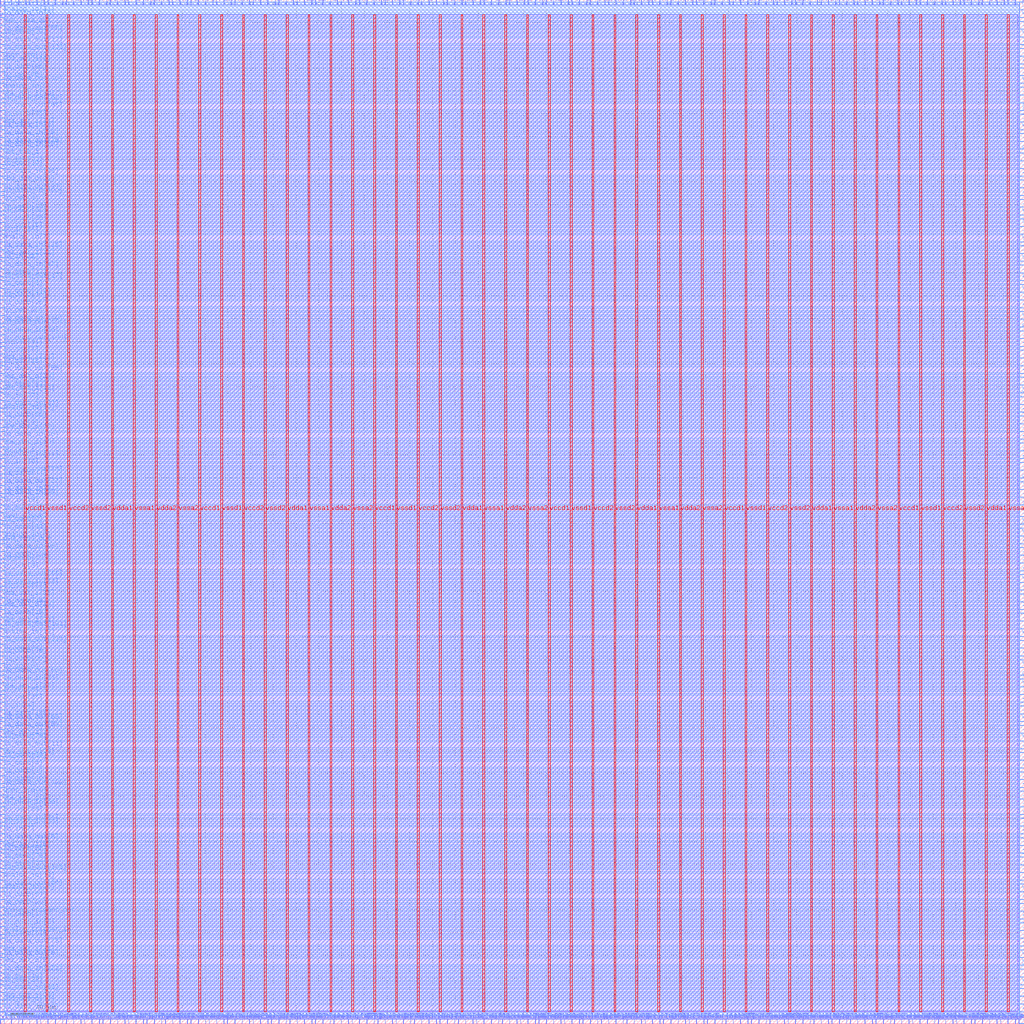
<source format=lef>
VERSION 5.7 ;
  NOWIREEXTENSIONATPIN ON ;
  DIVIDERCHAR "/" ;
  BUSBITCHARS "[]" ;
MACRO TOP_digital
  CLASS BLOCK ;
  FOREIGN TOP_digital ;
  ORIGIN 0.000 0.000 ;
  SIZE 900.000 BY 900.000 ;
  PIN analog_io[0]
    DIRECTION INOUT ;
    USE SIGNAL ;
    PORT
      LAYER met2 ;
        RECT 273.790 896.000 274.070 900.000 ;
    END
  END analog_io[0]
  PIN analog_io[10]
    DIRECTION INOUT ;
    USE SIGNAL ;
    PORT
      LAYER met2 ;
        RECT 77.370 896.000 77.650 900.000 ;
    END
  END analog_io[10]
  PIN analog_io[11]
    DIRECTION INOUT ;
    USE SIGNAL ;
    PORT
      LAYER met3 ;
        RECT 896.000 493.040 900.000 493.640 ;
    END
  END analog_io[11]
  PIN analog_io[12]
    DIRECTION INOUT ;
    USE SIGNAL ;
    PORT
      LAYER met3 ;
        RECT 0.000 340.040 4.000 340.640 ;
    END
  END analog_io[12]
  PIN analog_io[13]
    DIRECTION INOUT ;
    USE SIGNAL ;
    PORT
      LAYER met3 ;
        RECT 896.000 802.440 900.000 803.040 ;
    END
  END analog_io[13]
  PIN analog_io[14]
    DIRECTION INOUT ;
    USE SIGNAL ;
    PORT
      LAYER met2 ;
        RECT 392.930 896.000 393.210 900.000 ;
    END
  END analog_io[14]
  PIN analog_io[15]
    DIRECTION INOUT ;
    USE SIGNAL ;
    PORT
      LAYER met2 ;
        RECT 502.410 0.000 502.690 4.000 ;
    END
  END analog_io[15]
  PIN analog_io[16]
    DIRECTION INOUT ;
    USE SIGNAL ;
    PORT
      LAYER met2 ;
        RECT 705.270 0.000 705.550 4.000 ;
    END
  END analog_io[16]
  PIN analog_io[17]
    DIRECTION INOUT ;
    USE SIGNAL ;
    PORT
      LAYER met3 ;
        RECT 896.000 452.240 900.000 452.840 ;
    END
  END analog_io[17]
  PIN analog_io[18]
    DIRECTION INOUT ;
    USE SIGNAL ;
    PORT
      LAYER met3 ;
        RECT 0.000 125.840 4.000 126.440 ;
    END
  END analog_io[18]
  PIN analog_io[19]
    DIRECTION INOUT ;
    USE SIGNAL ;
    PORT
      LAYER met3 ;
        RECT 0.000 537.240 4.000 537.840 ;
    END
  END analog_io[19]
  PIN analog_io[1]
    DIRECTION INOUT ;
    USE SIGNAL ;
    PORT
      LAYER met2 ;
        RECT 25.850 0.000 26.130 4.000 ;
    END
  END analog_io[1]
  PIN analog_io[20]
    DIRECTION INOUT ;
    USE SIGNAL ;
    PORT
      LAYER met2 ;
        RECT 512.070 0.000 512.350 4.000 ;
    END
  END analog_io[20]
  PIN analog_io[21]
    DIRECTION INOUT ;
    USE SIGNAL ;
    PORT
      LAYER met3 ;
        RECT 0.000 887.440 4.000 888.040 ;
    END
  END analog_io[21]
  PIN analog_io[22]
    DIRECTION INOUT ;
    USE SIGNAL ;
    PORT
      LAYER met3 ;
        RECT 896.000 799.040 900.000 799.640 ;
    END
  END analog_io[22]
  PIN analog_io[23]
    DIRECTION INOUT ;
    USE SIGNAL ;
    PORT
      LAYER met2 ;
        RECT 219.050 0.000 219.330 4.000 ;
    END
  END analog_io[23]
  PIN analog_io[24]
    DIRECTION INOUT ;
    USE SIGNAL ;
    PORT
      LAYER met3 ;
        RECT 0.000 115.640 4.000 116.240 ;
    END
  END analog_io[24]
  PIN analog_io[25]
    DIRECTION INOUT ;
    USE SIGNAL ;
    PORT
      LAYER met3 ;
        RECT 896.000 652.840 900.000 653.440 ;
    END
  END analog_io[25]
  PIN analog_io[26]
    DIRECTION INOUT ;
    USE SIGNAL ;
    PORT
      LAYER met2 ;
        RECT 714.930 0.000 715.210 4.000 ;
    END
  END analog_io[26]
  PIN analog_io[27]
    DIRECTION INOUT ;
    USE SIGNAL ;
    PORT
      LAYER met2 ;
        RECT 322.090 896.000 322.370 900.000 ;
    END
  END analog_io[27]
  PIN analog_io[28]
    DIRECTION INOUT ;
    USE SIGNAL ;
    PORT
      LAYER met2 ;
        RECT 112.790 0.000 113.070 4.000 ;
    END
  END analog_io[28]
  PIN analog_io[2]
    DIRECTION INOUT ;
    USE SIGNAL ;
    PORT
      LAYER met2 ;
        RECT 260.910 896.000 261.190 900.000 ;
    END
  END analog_io[2]
  PIN analog_io[3]
    DIRECTION INOUT ;
    USE SIGNAL ;
    PORT
      LAYER met2 ;
        RECT 721.370 896.000 721.650 900.000 ;
    END
  END analog_io[3]
  PIN analog_io[4]
    DIRECTION INOUT ;
    USE SIGNAL ;
    PORT
      LAYER met3 ;
        RECT 0.000 425.040 4.000 425.640 ;
    END
  END analog_io[4]
  PIN analog_io[5]
    DIRECTION INOUT ;
    USE SIGNAL ;
    PORT
      LAYER met2 ;
        RECT 293.110 0.000 293.390 4.000 ;
    END
  END analog_io[5]
  PIN analog_io[6]
    DIRECTION INOUT ;
    USE SIGNAL ;
    PORT
      LAYER met2 ;
        RECT 296.330 896.000 296.610 900.000 ;
    END
  END analog_io[6]
  PIN analog_io[7]
    DIRECTION INOUT ;
    USE SIGNAL ;
    PORT
      LAYER met3 ;
        RECT 0.000 686.840 4.000 687.440 ;
    END
  END analog_io[7]
  PIN analog_io[8]
    DIRECTION INOUT ;
    USE SIGNAL ;
    PORT
      LAYER met3 ;
        RECT 896.000 700.440 900.000 701.040 ;
    END
  END analog_io[8]
  PIN analog_io[9]
    DIRECTION INOUT ;
    USE SIGNAL ;
    PORT
      LAYER met3 ;
        RECT 0.000 819.440 4.000 820.040 ;
    END
  END analog_io[9]
  PIN analog_trigger_in
    DIRECTION INOUT ;
    USE SIGNAL ;
    PORT
      LAYER met3 ;
        RECT 0.000 78.240 4.000 78.840 ;
    END
  END analog_trigger_in
  PIN analog_trigger_out
    DIRECTION INOUT ;
    USE SIGNAL ;
    PORT
      LAYER met3 ;
        RECT 0.000 95.240 4.000 95.840 ;
    END
  END analog_trigger_out
  PIN io_in[0]
    DIRECTION INPUT ;
    USE SIGNAL ;
    PORT
      LAYER met2 ;
        RECT 151.430 896.000 151.710 900.000 ;
    END
  END io_in[0]
  PIN io_in[10]
    DIRECTION INPUT ;
    USE SIGNAL ;
    PORT
      LAYER met3 ;
        RECT 896.000 363.840 900.000 364.440 ;
    END
  END io_in[10]
  PIN io_in[11]
    DIRECTION INPUT ;
    USE SIGNAL ;
    PORT
      LAYER met2 ;
        RECT 673.070 896.000 673.350 900.000 ;
    END
  END io_in[11]
  PIN io_in[12]
    DIRECTION INPUT ;
    USE SIGNAL ;
    PORT
      LAYER met2 ;
        RECT 376.830 0.000 377.110 4.000 ;
    END
  END io_in[12]
  PIN io_in[13]
    DIRECTION INPUT ;
    USE SIGNAL ;
    PORT
      LAYER met3 ;
        RECT 896.000 455.640 900.000 456.240 ;
    END
  END io_in[13]
  PIN io_in[14]
    DIRECTION INPUT ;
    USE SIGNAL ;
    PORT
      LAYER met3 ;
        RECT 896.000 411.440 900.000 412.040 ;
    END
  END io_in[14]
  PIN io_in[15]
    DIRECTION INPUT ;
    USE SIGNAL ;
    PORT
      LAYER met3 ;
        RECT 896.000 10.240 900.000 10.840 ;
    END
  END io_in[15]
  PIN io_in[16]
    DIRECTION INPUT ;
    USE SIGNAL ;
    PORT
      LAYER met2 ;
        RECT 573.250 0.000 573.530 4.000 ;
    END
  END io_in[16]
  PIN io_in[17]
    DIRECTION INPUT ;
    USE SIGNAL ;
    PORT
      LAYER met2 ;
        RECT 109.570 896.000 109.850 900.000 ;
    END
  END io_in[17]
  PIN io_in[18]
    DIRECTION INPUT ;
    USE SIGNAL ;
    PORT
      LAYER met3 ;
        RECT 0.000 455.640 4.000 456.240 ;
    END
  END io_in[18]
  PIN io_in[19]
    DIRECTION INPUT ;
    USE SIGNAL ;
    PORT
      LAYER met3 ;
        RECT 896.000 683.440 900.000 684.040 ;
    END
  END io_in[19]
  PIN io_in[1]
    DIRECTION INPUT ;
    USE SIGNAL ;
    PORT
      LAYER met2 ;
        RECT 202.950 896.000 203.230 900.000 ;
    END
  END io_in[1]
  PIN io_in[20]
    DIRECTION INPUT ;
    USE SIGNAL ;
    PORT
      LAYER met3 ;
        RECT 896.000 421.640 900.000 422.240 ;
    END
  END io_in[20]
  PIN io_in[21]
    DIRECTION INPUT ;
    USE SIGNAL ;
    PORT
      LAYER met2 ;
        RECT 415.470 0.000 415.750 4.000 ;
    END
  END io_in[21]
  PIN io_in[22]
    DIRECTION INPUT ;
    USE SIGNAL ;
    PORT
      LAYER met2 ;
        RECT 48.390 896.000 48.670 900.000 ;
    END
  END io_in[22]
  PIN io_in[23]
    DIRECTION INPUT ;
    USE SIGNAL ;
    PORT
      LAYER met3 ;
        RECT 896.000 469.240 900.000 469.840 ;
    END
  END io_in[23]
  PIN io_in[24]
    DIRECTION INPUT ;
    USE SIGNAL ;
    PORT
      LAYER met3 ;
        RECT 0.000 693.640 4.000 694.240 ;
    END
  END io_in[24]
  PIN io_in[25]
    DIRECTION INPUT ;
    USE SIGNAL ;
    PORT
      LAYER met3 ;
        RECT 896.000 612.040 900.000 612.640 ;
    END
  END io_in[25]
  PIN io_in[26]
    DIRECTION INPUT ;
    USE SIGNAL ;
    PORT
      LAYER met3 ;
        RECT 896.000 445.440 900.000 446.040 ;
    END
  END io_in[26]
  PIN io_in[27]
    DIRECTION INPUT ;
    USE SIGNAL ;
    PORT
      LAYER met2 ;
        RECT 463.770 896.000 464.050 900.000 ;
    END
  END io_in[27]
  PIN io_in[28]
    DIRECTION INPUT ;
    USE SIGNAL ;
    PORT
      LAYER met2 ;
        RECT 135.330 896.000 135.610 900.000 ;
    END
  END io_in[28]
  PIN io_in[29]
    DIRECTION INPUT ;
    USE SIGNAL ;
    PORT
      LAYER met3 ;
        RECT 896.000 370.640 900.000 371.240 ;
    END
  END io_in[29]
  PIN io_in[2]
    DIRECTION INPUT ;
    USE SIGNAL ;
    PORT
      LAYER met2 ;
        RECT 80.590 896.000 80.870 900.000 ;
    END
  END io_in[2]
  PIN io_in[30]
    DIRECTION INPUT ;
    USE SIGNAL ;
    PORT
      LAYER met3 ;
        RECT 0.000 489.640 4.000 490.240 ;
    END
  END io_in[30]
  PIN io_in[31]
    DIRECTION INPUT ;
    USE SIGNAL ;
    PORT
      LAYER met2 ;
        RECT 376.830 896.000 377.110 900.000 ;
    END
  END io_in[31]
  PIN io_in[32]
    DIRECTION INPUT ;
    USE SIGNAL ;
    PORT
      LAYER met3 ;
        RECT 0.000 669.840 4.000 670.440 ;
    END
  END io_in[32]
  PIN io_in[33]
    DIRECTION INPUT ;
    USE SIGNAL ;
    PORT
      LAYER met3 ;
        RECT 896.000 666.440 900.000 667.040 ;
    END
  END io_in[33]
  PIN io_in[34]
    DIRECTION INPUT ;
    USE SIGNAL ;
    PORT
      LAYER met3 ;
        RECT 896.000 91.840 900.000 92.440 ;
    END
  END io_in[34]
  PIN io_in[35]
    DIRECTION INPUT ;
    USE SIGNAL ;
    PORT
      LAYER met2 ;
        RECT 80.590 0.000 80.870 4.000 ;
    END
  END io_in[35]
  PIN io_in[36]
    DIRECTION INPUT ;
    USE SIGNAL ;
    PORT
      LAYER met3 ;
        RECT 0.000 309.440 4.000 310.040 ;
    END
  END io_in[36]
  PIN io_in[37]
    DIRECTION INPUT ;
    USE SIGNAL ;
    PORT
      LAYER met3 ;
        RECT 0.000 547.440 4.000 548.040 ;
    END
  END io_in[37]
  PIN io_in[3]
    DIRECTION INPUT ;
    USE SIGNAL ;
    PORT
      LAYER met2 ;
        RECT 566.810 0.000 567.090 4.000 ;
    END
  END io_in[3]
  PIN io_in[4]
    DIRECTION INPUT ;
    USE SIGNAL ;
    PORT
      LAYER met3 ;
        RECT 0.000 275.440 4.000 276.040 ;
    END
  END io_in[4]
  PIN io_in[5]
    DIRECTION INPUT ;
    USE SIGNAL ;
    PORT
      LAYER met3 ;
        RECT 896.000 180.240 900.000 180.840 ;
    END
  END io_in[5]
  PIN io_in[6]
    DIRECTION INPUT ;
    USE SIGNAL ;
    PORT
      LAYER met2 ;
        RECT 347.850 0.000 348.130 4.000 ;
    END
  END io_in[6]
  PIN io_in[7]
    DIRECTION INPUT ;
    USE SIGNAL ;
    PORT
      LAYER met3 ;
        RECT 0.000 166.640 4.000 167.240 ;
    END
  END io_in[7]
  PIN io_in[8]
    DIRECTION INPUT ;
    USE SIGNAL ;
    PORT
      LAYER met3 ;
        RECT 896.000 394.440 900.000 395.040 ;
    END
  END io_in[8]
  PIN io_in[9]
    DIRECTION INPUT ;
    USE SIGNAL ;
    PORT
      LAYER met3 ;
        RECT 896.000 122.440 900.000 123.040 ;
    END
  END io_in[9]
  PIN io_oeb[0]
    DIRECTION OUTPUT TRISTATE ;
    USE SIGNAL ;
    ANTENNADIFFAREA 0.445500 ;
    PORT
      LAYER met3 ;
        RECT 896.000 873.840 900.000 874.440 ;
    END
  END io_oeb[0]
  PIN io_oeb[10]
    DIRECTION OUTPUT TRISTATE ;
    USE SIGNAL ;
    ANTENNADIFFAREA 0.445500 ;
    PORT
      LAYER met2 ;
        RECT 882.370 896.000 882.650 900.000 ;
    END
  END io_oeb[10]
  PIN io_oeb[11]
    DIRECTION OUTPUT TRISTATE ;
    USE SIGNAL ;
    ANTENNADIFFAREA 0.445500 ;
    PORT
      LAYER met3 ;
        RECT 0.000 595.040 4.000 595.640 ;
    END
  END io_oeb[11]
  PIN io_oeb[12]
    DIRECTION OUTPUT TRISTATE ;
    USE SIGNAL ;
    ANTENNADIFFAREA 0.445500 ;
    PORT
      LAYER met3 ;
        RECT 896.000 897.640 900.000 898.240 ;
    END
  END io_oeb[12]
  PIN io_oeb[13]
    DIRECTION OUTPUT TRISTATE ;
    USE SIGNAL ;
    ANTENNADIFFAREA 0.445500 ;
    PORT
      LAYER met2 ;
        RECT 344.630 896.000 344.910 900.000 ;
    END
  END io_oeb[13]
  PIN io_oeb[14]
    DIRECTION OUTPUT TRISTATE ;
    USE SIGNAL ;
    ANTENNADIFFAREA 0.445500 ;
    PORT
      LAYER met2 ;
        RECT 595.790 0.000 596.070 4.000 ;
    END
  END io_oeb[14]
  PIN io_oeb[15]
    DIRECTION OUTPUT TRISTATE ;
    USE SIGNAL ;
    ANTENNADIFFAREA 0.445500 ;
    PORT
      LAYER met2 ;
        RECT 251.250 896.000 251.530 900.000 ;
    END
  END io_oeb[15]
  PIN io_oeb[16]
    DIRECTION OUTPUT TRISTATE ;
    USE SIGNAL ;
    ANTENNADIFFAREA 0.445500 ;
    PORT
      LAYER met2 ;
        RECT 885.590 0.000 885.870 4.000 ;
    END
  END io_oeb[16]
  PIN io_oeb[17]
    DIRECTION OUTPUT TRISTATE ;
    USE SIGNAL ;
    ANTENNADIFFAREA 0.445500 ;
    PORT
      LAYER met3 ;
        RECT 896.000 758.240 900.000 758.840 ;
    END
  END io_oeb[17]
  PIN io_oeb[18]
    DIRECTION OUTPUT TRISTATE ;
    USE SIGNAL ;
    ANTENNADIFFAREA 0.445500 ;
    PORT
      LAYER met2 ;
        RECT 846.950 0.000 847.230 4.000 ;
    END
  END io_oeb[18]
  PIN io_oeb[19]
    DIRECTION OUTPUT TRISTATE ;
    USE SIGNAL ;
    ANTENNADIFFAREA 0.445500 ;
    PORT
      LAYER met3 ;
        RECT 0.000 751.440 4.000 752.040 ;
    END
  END io_oeb[19]
  PIN io_oeb[1]
    DIRECTION OUTPUT TRISTATE ;
    USE SIGNAL ;
    ANTENNADIFFAREA 0.445500 ;
    PORT
      LAYER met2 ;
        RECT 460.550 896.000 460.830 900.000 ;
    END
  END io_oeb[1]
  PIN io_oeb[20]
    DIRECTION OUTPUT TRISTATE ;
    USE SIGNAL ;
    ANTENNADIFFAREA 0.445500 ;
    PORT
      LAYER met3 ;
        RECT 896.000 132.640 900.000 133.240 ;
    END
  END io_oeb[20]
  PIN io_oeb[21]
    DIRECTION OUTPUT TRISTATE ;
    USE SIGNAL ;
    ANTENNADIFFAREA 0.445500 ;
    PORT
      LAYER met3 ;
        RECT 896.000 744.640 900.000 745.240 ;
    END
  END io_oeb[21]
  PIN io_oeb[22]
    DIRECTION OUTPUT TRISTATE ;
    USE SIGNAL ;
    ANTENNADIFFAREA 0.445500 ;
    PORT
      LAYER met3 ;
        RECT 896.000 190.440 900.000 191.040 ;
    END
  END io_oeb[22]
  PIN io_oeb[23]
    DIRECTION OUTPUT TRISTATE ;
    USE SIGNAL ;
    ANTENNADIFFAREA 0.445500 ;
    PORT
      LAYER met3 ;
        RECT 0.000 622.240 4.000 622.840 ;
    END
  END io_oeb[23]
  PIN io_oeb[24]
    DIRECTION OUTPUT TRISTATE ;
    USE SIGNAL ;
    ANTENNADIFFAREA 0.445500 ;
    PORT
      LAYER met3 ;
        RECT 0.000 34.040 4.000 34.640 ;
    END
  END io_oeb[24]
  PIN io_oeb[25]
    DIRECTION OUTPUT TRISTATE ;
    USE SIGNAL ;
    ANTENNADIFFAREA 0.445500 ;
    PORT
      LAYER met3 ;
        RECT 0.000 282.240 4.000 282.840 ;
    END
  END io_oeb[25]
  PIN io_oeb[26]
    DIRECTION OUTPUT TRISTATE ;
    USE SIGNAL ;
    ANTENNADIFFAREA 0.445500 ;
    PORT
      LAYER met2 ;
        RECT 772.890 896.000 773.170 900.000 ;
    END
  END io_oeb[26]
  PIN io_oeb[27]
    DIRECTION OUTPUT TRISTATE ;
    USE SIGNAL ;
    ANTENNADIFFAREA 0.445500 ;
    PORT
      LAYER met2 ;
        RECT 676.290 0.000 676.570 4.000 ;
    END
  END io_oeb[27]
  PIN io_oeb[28]
    DIRECTION OUTPUT TRISTATE ;
    USE SIGNAL ;
    ANTENNADIFFAREA 0.445500 ;
    PORT
      LAYER met2 ;
        RECT 305.990 0.000 306.270 4.000 ;
    END
  END io_oeb[28]
  PIN io_oeb[29]
    DIRECTION OUTPUT TRISTATE ;
    USE SIGNAL ;
    ANTENNADIFFAREA 0.445500 ;
    PORT
      LAYER met3 ;
        RECT 0.000 183.640 4.000 184.240 ;
    END
  END io_oeb[29]
  PIN io_oeb[2]
    DIRECTION OUTPUT TRISTATE ;
    USE SIGNAL ;
    ANTENNADIFFAREA 0.445500 ;
    PORT
      LAYER met2 ;
        RECT 524.950 896.000 525.230 900.000 ;
    END
  END io_oeb[2]
  PIN io_oeb[30]
    DIRECTION OUTPUT TRISTATE ;
    USE SIGNAL ;
    ANTENNADIFFAREA 0.445500 ;
    PORT
      LAYER met3 ;
        RECT 896.000 860.240 900.000 860.840 ;
    END
  END io_oeb[30]
  PIN io_oeb[31]
    DIRECTION OUTPUT TRISTATE ;
    USE SIGNAL ;
    ANTENNADIFFAREA 0.445500 ;
    PORT
      LAYER met2 ;
        RECT 827.630 896.000 827.910 900.000 ;
    END
  END io_oeb[31]
  PIN io_oeb[32]
    DIRECTION OUTPUT TRISTATE ;
    USE SIGNAL ;
    ANTENNADIFFAREA 0.445500 ;
    PORT
      LAYER met3 ;
        RECT 0.000 326.440 4.000 327.040 ;
    END
  END io_oeb[32]
  PIN io_oeb[33]
    DIRECTION OUTPUT TRISTATE ;
    USE SIGNAL ;
    ANTENNADIFFAREA 0.445500 ;
    PORT
      LAYER met3 ;
        RECT 0.000 754.840 4.000 755.440 ;
    END
  END io_oeb[33]
  PIN io_oeb[34]
    DIRECTION OUTPUT TRISTATE ;
    USE SIGNAL ;
    ANTENNADIFFAREA 0.445500 ;
    PORT
      LAYER met2 ;
        RECT 438.010 896.000 438.290 900.000 ;
    END
  END io_oeb[34]
  PIN io_oeb[35]
    DIRECTION OUTPUT TRISTATE ;
    USE SIGNAL ;
    ANTENNADIFFAREA 0.445500 ;
    PORT
      LAYER met3 ;
        RECT 0.000 829.640 4.000 830.240 ;
    END
  END io_oeb[35]
  PIN io_oeb[36]
    DIRECTION OUTPUT TRISTATE ;
    USE SIGNAL ;
    ANTENNADIFFAREA 0.445500 ;
    PORT
      LAYER met2 ;
        RECT 627.990 896.000 628.270 900.000 ;
    END
  END io_oeb[36]
  PIN io_oeb[37]
    DIRECTION OUTPUT TRISTATE ;
    USE SIGNAL ;
    ANTENNADIFFAREA 0.445500 ;
    PORT
      LAYER met2 ;
        RECT 3.310 896.000 3.590 900.000 ;
    END
  END io_oeb[37]
  PIN io_oeb[3]
    DIRECTION OUTPUT TRISTATE ;
    USE SIGNAL ;
    ANTENNADIFFAREA 0.445500 ;
    PORT
      LAYER met3 ;
        RECT 0.000 523.640 4.000 524.240 ;
    END
  END io_oeb[3]
  PIN io_oeb[4]
    DIRECTION OUTPUT TRISTATE ;
    USE SIGNAL ;
    ANTENNADIFFAREA 0.445500 ;
    PORT
      LAYER met3 ;
        RECT 0.000 720.840 4.000 721.440 ;
    END
  END io_oeb[4]
  PIN io_oeb[5]
    DIRECTION OUTPUT TRISTATE ;
    USE SIGNAL ;
    ANTENNADIFFAREA 0.445500 ;
    PORT
      LAYER met2 ;
        RECT 58.050 896.000 58.330 900.000 ;
    END
  END io_oeb[5]
  PIN io_oeb[6]
    DIRECTION OUTPUT TRISTATE ;
    USE SIGNAL ;
    ANTENNADIFFAREA 0.445500 ;
    PORT
      LAYER met3 ;
        RECT 896.000 238.040 900.000 238.640 ;
    END
  END io_oeb[6]
  PIN io_oeb[7]
    DIRECTION OUTPUT TRISTATE ;
    USE SIGNAL ;
    ANTENNADIFFAREA 0.445500 ;
    PORT
      LAYER met3 ;
        RECT 896.000 241.440 900.000 242.040 ;
    END
  END io_oeb[7]
  PIN io_oeb[8]
    DIRECTION OUTPUT TRISTATE ;
    USE SIGNAL ;
    ANTENNADIFFAREA 0.445500 ;
    PORT
      LAYER met2 ;
        RECT 895.250 0.000 895.530 4.000 ;
    END
  END io_oeb[8]
  PIN io_oeb[9]
    DIRECTION OUTPUT TRISTATE ;
    USE SIGNAL ;
    ANTENNADIFFAREA 0.445500 ;
    PORT
      LAYER met2 ;
        RECT 415.470 896.000 415.750 900.000 ;
    END
  END io_oeb[9]
  PIN io_out[0]
    DIRECTION OUTPUT TRISTATE ;
    USE SIGNAL ;
    ANTENNADIFFAREA 0.445500 ;
    PORT
      LAYER met2 ;
        RECT 74.150 0.000 74.430 4.000 ;
    END
  END io_out[0]
  PIN io_out[10]
    DIRECTION OUTPUT TRISTATE ;
    USE SIGNAL ;
    ANTENNADIFFAREA 0.445500 ;
    PORT
      LAYER met3 ;
        RECT 0.000 37.440 4.000 38.040 ;
    END
  END io_out[10]
  PIN io_out[11]
    DIRECTION OUTPUT TRISTATE ;
    USE SIGNAL ;
    ANTENNADIFFAREA 0.445500 ;
    PORT
      LAYER met2 ;
        RECT 180.410 896.000 180.690 900.000 ;
    END
  END io_out[11]
  PIN io_out[12]
    DIRECTION OUTPUT TRISTATE ;
    USE SIGNAL ;
    ANTENNADIFFAREA 0.445500 ;
    PORT
      LAYER met2 ;
        RECT 447.670 0.000 447.950 4.000 ;
    END
  END io_out[12]
  PIN io_out[13]
    DIRECTION OUTPUT TRISTATE ;
    USE SIGNAL ;
    ANTENNADIFFAREA 0.445500 ;
    PORT
      LAYER met3 ;
        RECT 0.000 448.840 4.000 449.440 ;
    END
  END io_out[13]
  PIN io_out[14]
    DIRECTION OUTPUT TRISTATE ;
    USE SIGNAL ;
    ANTENNADIFFAREA 0.445500 ;
    PORT
      LAYER met2 ;
        RECT 164.310 896.000 164.590 900.000 ;
    END
  END io_out[14]
  PIN io_out[15]
    DIRECTION OUTPUT TRISTATE ;
    USE SIGNAL ;
    ANTENNADIFFAREA 0.445500 ;
    PORT
      LAYER met3 ;
        RECT 0.000 697.040 4.000 697.640 ;
    END
  END io_out[15]
  PIN io_out[16]
    DIRECTION OUTPUT TRISTATE ;
    USE SIGNAL ;
    ANTENNADIFFAREA 0.445500 ;
    PORT
      LAYER met2 ;
        RECT 322.090 0.000 322.370 4.000 ;
    END
  END io_out[16]
  PIN io_out[17]
    DIRECTION OUTPUT TRISTATE ;
    USE SIGNAL ;
    ANTENNADIFFAREA 0.445500 ;
    PORT
      LAYER met2 ;
        RECT 157.870 0.000 158.150 4.000 ;
    END
  END io_out[17]
  PIN io_out[18]
    DIRECTION OUTPUT TRISTATE ;
    USE SIGNAL ;
    ANTENNADIFFAREA 0.445500 ;
    PORT
      LAYER met3 ;
        RECT 0.000 578.040 4.000 578.640 ;
    END
  END io_out[18]
  PIN io_out[19]
    DIRECTION OUTPUT TRISTATE ;
    USE SIGNAL ;
    ANTENNADIFFAREA 0.445500 ;
    PORT
      LAYER met2 ;
        RECT 96.690 896.000 96.970 900.000 ;
    END
  END io_out[19]
  PIN io_out[1]
    DIRECTION OUTPUT TRISTATE ;
    USE SIGNAL ;
    ANTENNADIFFAREA 0.445500 ;
    PORT
      LAYER met2 ;
        RECT 682.730 0.000 683.010 4.000 ;
    END
  END io_out[1]
  PIN io_out[20]
    DIRECTION OUTPUT TRISTATE ;
    USE SIGNAL ;
    ANTENNADIFFAREA 0.445500 ;
    PORT
      LAYER met2 ;
        RECT 846.950 896.000 847.230 900.000 ;
    END
  END io_out[20]
  PIN io_out[21]
    DIRECTION OUTPUT TRISTATE ;
    USE SIGNAL ;
    ANTENNADIFFAREA 0.445500 ;
    PORT
      LAYER met2 ;
        RECT 402.590 0.000 402.870 4.000 ;
    END
  END io_out[21]
  PIN io_out[22]
    DIRECTION OUTPUT TRISTATE ;
    USE SIGNAL ;
    ANTENNADIFFAREA 0.445500 ;
    PORT
      LAYER met2 ;
        RECT 135.330 0.000 135.610 4.000 ;
    END
  END io_out[22]
  PIN io_out[23]
    DIRECTION OUTPUT TRISTATE ;
    USE SIGNAL ;
    ANTENNADIFFAREA 0.445500 ;
    PORT
      LAYER met2 ;
        RECT 776.110 896.000 776.390 900.000 ;
    END
  END io_out[23]
  PIN io_out[24]
    DIRECTION OUTPUT TRISTATE ;
    USE SIGNAL ;
    ANTENNADIFFAREA 0.445500 ;
    PORT
      LAYER met2 ;
        RECT 41.950 0.000 42.230 4.000 ;
    END
  END io_out[24]
  PIN io_out[25]
    DIRECTION OUTPUT TRISTATE ;
    USE SIGNAL ;
    ANTENNADIFFAREA 0.445500 ;
    PORT
      LAYER met3 ;
        RECT 896.000 166.640 900.000 167.240 ;
    END
  END io_out[25]
  PIN io_out[26]
    DIRECTION OUTPUT TRISTATE ;
    USE SIGNAL ;
    ANTENNADIFFAREA 0.445500 ;
    PORT
      LAYER met3 ;
        RECT 896.000 843.240 900.000 843.840 ;
    END
  END io_out[26]
  PIN io_out[27]
    DIRECTION OUTPUT TRISTATE ;
    USE SIGNAL ;
    ANTENNADIFFAREA 0.445500 ;
    PORT
      LAYER met2 ;
        RECT 492.750 896.000 493.030 900.000 ;
    END
  END io_out[27]
  PIN io_out[28]
    DIRECTION OUTPUT TRISTATE ;
    USE SIGNAL ;
    ANTENNADIFFAREA 0.445500 ;
    PORT
      LAYER met2 ;
        RECT 589.350 0.000 589.630 4.000 ;
    END
  END io_out[28]
  PIN io_out[29]
    DIRECTION OUTPUT TRISTATE ;
    USE SIGNAL ;
    ANTENNADIFFAREA 0.445500 ;
    PORT
      LAYER met2 ;
        RECT 875.930 896.000 876.210 900.000 ;
    END
  END io_out[29]
  PIN io_out[2]
    DIRECTION OUTPUT TRISTATE ;
    USE SIGNAL ;
    ANTENNADIFFAREA 0.445500 ;
    PORT
      LAYER met3 ;
        RECT 896.000 156.440 900.000 157.040 ;
    END
  END io_out[2]
  PIN io_out[30]
    DIRECTION OUTPUT TRISTATE ;
    USE SIGNAL ;
    ANTENNADIFFAREA 0.445500 ;
    PORT
      LAYER met2 ;
        RECT 392.930 0.000 393.210 4.000 ;
    END
  END io_out[30]
  PIN io_out[31]
    DIRECTION OUTPUT TRISTATE ;
    USE SIGNAL ;
    ANTENNADIFFAREA 0.445500 ;
    PORT
      LAYER met3 ;
        RECT 896.000 635.840 900.000 636.440 ;
    END
  END io_out[31]
  PIN io_out[32]
    DIRECTION OUTPUT TRISTATE ;
    USE SIGNAL ;
    ANTENNADIFFAREA 0.445500 ;
    PORT
      LAYER met2 ;
        RECT 119.230 0.000 119.510 4.000 ;
    END
  END io_out[32]
  PIN io_out[33]
    DIRECTION OUTPUT TRISTATE ;
    USE SIGNAL ;
    ANTENNADIFFAREA 0.445500 ;
    PORT
      LAYER met2 ;
        RECT 354.290 0.000 354.570 4.000 ;
    END
  END io_out[33]
  PIN io_out[34]
    DIRECTION OUTPUT TRISTATE ;
    USE SIGNAL ;
    ANTENNADIFFAREA 0.445500 ;
    PORT
      LAYER met2 ;
        RECT 863.050 0.000 863.330 4.000 ;
    END
  END io_out[34]
  PIN io_out[35]
    DIRECTION OUTPUT TRISTATE ;
    USE SIGNAL ;
    ANTENNADIFFAREA 0.445500 ;
    PORT
      LAYER met3 ;
        RECT 0.000 894.240 4.000 894.840 ;
    END
  END io_out[35]
  PIN io_out[36]
    DIRECTION OUTPUT TRISTATE ;
    USE SIGNAL ;
    ANTENNADIFFAREA 0.445500 ;
    PORT
      LAYER met2 ;
        RECT 634.430 0.000 634.710 4.000 ;
    END
  END io_out[36]
  PIN io_out[37]
    DIRECTION OUTPUT TRISTATE ;
    USE SIGNAL ;
    ANTENNADIFFAREA 0.445500 ;
    PORT
      LAYER met2 ;
        RECT 148.210 896.000 148.490 900.000 ;
    END
  END io_out[37]
  PIN io_out[3]
    DIRECTION OUTPUT TRISTATE ;
    USE SIGNAL ;
    ANTENNADIFFAREA 0.445500 ;
    PORT
      LAYER met3 ;
        RECT 0.000 289.040 4.000 289.640 ;
    END
  END io_out[3]
  PIN io_out[4]
    DIRECTION OUTPUT TRISTATE ;
    USE SIGNAL ;
    ANTENNADIFFAREA 0.445500 ;
    PORT
      LAYER met2 ;
        RECT 228.710 0.000 228.990 4.000 ;
    END
  END io_out[4]
  PIN io_out[5]
    DIRECTION OUTPUT TRISTATE ;
    USE SIGNAL ;
    ANTENNADIFFAREA 0.445500 ;
    PORT
      LAYER met2 ;
        RECT 222.270 0.000 222.550 4.000 ;
    END
  END io_out[5]
  PIN io_out[6]
    DIRECTION OUTPUT TRISTATE ;
    USE SIGNAL ;
    ANTENNADIFFAREA 0.445500 ;
    PORT
      LAYER met2 ;
        RECT 54.830 0.000 55.110 4.000 ;
    END
  END io_out[6]
  PIN io_out[7]
    DIRECTION OUTPUT TRISTATE ;
    USE SIGNAL ;
    ANTENNADIFFAREA 0.445500 ;
    PORT
      LAYER met3 ;
        RECT 0.000 588.240 4.000 588.840 ;
    END
  END io_out[7]
  PIN io_out[8]
    DIRECTION OUTPUT TRISTATE ;
    USE SIGNAL ;
    ANTENNADIFFAREA 0.445500 ;
    PORT
      LAYER met3 ;
        RECT 0.000 397.840 4.000 398.440 ;
    END
  END io_out[8]
  PIN io_out[9]
    DIRECTION OUTPUT TRISTATE ;
    USE SIGNAL ;
    ANTENNADIFFAREA 0.445500 ;
    PORT
      LAYER met2 ;
        RECT 760.010 0.000 760.290 4.000 ;
    END
  END io_out[9]
  PIN la_data_in[0]
    DIRECTION INPUT ;
    USE SIGNAL ;
    ANTENNAGATEAREA 0.742500 ;
    PORT
      LAYER met3 ;
        RECT 0.000 785.440 4.000 786.040 ;
    END
  END la_data_in[0]
  PIN la_data_in[100]
    DIRECTION INPUT ;
    USE SIGNAL ;
    PORT
      LAYER met2 ;
        RECT 766.450 896.000 766.730 900.000 ;
    END
  END la_data_in[100]
  PIN la_data_in[101]
    DIRECTION INPUT ;
    USE SIGNAL ;
    PORT
      LAYER met2 ;
        RECT 805.090 896.000 805.370 900.000 ;
    END
  END la_data_in[101]
  PIN la_data_in[102]
    DIRECTION INPUT ;
    USE SIGNAL ;
    PORT
      LAYER met3 ;
        RECT 0.000 727.640 4.000 728.240 ;
    END
  END la_data_in[102]
  PIN la_data_in[103]
    DIRECTION INPUT ;
    USE SIGNAL ;
    PORT
      LAYER met2 ;
        RECT 219.050 896.000 219.330 900.000 ;
    END
  END la_data_in[103]
  PIN la_data_in[104]
    DIRECTION INPUT ;
    USE SIGNAL ;
    PORT
      LAYER met3 ;
        RECT 896.000 571.240 900.000 571.840 ;
    END
  END la_data_in[104]
  PIN la_data_in[105]
    DIRECTION INPUT ;
    USE SIGNAL ;
    PORT
      LAYER met3 ;
        RECT 896.000 533.840 900.000 534.440 ;
    END
  END la_data_in[105]
  PIN la_data_in[106]
    DIRECTION INPUT ;
    USE SIGNAL ;
    PORT
      LAYER met2 ;
        RECT 808.310 896.000 808.590 900.000 ;
    END
  END la_data_in[106]
  PIN la_data_in[107]
    DIRECTION INPUT ;
    USE SIGNAL ;
    PORT
      LAYER met3 ;
        RECT 896.000 98.640 900.000 99.240 ;
    END
  END la_data_in[107]
  PIN la_data_in[108]
    DIRECTION INPUT ;
    USE SIGNAL ;
    PORT
      LAYER met3 ;
        RECT 896.000 816.040 900.000 816.640 ;
    END
  END la_data_in[108]
  PIN la_data_in[109]
    DIRECTION INPUT ;
    USE SIGNAL ;
    PORT
      LAYER met3 ;
        RECT 896.000 578.040 900.000 578.640 ;
    END
  END la_data_in[109]
  PIN la_data_in[10]
    DIRECTION INPUT ;
    USE SIGNAL ;
    PORT
      LAYER met3 ;
        RECT 896.000 479.440 900.000 480.040 ;
    END
  END la_data_in[10]
  PIN la_data_in[110]
    DIRECTION INPUT ;
    USE SIGNAL ;
    PORT
      LAYER met2 ;
        RECT 238.370 0.000 238.650 4.000 ;
    END
  END la_data_in[110]
  PIN la_data_in[111]
    DIRECTION INPUT ;
    USE SIGNAL ;
    PORT
      LAYER met2 ;
        RECT 875.930 0.000 876.210 4.000 ;
    END
  END la_data_in[111]
  PIN la_data_in[112]
    DIRECTION INPUT ;
    USE SIGNAL ;
    PORT
      LAYER met2 ;
        RECT 257.690 896.000 257.970 900.000 ;
    END
  END la_data_in[112]
  PIN la_data_in[113]
    DIRECTION INPUT ;
    USE SIGNAL ;
    PORT
      LAYER met3 ;
        RECT 896.000 782.040 900.000 782.640 ;
    END
  END la_data_in[113]
  PIN la_data_in[114]
    DIRECTION INPUT ;
    USE SIGNAL ;
    PORT
      LAYER met3 ;
        RECT 896.000 513.440 900.000 514.040 ;
    END
  END la_data_in[114]
  PIN la_data_in[115]
    DIRECTION INPUT ;
    USE SIGNAL ;
    PORT
      LAYER met2 ;
        RECT 360.730 896.000 361.010 900.000 ;
    END
  END la_data_in[115]
  PIN la_data_in[116]
    DIRECTION INPUT ;
    USE SIGNAL ;
    PORT
      LAYER met3 ;
        RECT 0.000 680.040 4.000 680.640 ;
    END
  END la_data_in[116]
  PIN la_data_in[117]
    DIRECTION INPUT ;
    USE SIGNAL ;
    PORT
      LAYER met3 ;
        RECT 896.000 595.040 900.000 595.640 ;
    END
  END la_data_in[117]
  PIN la_data_in[118]
    DIRECTION INPUT ;
    USE SIGNAL ;
    PORT
      LAYER met2 ;
        RECT 692.390 0.000 692.670 4.000 ;
    END
  END la_data_in[118]
  PIN la_data_in[119]
    DIRECTION INPUT ;
    USE SIGNAL ;
    PORT
      LAYER met3 ;
        RECT 0.000 615.440 4.000 616.040 ;
    END
  END la_data_in[119]
  PIN la_data_in[11]
    DIRECTION INPUT ;
    USE SIGNAL ;
    PORT
      LAYER met3 ;
        RECT 0.000 496.440 4.000 497.040 ;
    END
  END la_data_in[11]
  PIN la_data_in[120]
    DIRECTION INPUT ;
    USE SIGNAL ;
    PORT
      LAYER met2 ;
        RECT 711.710 896.000 711.990 900.000 ;
    END
  END la_data_in[120]
  PIN la_data_in[121]
    DIRECTION INPUT ;
    USE SIGNAL ;
    PORT
      LAYER met3 ;
        RECT 0.000 44.240 4.000 44.840 ;
    END
  END la_data_in[121]
  PIN la_data_in[122]
    DIRECTION INPUT ;
    USE SIGNAL ;
    PORT
      LAYER met3 ;
        RECT 896.000 163.240 900.000 163.840 ;
    END
  END la_data_in[122]
  PIN la_data_in[123]
    DIRECTION INPUT ;
    USE SIGNAL ;
    PORT
      LAYER met2 ;
        RECT 212.610 0.000 212.890 4.000 ;
    END
  END la_data_in[123]
  PIN la_data_in[124]
    DIRECTION INPUT ;
    USE SIGNAL ;
    PORT
      LAYER met2 ;
        RECT 180.410 0.000 180.690 4.000 ;
    END
  END la_data_in[124]
  PIN la_data_in[125]
    DIRECTION INPUT ;
    USE SIGNAL ;
    PORT
      LAYER met3 ;
        RECT 896.000 353.640 900.000 354.240 ;
    END
  END la_data_in[125]
  PIN la_data_in[126]
    DIRECTION INPUT ;
    USE SIGNAL ;
    PORT
      LAYER met2 ;
        RECT 328.530 896.000 328.810 900.000 ;
    END
  END la_data_in[126]
  PIN la_data_in[127]
    DIRECTION INPUT ;
    USE SIGNAL ;
    PORT
      LAYER met2 ;
        RECT 547.490 896.000 547.770 900.000 ;
    END
  END la_data_in[127]
  PIN la_data_in[12]
    DIRECTION INPUT ;
    USE SIGNAL ;
    PORT
      LAYER met3 ;
        RECT 896.000 741.240 900.000 741.840 ;
    END
  END la_data_in[12]
  PIN la_data_in[13]
    DIRECTION INPUT ;
    USE SIGNAL ;
    PORT
      LAYER met3 ;
        RECT 896.000 707.240 900.000 707.840 ;
    END
  END la_data_in[13]
  PIN la_data_in[14]
    DIRECTION INPUT ;
    USE SIGNAL ;
    PORT
      LAYER met2 ;
        RECT 289.890 896.000 290.170 900.000 ;
    END
  END la_data_in[14]
  PIN la_data_in[15]
    DIRECTION INPUT ;
    USE SIGNAL ;
    PORT
      LAYER met3 ;
        RECT 896.000 336.640 900.000 337.240 ;
    END
  END la_data_in[15]
  PIN la_data_in[16]
    DIRECTION INPUT ;
    USE SIGNAL ;
    PORT
      LAYER met3 ;
        RECT 0.000 513.440 4.000 514.040 ;
    END
  END la_data_in[16]
  PIN la_data_in[17]
    DIRECTION INPUT ;
    USE SIGNAL ;
    PORT
      LAYER met2 ;
        RECT 431.570 0.000 431.850 4.000 ;
    END
  END la_data_in[17]
  PIN la_data_in[18]
    DIRECTION INPUT ;
    USE SIGNAL ;
    PORT
      LAYER met2 ;
        RECT 186.850 896.000 187.130 900.000 ;
    END
  END la_data_in[18]
  PIN la_data_in[19]
    DIRECTION INPUT ;
    USE SIGNAL ;
    PORT
      LAYER met2 ;
        RECT 518.510 896.000 518.790 900.000 ;
    END
  END la_data_in[19]
  PIN la_data_in[1]
    DIRECTION INPUT ;
    USE SIGNAL ;
    PORT
      LAYER met3 ;
        RECT 896.000 0.040 900.000 0.640 ;
    END
  END la_data_in[1]
  PIN la_data_in[20]
    DIRECTION INPUT ;
    USE SIGNAL ;
    PORT
      LAYER met2 ;
        RECT 409.030 896.000 409.310 900.000 ;
    END
  END la_data_in[20]
  PIN la_data_in[21]
    DIRECTION INPUT ;
    USE SIGNAL ;
    PORT
      LAYER met2 ;
        RECT 399.370 0.000 399.650 4.000 ;
    END
  END la_data_in[21]
  PIN la_data_in[22]
    DIRECTION INPUT ;
    USE SIGNAL ;
    PORT
      LAYER met2 ;
        RECT 579.690 896.000 579.970 900.000 ;
    END
  END la_data_in[22]
  PIN la_data_in[23]
    DIRECTION INPUT ;
    USE SIGNAL ;
    PORT
      LAYER met2 ;
        RECT 843.730 896.000 844.010 900.000 ;
    END
  END la_data_in[23]
  PIN la_data_in[24]
    DIRECTION INPUT ;
    USE SIGNAL ;
    PORT
      LAYER met3 ;
        RECT 0.000 176.840 4.000 177.440 ;
    END
  END la_data_in[24]
  PIN la_data_in[25]
    DIRECTION INPUT ;
    USE SIGNAL ;
    PORT
      LAYER met2 ;
        RECT 792.210 896.000 792.490 900.000 ;
    END
  END la_data_in[25]
  PIN la_data_in[26]
    DIRECTION INPUT ;
    USE SIGNAL ;
    PORT
      LAYER met2 ;
        RECT 682.730 896.000 683.010 900.000 ;
    END
  END la_data_in[26]
  PIN la_data_in[27]
    DIRECTION INPUT ;
    USE SIGNAL ;
    PORT
      LAYER met2 ;
        RECT 277.010 0.000 277.290 4.000 ;
    END
  END la_data_in[27]
  PIN la_data_in[28]
    DIRECTION INPUT ;
    USE SIGNAL ;
    PORT
      LAYER met2 ;
        RECT 673.070 0.000 673.350 4.000 ;
    END
  END la_data_in[28]
  PIN la_data_in[29]
    DIRECTION INPUT ;
    USE SIGNAL ;
    PORT
      LAYER met3 ;
        RECT 0.000 768.440 4.000 769.040 ;
    END
  END la_data_in[29]
  PIN la_data_in[2]
    DIRECTION INPUT ;
    USE SIGNAL ;
    PORT
      LAYER met3 ;
        RECT 0.000 85.040 4.000 85.640 ;
    END
  END la_data_in[2]
  PIN la_data_in[30]
    DIRECTION INPUT ;
    USE SIGNAL ;
    PORT
      LAYER met2 ;
        RECT 196.510 896.000 196.790 900.000 ;
    END
  END la_data_in[30]
  PIN la_data_in[31]
    DIRECTION INPUT ;
    USE SIGNAL ;
    PORT
      LAYER met2 ;
        RECT 502.410 896.000 502.690 900.000 ;
    END
  END la_data_in[31]
  PIN la_data_in[32]
    DIRECTION INPUT ;
    USE SIGNAL ;
    PORT
      LAYER met3 ;
        RECT 0.000 384.240 4.000 384.840 ;
    END
  END la_data_in[32]
  PIN la_data_in[33]
    DIRECTION INPUT ;
    USE SIGNAL ;
    PORT
      LAYER met2 ;
        RECT 331.750 0.000 332.030 4.000 ;
    END
  END la_data_in[33]
  PIN la_data_in[34]
    DIRECTION INPUT ;
    USE SIGNAL ;
    PORT
      LAYER met3 ;
        RECT 0.000 299.240 4.000 299.840 ;
    END
  END la_data_in[34]
  PIN la_data_in[35]
    DIRECTION INPUT ;
    USE SIGNAL ;
    PORT
      LAYER met2 ;
        RECT 792.210 0.000 792.490 4.000 ;
    END
  END la_data_in[35]
  PIN la_data_in[36]
    DIRECTION INPUT ;
    USE SIGNAL ;
    PORT
      LAYER met3 ;
        RECT 896.000 40.840 900.000 41.440 ;
    END
  END la_data_in[36]
  PIN la_data_in[37]
    DIRECTION INPUT ;
    USE SIGNAL ;
    PORT
      LAYER met3 ;
        RECT 896.000 809.240 900.000 809.840 ;
    END
  END la_data_in[37]
  PIN la_data_in[38]
    DIRECTION INPUT ;
    USE SIGNAL ;
    PORT
      LAYER met2 ;
        RECT 727.810 0.000 728.090 4.000 ;
    END
  END la_data_in[38]
  PIN la_data_in[39]
    DIRECTION INPUT ;
    USE SIGNAL ;
    PORT
      LAYER met3 ;
        RECT 0.000 778.640 4.000 779.240 ;
    END
  END la_data_in[39]
  PIN la_data_in[3]
    DIRECTION INPUT ;
    USE SIGNAL ;
    PORT
      LAYER met3 ;
        RECT 0.000 3.440 4.000 4.040 ;
    END
  END la_data_in[3]
  PIN la_data_in[40]
    DIRECTION INPUT ;
    USE SIGNAL ;
    PORT
      LAYER met3 ;
        RECT 896.000 278.840 900.000 279.440 ;
    END
  END la_data_in[40]
  PIN la_data_in[41]
    DIRECTION INPUT ;
    USE SIGNAL ;
    PORT
      LAYER met3 ;
        RECT 896.000 591.640 900.000 592.240 ;
    END
  END la_data_in[41]
  PIN la_data_in[42]
    DIRECTION INPUT ;
    USE SIGNAL ;
    PORT
      LAYER met3 ;
        RECT 0.000 663.040 4.000 663.640 ;
    END
  END la_data_in[42]
  PIN la_data_in[43]
    DIRECTION INPUT ;
    USE SIGNAL ;
    PORT
      LAYER met3 ;
        RECT 896.000 724.240 900.000 724.840 ;
    END
  END la_data_in[43]
  PIN la_data_in[44]
    DIRECTION INPUT ;
    USE SIGNAL ;
    PORT
      LAYER met2 ;
        RECT 16.190 0.000 16.470 4.000 ;
    END
  END la_data_in[44]
  PIN la_data_in[45]
    DIRECTION INPUT ;
    USE SIGNAL ;
    PORT
      LAYER met2 ;
        RECT 125.670 896.000 125.950 900.000 ;
    END
  END la_data_in[45]
  PIN la_data_in[46]
    DIRECTION INPUT ;
    USE SIGNAL ;
    PORT
      LAYER met3 ;
        RECT 0.000 605.240 4.000 605.840 ;
    END
  END la_data_in[46]
  PIN la_data_in[47]
    DIRECTION INPUT ;
    USE SIGNAL ;
    PORT
      LAYER met2 ;
        RECT 814.750 896.000 815.030 900.000 ;
    END
  END la_data_in[47]
  PIN la_data_in[48]
    DIRECTION INPUT ;
    USE SIGNAL ;
    PORT
      LAYER met3 ;
        RECT 896.000 360.440 900.000 361.040 ;
    END
  END la_data_in[48]
  PIN la_data_in[49]
    DIRECTION INPUT ;
    USE SIGNAL ;
    PORT
      LAYER met2 ;
        RECT 898.470 896.000 898.750 900.000 ;
    END
  END la_data_in[49]
  PIN la_data_in[4]
    DIRECTION INPUT ;
    USE SIGNAL ;
    PORT
      LAYER met2 ;
        RECT 334.970 896.000 335.250 900.000 ;
    END
  END la_data_in[4]
  PIN la_data_in[50]
    DIRECTION INPUT ;
    USE SIGNAL ;
    PORT
      LAYER met2 ;
        RECT 824.410 0.000 824.690 4.000 ;
    END
  END la_data_in[50]
  PIN la_data_in[51]
    DIRECTION INPUT ;
    USE SIGNAL ;
    PORT
      LAYER met2 ;
        RECT 718.150 896.000 718.430 900.000 ;
    END
  END la_data_in[51]
  PIN la_data_in[52]
    DIRECTION INPUT ;
    USE SIGNAL ;
    PORT
      LAYER met2 ;
        RECT 354.290 896.000 354.570 900.000 ;
    END
  END la_data_in[52]
  PIN la_data_in[53]
    DIRECTION INPUT ;
    USE SIGNAL ;
    PORT
      LAYER met2 ;
        RECT 367.170 896.000 367.450 900.000 ;
    END
  END la_data_in[53]
  PIN la_data_in[54]
    DIRECTION INPUT ;
    USE SIGNAL ;
    PORT
      LAYER met2 ;
        RECT 190.070 0.000 190.350 4.000 ;
    END
  END la_data_in[54]
  PIN la_data_in[55]
    DIRECTION INPUT ;
    USE SIGNAL ;
    PORT
      LAYER met3 ;
        RECT 896.000 561.040 900.000 561.640 ;
    END
  END la_data_in[55]
  PIN la_data_in[56]
    DIRECTION INPUT ;
    USE SIGNAL ;
    PORT
      LAYER met2 ;
        RECT 3.310 0.000 3.590 4.000 ;
    END
  END la_data_in[56]
  PIN la_data_in[57]
    DIRECTION INPUT ;
    USE SIGNAL ;
    PORT
      LAYER met3 ;
        RECT 896.000 319.640 900.000 320.240 ;
    END
  END la_data_in[57]
  PIN la_data_in[58]
    DIRECTION INPUT ;
    USE SIGNAL ;
    PORT
      LAYER met3 ;
        RECT 896.000 890.840 900.000 891.440 ;
    END
  END la_data_in[58]
  PIN la_data_in[59]
    DIRECTION INPUT ;
    USE SIGNAL ;
    PORT
      LAYER met3 ;
        RECT 896.000 629.040 900.000 629.640 ;
    END
  END la_data_in[59]
  PIN la_data_in[5]
    DIRECTION INPUT ;
    USE SIGNAL ;
    PORT
      LAYER met2 ;
        RECT 666.630 896.000 666.910 900.000 ;
    END
  END la_data_in[5]
  PIN la_data_in[60]
    DIRECTION INPUT ;
    USE SIGNAL ;
    PORT
      LAYER met2 ;
        RECT 351.070 896.000 351.350 900.000 ;
    END
  END la_data_in[60]
  PIN la_data_in[61]
    DIRECTION INPUT ;
    USE SIGNAL ;
    PORT
      LAYER met2 ;
        RECT 553.930 896.000 554.210 900.000 ;
    END
  END la_data_in[61]
  PIN la_data_in[62]
    DIRECTION INPUT ;
    USE SIGNAL ;
    PORT
      LAYER met2 ;
        RECT 731.030 0.000 731.310 4.000 ;
    END
  END la_data_in[62]
  PIN la_data_in[63]
    DIRECTION INPUT ;
    USE SIGNAL ;
    PORT
      LAYER met2 ;
        RECT 479.870 896.000 480.150 900.000 ;
    END
  END la_data_in[63]
  PIN la_data_in[64]
    DIRECTION INPUT ;
    USE SIGNAL ;
    PORT
      LAYER met3 ;
        RECT 896.000 822.840 900.000 823.440 ;
    END
  END la_data_in[64]
  PIN la_data_in[65]
    DIRECTION INPUT ;
    USE SIGNAL ;
    PORT
      LAYER met3 ;
        RECT 0.000 27.240 4.000 27.840 ;
    END
  END la_data_in[65]
  PIN la_data_in[66]
    DIRECTION INPUT ;
    USE SIGNAL ;
    PORT
      LAYER met3 ;
        RECT 0.000 190.440 4.000 191.040 ;
    END
  END la_data_in[66]
  PIN la_data_in[67]
    DIRECTION INPUT ;
    USE SIGNAL ;
    PORT
      LAYER met3 ;
        RECT 896.000 676.640 900.000 677.240 ;
    END
  END la_data_in[67]
  PIN la_data_in[68]
    DIRECTION INPUT ;
    USE SIGNAL ;
    PORT
      LAYER met2 ;
        RECT 0.090 896.000 0.370 900.000 ;
    END
  END la_data_in[68]
  PIN la_data_in[69]
    DIRECTION INPUT ;
    USE SIGNAL ;
    PORT
      LAYER met2 ;
        RECT 109.570 0.000 109.850 4.000 ;
    END
  END la_data_in[69]
  PIN la_data_in[6]
    DIRECTION INPUT ;
    USE SIGNAL ;
    PORT
      LAYER met2 ;
        RECT 570.030 896.000 570.310 900.000 ;
    END
  END la_data_in[6]
  PIN la_data_in[70]
    DIRECTION INPUT ;
    USE SIGNAL ;
    PORT
      LAYER met2 ;
        RECT 840.510 0.000 840.790 4.000 ;
    END
  END la_data_in[70]
  PIN la_data_in[71]
    DIRECTION INPUT ;
    USE SIGNAL ;
    PORT
      LAYER met2 ;
        RECT 41.950 896.000 42.230 900.000 ;
    END
  END la_data_in[71]
  PIN la_data_in[72]
    DIRECTION INPUT ;
    USE SIGNAL ;
    PORT
      LAYER met3 ;
        RECT 896.000 734.440 900.000 735.040 ;
    END
  END la_data_in[72]
  PIN la_data_in[73]
    DIRECTION INPUT ;
    USE SIGNAL ;
    PORT
      LAYER met2 ;
        RECT 283.450 896.000 283.730 900.000 ;
    END
  END la_data_in[73]
  PIN la_data_in[74]
    DIRECTION INPUT ;
    USE SIGNAL ;
    PORT
      LAYER met2 ;
        RECT 454.110 896.000 454.390 900.000 ;
    END
  END la_data_in[74]
  PIN la_data_in[75]
    DIRECTION INPUT ;
    USE SIGNAL ;
    PORT
      LAYER met3 ;
        RECT 896.000 261.840 900.000 262.440 ;
    END
  END la_data_in[75]
  PIN la_data_in[76]
    DIRECTION INPUT ;
    USE SIGNAL ;
    PORT
      LAYER met2 ;
        RECT 837.290 896.000 837.570 900.000 ;
    END
  END la_data_in[76]
  PIN la_data_in[77]
    DIRECTION INPUT ;
    USE SIGNAL ;
    PORT
      LAYER met3 ;
        RECT 896.000 255.040 900.000 255.640 ;
    END
  END la_data_in[77]
  PIN la_data_in[78]
    DIRECTION INPUT ;
    USE SIGNAL ;
    PORT
      LAYER met3 ;
        RECT 896.000 88.440 900.000 89.040 ;
    END
  END la_data_in[78]
  PIN la_data_in[79]
    DIRECTION INPUT ;
    USE SIGNAL ;
    PORT
      LAYER met2 ;
        RECT 64.490 896.000 64.770 900.000 ;
    END
  END la_data_in[79]
  PIN la_data_in[7]
    DIRECTION INPUT ;
    USE SIGNAL ;
    PORT
      LAYER met2 ;
        RECT 473.430 0.000 473.710 4.000 ;
    END
  END la_data_in[7]
  PIN la_data_in[80]
    DIRECTION INPUT ;
    USE SIGNAL ;
    PORT
      LAYER met3 ;
        RECT 896.000 717.440 900.000 718.040 ;
    END
  END la_data_in[80]
  PIN la_data_in[81]
    DIRECTION INPUT ;
    USE SIGNAL ;
    PORT
      LAYER met2 ;
        RECT 463.770 0.000 464.050 4.000 ;
    END
  END la_data_in[81]
  PIN la_data_in[82]
    DIRECTION INPUT ;
    USE SIGNAL ;
    PORT
      LAYER met3 ;
        RECT 896.000 601.840 900.000 602.440 ;
    END
  END la_data_in[82]
  PIN la_data_in[83]
    DIRECTION INPUT ;
    USE SIGNAL ;
    PORT
      LAYER met2 ;
        RECT 879.150 0.000 879.430 4.000 ;
    END
  END la_data_in[83]
  PIN la_data_in[84]
    DIRECTION INPUT ;
    USE SIGNAL ;
    PORT
      LAYER met3 ;
        RECT 896.000 346.840 900.000 347.440 ;
    END
  END la_data_in[84]
  PIN la_data_in[85]
    DIRECTION INPUT ;
    USE SIGNAL ;
    PORT
      LAYER met2 ;
        RECT 315.650 896.000 315.930 900.000 ;
    END
  END la_data_in[85]
  PIN la_data_in[86]
    DIRECTION INPUT ;
    USE SIGNAL ;
    PORT
      LAYER met3 ;
        RECT 0.000 744.640 4.000 745.240 ;
    END
  END la_data_in[86]
  PIN la_data_in[87]
    DIRECTION INPUT ;
    USE SIGNAL ;
    PORT
      LAYER met3 ;
        RECT 0.000 540.640 4.000 541.240 ;
    END
  END la_data_in[87]
  PIN la_data_in[88]
    DIRECTION INPUT ;
    USE SIGNAL ;
    PORT
      LAYER met3 ;
        RECT 896.000 496.440 900.000 497.040 ;
    END
  END la_data_in[88]
  PIN la_data_in[89]
    DIRECTION INPUT ;
    USE SIGNAL ;
    PORT
      LAYER met2 ;
        RECT 128.890 0.000 129.170 4.000 ;
    END
  END la_data_in[89]
  PIN la_data_in[8]
    DIRECTION INPUT ;
    USE SIGNAL ;
    PORT
      LAYER met3 ;
        RECT 0.000 884.040 4.000 884.640 ;
    END
  END la_data_in[8]
  PIN la_data_in[90]
    DIRECTION INPUT ;
    USE SIGNAL ;
    PORT
      LAYER met3 ;
        RECT 0.000 462.440 4.000 463.040 ;
    END
  END la_data_in[90]
  PIN la_data_in[91]
    DIRECTION INPUT ;
    USE SIGNAL ;
    PORT
      LAYER met3 ;
        RECT 0.000 465.840 4.000 466.440 ;
    END
  END la_data_in[91]
  PIN la_data_in[92]
    DIRECTION INPUT ;
    USE SIGNAL ;
    PORT
      LAYER met3 ;
        RECT 0.000 10.240 4.000 10.840 ;
    END
  END la_data_in[92]
  PIN la_data_in[93]
    DIRECTION INPUT ;
    USE SIGNAL ;
    PORT
      LAYER met2 ;
        RECT 267.350 896.000 267.630 900.000 ;
    END
  END la_data_in[93]
  PIN la_data_in[94]
    DIRECTION INPUT ;
    USE SIGNAL ;
    PORT
      LAYER met3 ;
        RECT 896.000 693.640 900.000 694.240 ;
    END
  END la_data_in[94]
  PIN la_data_in[95]
    DIRECTION INPUT ;
    USE SIGNAL ;
    PORT
      LAYER met3 ;
        RECT 896.000 567.840 900.000 568.440 ;
    END
  END la_data_in[95]
  PIN la_data_in[96]
    DIRECTION INPUT ;
    USE SIGNAL ;
    PORT
      LAYER met3 ;
        RECT 0.000 414.840 4.000 415.440 ;
    END
  END la_data_in[96]
  PIN la_data_in[97]
    DIRECTION INPUT ;
    USE SIGNAL ;
    PORT
      LAYER met2 ;
        RECT 235.150 896.000 235.430 900.000 ;
    END
  END la_data_in[97]
  PIN la_data_in[98]
    DIRECTION INPUT ;
    USE SIGNAL ;
    PORT
      LAYER met2 ;
        RECT 389.710 896.000 389.990 900.000 ;
    END
  END la_data_in[98]
  PIN la_data_in[99]
    DIRECTION INPUT ;
    USE SIGNAL ;
    PORT
      LAYER met3 ;
        RECT 0.000 173.440 4.000 174.040 ;
    END
  END la_data_in[99]
  PIN la_data_in[9]
    DIRECTION INPUT ;
    USE SIGNAL ;
    PORT
      LAYER met2 ;
        RECT 383.270 0.000 383.550 4.000 ;
    END
  END la_data_in[9]
  PIN la_data_out[0]
    DIRECTION OUTPUT TRISTATE ;
    USE SIGNAL ;
    ANTENNADIFFAREA 0.445500 ;
    PORT
      LAYER met3 ;
        RECT 0.000 57.840 4.000 58.440 ;
    END
  END la_data_out[0]
  PIN la_data_out[100]
    DIRECTION OUTPUT TRISTATE ;
    USE SIGNAL ;
    ANTENNADIFFAREA 0.445500 ;
    PORT
      LAYER met3 ;
        RECT 0.000 598.440 4.000 599.040 ;
    END
  END la_data_out[100]
  PIN la_data_out[101]
    DIRECTION OUTPUT TRISTATE ;
    USE SIGNAL ;
    ANTENNADIFFAREA 0.445500 ;
    PORT
      LAYER met3 ;
        RECT 0.000 346.840 4.000 347.440 ;
    END
  END la_data_out[101]
  PIN la_data_out[102]
    DIRECTION OUTPUT TRISTATE ;
    USE SIGNAL ;
    ANTENNADIFFAREA 0.445500 ;
    PORT
      LAYER met3 ;
        RECT 896.000 856.840 900.000 857.440 ;
    END
  END la_data_out[102]
  PIN la_data_out[103]
    DIRECTION OUTPUT TRISTATE ;
    USE SIGNAL ;
    ANTENNADIFFAREA 0.445500 ;
    PORT
      LAYER met2 ;
        RECT 315.650 0.000 315.930 4.000 ;
    END
  END la_data_out[103]
  PIN la_data_out[104]
    DIRECTION OUTPUT TRISTATE ;
    USE SIGNAL ;
    ANTENNADIFFAREA 0.445500 ;
    PORT
      LAYER met2 ;
        RECT 167.530 0.000 167.810 4.000 ;
    END
  END la_data_out[104]
  PIN la_data_out[105]
    DIRECTION OUTPUT TRISTATE ;
    USE SIGNAL ;
    ANTENNADIFFAREA 0.445500 ;
    PORT
      LAYER met3 ;
        RECT 0.000 132.640 4.000 133.240 ;
    END
  END la_data_out[105]
  PIN la_data_out[106]
    DIRECTION OUTPUT TRISTATE ;
    USE SIGNAL ;
    ANTENNADIFFAREA 0.445500 ;
    PORT
      LAYER met2 ;
        RECT 93.470 896.000 93.750 900.000 ;
    END
  END la_data_out[106]
  PIN la_data_out[107]
    DIRECTION OUTPUT TRISTATE ;
    USE SIGNAL ;
    ANTENNADIFFAREA 0.445500 ;
    PORT
      LAYER met3 ;
        RECT 896.000 146.240 900.000 146.840 ;
    END
  END la_data_out[107]
  PIN la_data_out[108]
    DIRECTION OUTPUT TRISTATE ;
    USE SIGNAL ;
    ANTENNADIFFAREA 0.445500 ;
    PORT
      LAYER met2 ;
        RECT 206.170 0.000 206.450 4.000 ;
    END
  END la_data_out[108]
  PIN la_data_out[109]
    DIRECTION OUTPUT TRISTATE ;
    USE SIGNAL ;
    ANTENNADIFFAREA 0.445500 ;
    PORT
      LAYER met3 ;
        RECT 896.000 418.240 900.000 418.840 ;
    END
  END la_data_out[109]
  PIN la_data_out[10]
    DIRECTION OUTPUT TRISTATE ;
    USE SIGNAL ;
    ANTENNADIFFAREA 0.445500 ;
    PORT
      LAYER met3 ;
        RECT 896.000 584.840 900.000 585.440 ;
    END
  END la_data_out[10]
  PIN la_data_out[110]
    DIRECTION OUTPUT TRISTATE ;
    USE SIGNAL ;
    ANTENNADIFFAREA 0.445500 ;
    PORT
      LAYER met2 ;
        RECT 808.310 0.000 808.590 4.000 ;
    END
  END la_data_out[110]
  PIN la_data_out[111]
    DIRECTION OUTPUT TRISTATE ;
    USE SIGNAL ;
    ANTENNADIFFAREA 0.445500 ;
    PORT
      LAYER met2 ;
        RECT 602.230 0.000 602.510 4.000 ;
    END
  END la_data_out[111]
  PIN la_data_out[112]
    DIRECTION OUTPUT TRISTATE ;
    USE SIGNAL ;
    ANTENNADIFFAREA 0.445500 ;
    PORT
      LAYER met2 ;
        RECT 621.550 0.000 621.830 4.000 ;
    END
  END la_data_out[112]
  PIN la_data_out[113]
    DIRECTION OUTPUT TRISTATE ;
    USE SIGNAL ;
    ANTENNADIFFAREA 0.445500 ;
    PORT
      LAYER met3 ;
        RECT 896.000 197.240 900.000 197.840 ;
    END
  END la_data_out[113]
  PIN la_data_out[114]
    DIRECTION OUTPUT TRISTATE ;
    USE SIGNAL ;
    ANTENNADIFFAREA 0.445500 ;
    PORT
      LAYER met3 ;
        RECT 0.000 333.240 4.000 333.840 ;
    END
  END la_data_out[114]
  PIN la_data_out[115]
    DIRECTION OUTPUT TRISTATE ;
    USE SIGNAL ;
    ANTENNADIFFAREA 0.445500 ;
    PORT
      LAYER met2 ;
        RECT 273.790 0.000 274.070 4.000 ;
    END
  END la_data_out[115]
  PIN la_data_out[116]
    DIRECTION OUTPUT TRISTATE ;
    USE SIGNAL ;
    ANTENNADIFFAREA 0.445500 ;
    PORT
      LAYER met3 ;
        RECT 896.000 880.640 900.000 881.240 ;
    END
  END la_data_out[116]
  PIN la_data_out[117]
    DIRECTION OUTPUT TRISTATE ;
    USE SIGNAL ;
    ANTENNADIFFAREA 0.445500 ;
    PORT
      LAYER met3 ;
        RECT 896.000 139.440 900.000 140.040 ;
    END
  END la_data_out[117]
  PIN la_data_out[118]
    DIRECTION OUTPUT TRISTATE ;
    USE SIGNAL ;
    ANTENNADIFFAREA 0.445500 ;
    PORT
      LAYER met2 ;
        RECT 557.150 0.000 557.430 4.000 ;
    END
  END la_data_out[118]
  PIN la_data_out[119]
    DIRECTION OUTPUT TRISTATE ;
    USE SIGNAL ;
    ANTENNADIFFAREA 0.445500 ;
    PORT
      LAYER met3 ;
        RECT 896.000 775.240 900.000 775.840 ;
    END
  END la_data_out[119]
  PIN la_data_out[11]
    DIRECTION OUTPUT TRISTATE ;
    USE SIGNAL ;
    ANTENNADIFFAREA 0.445500 ;
    PORT
      LAYER met3 ;
        RECT 0.000 241.440 4.000 242.040 ;
    END
  END la_data_out[11]
  PIN la_data_out[120]
    DIRECTION OUTPUT TRISTATE ;
    USE SIGNAL ;
    ANTENNADIFFAREA 0.445500 ;
    PORT
      LAYER met2 ;
        RECT 830.850 0.000 831.130 4.000 ;
    END
  END la_data_out[120]
  PIN la_data_out[121]
    DIRECTION OUTPUT TRISTATE ;
    USE SIGNAL ;
    ANTENNADIFFAREA 0.445500 ;
    PORT
      LAYER met3 ;
        RECT 0.000 612.040 4.000 612.640 ;
    END
  END la_data_out[121]
  PIN la_data_out[122]
    DIRECTION OUTPUT TRISTATE ;
    USE SIGNAL ;
    ANTENNADIFFAREA 0.445500 ;
    PORT
      LAYER met3 ;
        RECT 0.000 207.440 4.000 208.040 ;
    END
  END la_data_out[122]
  PIN la_data_out[123]
    DIRECTION OUTPUT TRISTATE ;
    USE SIGNAL ;
    ANTENNADIFFAREA 0.445500 ;
    PORT
      LAYER met2 ;
        RECT 360.730 0.000 361.010 4.000 ;
    END
  END la_data_out[123]
  PIN la_data_out[124]
    DIRECTION OUTPUT TRISTATE ;
    USE SIGNAL ;
    ANTENNADIFFAREA 0.445500 ;
    PORT
      LAYER met3 ;
        RECT 896.000 221.040 900.000 221.640 ;
    END
  END la_data_out[124]
  PIN la_data_out[125]
    DIRECTION OUTPUT TRISTATE ;
    USE SIGNAL ;
    ANTENNADIFFAREA 0.445500 ;
    PORT
      LAYER met3 ;
        RECT 0.000 853.440 4.000 854.040 ;
    END
  END la_data_out[125]
  PIN la_data_out[126]
    DIRECTION OUTPUT TRISTATE ;
    USE SIGNAL ;
    ANTENNADIFFAREA 0.445500 ;
    PORT
      LAYER met3 ;
        RECT 896.000 81.640 900.000 82.240 ;
    END
  END la_data_out[126]
  PIN la_data_out[127]
    DIRECTION OUTPUT TRISTATE ;
    USE SIGNAL ;
    ANTENNADIFFAREA 0.445500 ;
    PORT
      LAYER met2 ;
        RECT 119.230 896.000 119.510 900.000 ;
    END
  END la_data_out[127]
  PIN la_data_out[12]
    DIRECTION OUTPUT TRISTATE ;
    USE SIGNAL ;
    ANTENNADIFFAREA 0.445500 ;
    PORT
      LAYER met2 ;
        RECT 737.470 896.000 737.750 900.000 ;
    END
  END la_data_out[12]
  PIN la_data_out[13]
    DIRECTION OUTPUT TRISTATE ;
    USE SIGNAL ;
    ANTENNADIFFAREA 0.445500 ;
    PORT
      LAYER met3 ;
        RECT 0.000 860.240 4.000 860.840 ;
    END
  END la_data_out[13]
  PIN la_data_out[14]
    DIRECTION OUTPUT TRISTATE ;
    USE SIGNAL ;
    ANTENNADIFFAREA 0.445500 ;
    PORT
      LAYER met2 ;
        RECT 309.210 0.000 309.490 4.000 ;
    END
  END la_data_out[14]
  PIN la_data_out[15]
    DIRECTION OUTPUT TRISTATE ;
    USE SIGNAL ;
    ANTENNADIFFAREA 0.445500 ;
    PORT
      LAYER met2 ;
        RECT 853.390 0.000 853.670 4.000 ;
    END
  END la_data_out[15]
  PIN la_data_out[16]
    DIRECTION OUTPUT TRISTATE ;
    USE SIGNAL ;
    ANTENNADIFFAREA 0.445500 ;
    PORT
      LAYER met3 ;
        RECT 0.000 826.240 4.000 826.840 ;
    END
  END la_data_out[16]
  PIN la_data_out[17]
    DIRECTION OUTPUT TRISTATE ;
    USE SIGNAL ;
    ANTENNADIFFAREA 0.445500 ;
    PORT
      LAYER met3 ;
        RECT 0.000 652.840 4.000 653.440 ;
    END
  END la_data_out[17]
  PIN la_data_out[18]
    DIRECTION OUTPUT TRISTATE ;
    USE SIGNAL ;
    ANTENNADIFFAREA 0.445500 ;
    PORT
      LAYER met2 ;
        RECT 25.850 896.000 26.130 900.000 ;
    END
  END la_data_out[18]
  PIN la_data_out[19]
    DIRECTION OUTPUT TRISTATE ;
    USE SIGNAL ;
    ANTENNADIFFAREA 0.445500 ;
    PORT
      LAYER met2 ;
        RECT 869.490 896.000 869.770 900.000 ;
    END
  END la_data_out[19]
  PIN la_data_out[1]
    DIRECTION OUTPUT TRISTATE ;
    USE SIGNAL ;
    ANTENNADIFFAREA 0.445500 ;
    PORT
      LAYER met2 ;
        RECT 151.430 0.000 151.710 4.000 ;
    END
  END la_data_out[1]
  PIN la_data_out[20]
    DIRECTION OUTPUT TRISTATE ;
    USE SIGNAL ;
    ANTENNADIFFAREA 0.445500 ;
    PORT
      LAYER met3 ;
        RECT 896.000 527.040 900.000 527.640 ;
    END
  END la_data_out[20]
  PIN la_data_out[21]
    DIRECTION OUTPUT TRISTATE ;
    USE SIGNAL ;
    ANTENNADIFFAREA 0.445500 ;
    PORT
      LAYER met3 ;
        RECT 896.000 17.040 900.000 17.640 ;
    END
  END la_data_out[21]
  PIN la_data_out[22]
    DIRECTION OUTPUT TRISTATE ;
    USE SIGNAL ;
    ANTENNADIFFAREA 0.445500 ;
    PORT
      LAYER met2 ;
        RECT 608.670 896.000 608.950 900.000 ;
    END
  END la_data_out[22]
  PIN la_data_out[23]
    DIRECTION OUTPUT TRISTATE ;
    USE SIGNAL ;
    ANTENNADIFFAREA 0.445500 ;
    PORT
      LAYER met3 ;
        RECT 896.000 204.040 900.000 204.640 ;
    END
  END la_data_out[23]
  PIN la_data_out[24]
    DIRECTION OUTPUT TRISTATE ;
    USE SIGNAL ;
    ANTENNADIFFAREA 0.445500 ;
    PORT
      LAYER met2 ;
        RECT 87.030 896.000 87.310 900.000 ;
    END
  END la_data_out[24]
  PIN la_data_out[25]
    DIRECTION OUTPUT TRISTATE ;
    USE SIGNAL ;
    ANTENNADIFFAREA 0.445500 ;
    PORT
      LAYER met3 ;
        RECT 896.000 207.440 900.000 208.040 ;
    END
  END la_data_out[25]
  PIN la_data_out[26]
    DIRECTION OUTPUT TRISTATE ;
    USE SIGNAL ;
    ANTENNADIFFAREA 0.445500 ;
    PORT
      LAYER met3 ;
        RECT 0.000 771.840 4.000 772.440 ;
    END
  END la_data_out[26]
  PIN la_data_out[27]
    DIRECTION OUTPUT TRISTATE ;
    USE SIGNAL ;
    ANTENNADIFFAREA 0.445500 ;
    PORT
      LAYER met3 ;
        RECT 0.000 472.640 4.000 473.240 ;
    END
  END la_data_out[27]
  PIN la_data_out[28]
    DIRECTION OUTPUT TRISTATE ;
    USE SIGNAL ;
    ANTENNADIFFAREA 0.445500 ;
    PORT
      LAYER met2 ;
        RECT 650.530 896.000 650.810 900.000 ;
    END
  END la_data_out[28]
  PIN la_data_out[29]
    DIRECTION OUTPUT TRISTATE ;
    USE SIGNAL ;
    ANTENNADIFFAREA 0.445500 ;
    PORT
      LAYER met3 ;
        RECT 896.000 404.640 900.000 405.240 ;
    END
  END la_data_out[29]
  PIN la_data_out[2]
    DIRECTION OUTPUT TRISTATE ;
    USE SIGNAL ;
    ANTENNADIFFAREA 0.445500 ;
    PORT
      LAYER met2 ;
        RECT 425.130 0.000 425.410 4.000 ;
    END
  END la_data_out[2]
  PIN la_data_out[30]
    DIRECTION OUTPUT TRISTATE ;
    USE SIGNAL ;
    ANTENNADIFFAREA 0.445500 ;
    PORT
      LAYER met2 ;
        RECT 418.690 0.000 418.970 4.000 ;
    END
  END la_data_out[30]
  PIN la_data_out[31]
    DIRECTION OUTPUT TRISTATE ;
    USE SIGNAL ;
    ANTENNADIFFAREA 0.445500 ;
    PORT
      LAYER met2 ;
        RECT 656.970 0.000 657.250 4.000 ;
    END
  END la_data_out[31]
  PIN la_data_out[32]
    DIRECTION OUTPUT TRISTATE ;
    USE SIGNAL ;
    ANTENNADIFFAREA 0.445500 ;
    PORT
      LAYER met2 ;
        RECT 476.650 896.000 476.930 900.000 ;
    END
  END la_data_out[32]
  PIN la_data_out[33]
    DIRECTION OUTPUT TRISTATE ;
    USE SIGNAL ;
    ANTENNADIFFAREA 0.445500 ;
    PORT
      LAYER met2 ;
        RECT 141.770 0.000 142.050 4.000 ;
    END
  END la_data_out[33]
  PIN la_data_out[34]
    DIRECTION OUTPUT TRISTATE ;
    USE SIGNAL ;
    ANTENNADIFFAREA 0.445500 ;
    PORT
      LAYER met2 ;
        RECT 277.010 896.000 277.290 900.000 ;
    END
  END la_data_out[34]
  PIN la_data_out[35]
    DIRECTION OUTPUT TRISTATE ;
    USE SIGNAL ;
    ANTENNADIFFAREA 0.445500 ;
    PORT
      LAYER met2 ;
        RECT 563.590 896.000 563.870 900.000 ;
    END
  END la_data_out[35]
  PIN la_data_out[36]
    DIRECTION OUTPUT TRISTATE ;
    USE SIGNAL ;
    ANTENNADIFFAREA 0.445500 ;
    PORT
      LAYER met2 ;
        RECT 634.430 896.000 634.710 900.000 ;
    END
  END la_data_out[36]
  PIN la_data_out[37]
    DIRECTION OUTPUT TRISTATE ;
    USE SIGNAL ;
    ANTENNADIFFAREA 0.445500 ;
    PORT
      LAYER met3 ;
        RECT 0.000 731.040 4.000 731.640 ;
    END
  END la_data_out[37]
  PIN la_data_out[38]
    DIRECTION OUTPUT TRISTATE ;
    USE SIGNAL ;
    ANTENNADIFFAREA 0.445500 ;
    PORT
      LAYER met2 ;
        RECT 32.290 896.000 32.570 900.000 ;
    END
  END la_data_out[38]
  PIN la_data_out[39]
    DIRECTION OUTPUT TRISTATE ;
    USE SIGNAL ;
    ANTENNADIFFAREA 0.445500 ;
    PORT
      LAYER met2 ;
        RECT 814.750 0.000 815.030 4.000 ;
    END
  END la_data_out[39]
  PIN la_data_out[3]
    DIRECTION OUTPUT TRISTATE ;
    USE SIGNAL ;
    ANTENNADIFFAREA 0.445500 ;
    PORT
      LAYER met2 ;
        RECT 892.030 0.000 892.310 4.000 ;
    END
  END la_data_out[3]
  PIN la_data_out[40]
    DIRECTION OUTPUT TRISTATE ;
    USE SIGNAL ;
    ANTENNADIFFAREA 0.445500 ;
    PORT
      LAYER met3 ;
        RECT 896.000 74.840 900.000 75.440 ;
    END
  END la_data_out[40]
  PIN la_data_out[41]
    DIRECTION OUTPUT TRISTATE ;
    USE SIGNAL ;
    ANTENNADIFFAREA 0.445500 ;
    PORT
      LAYER met2 ;
        RECT 338.190 896.000 338.470 900.000 ;
    END
  END la_data_out[41]
  PIN la_data_out[42]
    DIRECTION OUTPUT TRISTATE ;
    USE SIGNAL ;
    ANTENNADIFFAREA 0.445500 ;
    PORT
      LAYER met3 ;
        RECT 896.000 377.440 900.000 378.040 ;
    END
  END la_data_out[42]
  PIN la_data_out[43]
    DIRECTION OUTPUT TRISTATE ;
    USE SIGNAL ;
    ANTENNADIFFAREA 0.445500 ;
    PORT
      LAYER met2 ;
        RECT 441.230 0.000 441.510 4.000 ;
    END
  END la_data_out[43]
  PIN la_data_out[44]
    DIRECTION OUTPUT TRISTATE ;
    USE SIGNAL ;
    ANTENNADIFFAREA 0.445500 ;
    PORT
      LAYER met3 ;
        RECT 896.000 289.040 900.000 289.640 ;
    END
  END la_data_out[44]
  PIN la_data_out[45]
    DIRECTION OUTPUT TRISTATE ;
    USE SIGNAL ;
    ANTENNADIFFAREA 0.445500 ;
    PORT
      LAYER met3 ;
        RECT 896.000 833.040 900.000 833.640 ;
    END
  END la_data_out[45]
  PIN la_data_out[46]
    DIRECTION OUTPUT TRISTATE ;
    USE SIGNAL ;
    ANTENNADIFFAREA 0.445500 ;
    PORT
      LAYER met2 ;
        RECT 644.090 0.000 644.370 4.000 ;
    END
  END la_data_out[46]
  PIN la_data_out[47]
    DIRECTION OUTPUT TRISTATE ;
    USE SIGNAL ;
    ANTENNADIFFAREA 0.445500 ;
    PORT
      LAYER met2 ;
        RECT 518.510 0.000 518.790 4.000 ;
    END
  END la_data_out[47]
  PIN la_data_out[48]
    DIRECTION OUTPUT TRISTATE ;
    USE SIGNAL ;
    ANTENNADIFFAREA 0.445500 ;
    PORT
      LAYER met2 ;
        RECT 222.270 896.000 222.550 900.000 ;
    END
  END la_data_out[48]
  PIN la_data_out[49]
    DIRECTION OUTPUT TRISTATE ;
    USE SIGNAL ;
    ANTENNADIFFAREA 0.445500 ;
    PORT
      LAYER met2 ;
        RECT 90.250 0.000 90.530 4.000 ;
    END
  END la_data_out[49]
  PIN la_data_out[4]
    DIRECTION OUTPUT TRISTATE ;
    USE SIGNAL ;
    ANTENNADIFFAREA 0.445500 ;
    PORT
      LAYER met2 ;
        RECT 776.110 0.000 776.390 4.000 ;
    END
  END la_data_out[4]
  PIN la_data_out[50]
    DIRECTION OUTPUT TRISTATE ;
    USE SIGNAL ;
    ANTENNADIFFAREA 0.445500 ;
    PORT
      LAYER met3 ;
        RECT 0.000 258.440 4.000 259.040 ;
    END
  END la_data_out[50]
  PIN la_data_out[51]
    DIRECTION OUTPUT TRISTATE ;
    USE SIGNAL ;
    ANTENNADIFFAREA 0.445500 ;
    PORT
      LAYER met2 ;
        RECT 798.650 896.000 798.930 900.000 ;
    END
  END la_data_out[51]
  PIN la_data_out[52]
    DIRECTION OUTPUT TRISTATE ;
    USE SIGNAL ;
    ANTENNADIFFAREA 0.445500 ;
    PORT
      LAYER met3 ;
        RECT 0.000 809.240 4.000 809.840 ;
    END
  END la_data_out[52]
  PIN la_data_out[53]
    DIRECTION OUTPUT TRISTATE ;
    USE SIGNAL ;
    ANTENNADIFFAREA 0.445500 ;
    PORT
      LAYER met2 ;
        RECT 508.850 0.000 509.130 4.000 ;
    END
  END la_data_out[53]
  PIN la_data_out[54]
    DIRECTION OUTPUT TRISTATE ;
    USE SIGNAL ;
    ANTENNADIFFAREA 0.445500 ;
    PORT
      LAYER met3 ;
        RECT 0.000 119.040 4.000 119.640 ;
    END
  END la_data_out[54]
  PIN la_data_out[55]
    DIRECTION OUTPUT TRISTATE ;
    USE SIGNAL ;
    ANTENNADIFFAREA 0.445500 ;
    PORT
      LAYER met2 ;
        RECT 618.330 896.000 618.610 900.000 ;
    END
  END la_data_out[55]
  PIN la_data_out[56]
    DIRECTION OUTPUT TRISTATE ;
    USE SIGNAL ;
    ANTENNADIFFAREA 0.445500 ;
    PORT
      LAYER met3 ;
        RECT 0.000 571.240 4.000 571.840 ;
    END
  END la_data_out[56]
  PIN la_data_out[57]
    DIRECTION OUTPUT TRISTATE ;
    USE SIGNAL ;
    ANTENNADIFFAREA 0.445500 ;
    PORT
      LAYER met2 ;
        RECT 283.450 0.000 283.730 4.000 ;
    END
  END la_data_out[57]
  PIN la_data_out[58]
    DIRECTION OUTPUT TRISTATE ;
    USE SIGNAL ;
    ANTENNADIFFAREA 0.445500 ;
    PORT
      LAYER met2 ;
        RECT 579.690 0.000 579.970 4.000 ;
    END
  END la_data_out[58]
  PIN la_data_out[59]
    DIRECTION OUTPUT TRISTATE ;
    USE SIGNAL ;
    ANTENNADIFFAREA 0.445500 ;
    PORT
      LAYER met2 ;
        RECT 515.290 896.000 515.570 900.000 ;
    END
  END la_data_out[59]
  PIN la_data_out[5]
    DIRECTION OUTPUT TRISTATE ;
    USE SIGNAL ;
    ANTENNADIFFAREA 0.445500 ;
    PORT
      LAYER met3 ;
        RECT 896.000 68.040 900.000 68.640 ;
    END
  END la_data_out[5]
  PIN la_data_out[60]
    DIRECTION OUTPUT TRISTATE ;
    USE SIGNAL ;
    ANTENNADIFFAREA 0.445500 ;
    PORT
      LAYER met3 ;
        RECT 896.000 486.240 900.000 486.840 ;
    END
  END la_data_out[60]
  PIN la_data_out[61]
    DIRECTION OUTPUT TRISTATE ;
    USE SIGNAL ;
    ANTENNADIFFAREA 0.445500 ;
    PORT
      LAYER met2 ;
        RECT 492.750 0.000 493.030 4.000 ;
    END
  END la_data_out[61]
  PIN la_data_out[62]
    DIRECTION OUTPUT TRISTATE ;
    USE SIGNAL ;
    ANTENNADIFFAREA 0.445500 ;
    PORT
      LAYER met2 ;
        RECT 479.870 0.000 480.150 4.000 ;
    END
  END la_data_out[62]
  PIN la_data_out[63]
    DIRECTION OUTPUT TRISTATE ;
    USE SIGNAL ;
    ANTENNADIFFAREA 0.445500 ;
    PORT
      LAYER met2 ;
        RECT 157.870 896.000 158.150 900.000 ;
    END
  END la_data_out[63]
  PIN la_data_out[64]
    DIRECTION OUTPUT TRISTATE ;
    USE SIGNAL ;
    ANTENNADIFFAREA 0.445500 ;
    PORT
      LAYER met2 ;
        RECT 611.890 896.000 612.170 900.000 ;
    END
  END la_data_out[64]
  PIN la_data_out[65]
    DIRECTION OUTPUT TRISTATE ;
    USE SIGNAL ;
    ANTENNADIFFAREA 0.445500 ;
    PORT
      LAYER met3 ;
        RECT 0.000 265.240 4.000 265.840 ;
    END
  END la_data_out[65]
  PIN la_data_out[66]
    DIRECTION OUTPUT TRISTATE ;
    USE SIGNAL ;
    ANTENNADIFFAREA 0.445500 ;
    PORT
      LAYER met3 ;
        RECT 0.000 391.040 4.000 391.640 ;
    END
  END la_data_out[66]
  PIN la_data_out[67]
    DIRECTION OUTPUT TRISTATE ;
    USE SIGNAL ;
    ANTENNADIFFAREA 0.445500 ;
    PORT
      LAYER met2 ;
        RECT 721.370 0.000 721.650 4.000 ;
    END
  END la_data_out[67]
  PIN la_data_out[68]
    DIRECTION OUTPUT TRISTATE ;
    USE SIGNAL ;
    ANTENNADIFFAREA 0.445500 ;
    PORT
      LAYER met2 ;
        RECT 70.930 896.000 71.210 900.000 ;
    END
  END la_data_out[68]
  PIN la_data_out[69]
    DIRECTION OUTPUT TRISTATE ;
    USE SIGNAL ;
    ANTENNADIFFAREA 0.445500 ;
    PORT
      LAYER met3 ;
        RECT 896.000 537.240 900.000 537.840 ;
    END
  END la_data_out[69]
  PIN la_data_out[6]
    DIRECTION OUTPUT TRISTATE ;
    USE SIGNAL ;
    ANTENNADIFFAREA 0.445500 ;
    PORT
      LAYER met3 ;
        RECT 896.000 231.240 900.000 231.840 ;
    END
  END la_data_out[6]
  PIN la_data_out[70]
    DIRECTION OUTPUT TRISTATE ;
    USE SIGNAL ;
    ANTENNADIFFAREA 0.445500 ;
    PORT
      LAYER met2 ;
        RECT 141.770 896.000 142.050 900.000 ;
    END
  END la_data_out[70]
  PIN la_data_out[71]
    DIRECTION OUTPUT TRISTATE ;
    USE SIGNAL ;
    ANTENNADIFFAREA 0.445500 ;
    PORT
      LAYER met2 ;
        RECT 438.010 0.000 438.290 4.000 ;
    END
  END la_data_out[71]
  PIN la_data_out[72]
    DIRECTION OUTPUT TRISTATE ;
    USE SIGNAL ;
    ANTENNADIFFAREA 0.445500 ;
    PORT
      LAYER met2 ;
        RECT 650.530 0.000 650.810 4.000 ;
    END
  END la_data_out[72]
  PIN la_data_out[73]
    DIRECTION OUTPUT TRISTATE ;
    USE SIGNAL ;
    ANTENNADIFFAREA 0.445500 ;
    PORT
      LAYER met3 ;
        RECT 0.000 68.040 4.000 68.640 ;
    END
  END la_data_out[73]
  PIN la_data_out[74]
    DIRECTION OUTPUT TRISTATE ;
    USE SIGNAL ;
    ANTENNADIFFAREA 0.445500 ;
    PORT
      LAYER met2 ;
        RECT 734.250 896.000 734.530 900.000 ;
    END
  END la_data_out[74]
  PIN la_data_out[75]
    DIRECTION OUTPUT TRISTATE ;
    USE SIGNAL ;
    ANTENNADIFFAREA 0.445500 ;
    PORT
      LAYER met2 ;
        RECT 495.970 0.000 496.250 4.000 ;
    END
  END la_data_out[75]
  PIN la_data_out[76]
    DIRECTION OUTPUT TRISTATE ;
    USE SIGNAL ;
    ANTENNADIFFAREA 0.445500 ;
    PORT
      LAYER met2 ;
        RECT 486.310 896.000 486.590 900.000 ;
    END
  END la_data_out[76]
  PIN la_data_out[77]
    DIRECTION OUTPUT TRISTATE ;
    USE SIGNAL ;
    ANTENNADIFFAREA 0.445500 ;
    PORT
      LAYER met2 ;
        RECT 550.710 0.000 550.990 4.000 ;
    END
  END la_data_out[77]
  PIN la_data_out[78]
    DIRECTION OUTPUT TRISTATE ;
    USE SIGNAL ;
    ANTENNADIFFAREA 0.445500 ;
    PORT
      LAYER met2 ;
        RECT 54.830 896.000 55.110 900.000 ;
    END
  END la_data_out[78]
  PIN la_data_out[79]
    DIRECTION OUTPUT TRISTATE ;
    USE SIGNAL ;
    ANTENNADIFFAREA 0.445500 ;
    PORT
      LAYER met3 ;
        RECT 0.000 482.840 4.000 483.440 ;
    END
  END la_data_out[79]
  PIN la_data_out[7]
    DIRECTION OUTPUT TRISTATE ;
    USE SIGNAL ;
    ANTENNADIFFAREA 0.445500 ;
    PORT
      LAYER met2 ;
        RECT 457.330 0.000 457.610 4.000 ;
    END
  END la_data_out[7]
  PIN la_data_out[80]
    DIRECTION OUTPUT TRISTATE ;
    USE SIGNAL ;
    ANTENNADIFFAREA 0.445500 ;
    PORT
      LAYER met3 ;
        RECT 896.000 108.840 900.000 109.440 ;
    END
  END la_data_out[80]
  PIN la_data_out[81]
    DIRECTION OUTPUT TRISTATE ;
    USE SIGNAL ;
    ANTENNADIFFAREA 0.445500 ;
    PORT
      LAYER met2 ;
        RECT 869.490 0.000 869.770 4.000 ;
    END
  END la_data_out[81]
  PIN la_data_out[82]
    DIRECTION OUTPUT TRISTATE ;
    USE SIGNAL ;
    ANTENNADIFFAREA 0.445500 ;
    PORT
      LAYER met3 ;
        RECT 896.000 224.440 900.000 225.040 ;
    END
  END la_data_out[82]
  PIN la_data_out[83]
    DIRECTION OUTPUT TRISTATE ;
    USE SIGNAL ;
    ANTENNADIFFAREA 0.445500 ;
    PORT
      LAYER met2 ;
        RECT 228.710 896.000 228.990 900.000 ;
    END
  END la_data_out[83]
  PIN la_data_out[84]
    DIRECTION OUTPUT TRISTATE ;
    USE SIGNAL ;
    ANTENNADIFFAREA 0.445500 ;
    PORT
      LAYER met2 ;
        RECT 344.630 0.000 344.910 4.000 ;
    END
  END la_data_out[84]
  PIN la_data_out[85]
    DIRECTION OUTPUT TRISTATE ;
    USE SIGNAL ;
    ANTENNADIFFAREA 0.445500 ;
    PORT
      LAYER met3 ;
        RECT 0.000 802.440 4.000 803.040 ;
    END
  END la_data_out[85]
  PIN la_data_out[86]
    DIRECTION OUTPUT TRISTATE ;
    USE SIGNAL ;
    ANTENNADIFFAREA 0.445500 ;
    PORT
      LAYER met3 ;
        RECT 0.000 306.040 4.000 306.640 ;
    END
  END la_data_out[86]
  PIN la_data_out[87]
    DIRECTION OUTPUT TRISTATE ;
    USE SIGNAL ;
    ANTENNADIFFAREA 0.445500 ;
    PORT
      LAYER met2 ;
        RECT 830.850 896.000 831.130 900.000 ;
    END
  END la_data_out[87]
  PIN la_data_out[88]
    DIRECTION OUTPUT TRISTATE ;
    USE SIGNAL ;
    ANTENNADIFFAREA 0.445500 ;
    PORT
      LAYER met2 ;
        RECT 743.910 0.000 744.190 4.000 ;
    END
  END la_data_out[88]
  PIN la_data_out[89]
    DIRECTION OUTPUT TRISTATE ;
    USE SIGNAL ;
    ANTENNADIFFAREA 0.445500 ;
    PORT
      LAYER met2 ;
        RECT 206.170 896.000 206.450 900.000 ;
    END
  END la_data_out[89]
  PIN la_data_out[8]
    DIRECTION OUTPUT TRISTATE ;
    USE SIGNAL ;
    ANTENNADIFFAREA 0.445500 ;
    PORT
      LAYER met3 ;
        RECT 0.000 159.840 4.000 160.440 ;
    END
  END la_data_out[8]
  PIN la_data_out[90]
    DIRECTION OUTPUT TRISTATE ;
    USE SIGNAL ;
    ANTENNADIFFAREA 0.445500 ;
    PORT
      LAYER met3 ;
        RECT 896.000 6.840 900.000 7.440 ;
    END
  END la_data_out[90]
  PIN la_data_out[91]
    DIRECTION OUTPUT TRISTATE ;
    USE SIGNAL ;
    ANTENNADIFFAREA 0.445500 ;
    PORT
      LAYER met3 ;
        RECT 896.000 510.040 900.000 510.640 ;
    END
  END la_data_out[91]
  PIN la_data_out[92]
    DIRECTION OUTPUT TRISTATE ;
    USE SIGNAL ;
    ANTENNADIFFAREA 0.445500 ;
    PORT
      LAYER met2 ;
        RECT 425.130 896.000 425.410 900.000 ;
    END
  END la_data_out[92]
  PIN la_data_out[93]
    DIRECTION OUTPUT TRISTATE ;
    USE SIGNAL ;
    ANTENNADIFFAREA 0.445500 ;
    PORT
      LAYER met2 ;
        RECT 299.550 896.000 299.830 900.000 ;
    END
  END la_data_out[93]
  PIN la_data_out[94]
    DIRECTION OUTPUT TRISTATE ;
    USE SIGNAL ;
    ANTENNADIFFAREA 0.445500 ;
    PORT
      LAYER met2 ;
        RECT 405.810 896.000 406.090 900.000 ;
    END
  END la_data_out[94]
  PIN la_data_out[95]
    DIRECTION OUTPUT TRISTATE ;
    USE SIGNAL ;
    ANTENNADIFFAREA 0.445500 ;
    PORT
      LAYER met2 ;
        RECT 689.170 896.000 689.450 900.000 ;
    END
  END la_data_out[95]
  PIN la_data_out[96]
    DIRECTION OUTPUT TRISTATE ;
    USE SIGNAL ;
    ANTENNADIFFAREA 0.445500 ;
    PORT
      LAYER met2 ;
        RECT 689.170 0.000 689.450 4.000 ;
    END
  END la_data_out[96]
  PIN la_data_out[97]
    DIRECTION OUTPUT TRISTATE ;
    USE SIGNAL ;
    ANTENNADIFFAREA 0.445500 ;
    PORT
      LAYER met2 ;
        RECT 769.670 0.000 769.950 4.000 ;
    END
  END la_data_out[97]
  PIN la_data_out[98]
    DIRECTION OUTPUT TRISTATE ;
    USE SIGNAL ;
    ANTENNADIFFAREA 0.445500 ;
    PORT
      LAYER met3 ;
        RECT 0.000 870.440 4.000 871.040 ;
    END
  END la_data_out[98]
  PIN la_data_out[99]
    DIRECTION OUTPUT TRISTATE ;
    USE SIGNAL ;
    ANTENNADIFFAREA 0.445500 ;
    PORT
      LAYER met2 ;
        RECT 260.910 0.000 261.190 4.000 ;
    END
  END la_data_out[99]
  PIN la_data_out[9]
    DIRECTION OUTPUT TRISTATE ;
    USE SIGNAL ;
    ANTENNADIFFAREA 0.445500 ;
    PORT
      LAYER met2 ;
        RECT 885.590 896.000 885.870 900.000 ;
    END
  END la_data_out[9]
  PIN la_oenb[0]
    DIRECTION INPUT ;
    USE SIGNAL ;
    PORT
      LAYER met3 ;
        RECT 0.000 438.640 4.000 439.240 ;
    END
  END la_oenb[0]
  PIN la_oenb[100]
    DIRECTION INPUT ;
    USE SIGNAL ;
    PORT
      LAYER met3 ;
        RECT 0.000 268.640 4.000 269.240 ;
    END
  END la_oenb[100]
  PIN la_oenb[101]
    DIRECTION INPUT ;
    USE SIGNAL ;
    PORT
      LAYER met2 ;
        RECT 705.270 896.000 705.550 900.000 ;
    END
  END la_oenb[101]
  PIN la_oenb[102]
    DIRECTION INPUT ;
    USE SIGNAL ;
    PORT
      LAYER met2 ;
        RECT 679.510 896.000 679.790 900.000 ;
    END
  END la_oenb[102]
  PIN la_oenb[103]
    DIRECTION INPUT ;
    USE SIGNAL ;
    PORT
      LAYER met3 ;
        RECT 896.000 23.840 900.000 24.440 ;
    END
  END la_oenb[103]
  PIN la_oenb[104]
    DIRECTION INPUT ;
    USE SIGNAL ;
    PORT
      LAYER met2 ;
        RECT 409.030 0.000 409.310 4.000 ;
    END
  END la_oenb[104]
  PIN la_oenb[105]
    DIRECTION INPUT ;
    USE SIGNAL ;
    PORT
      LAYER met2 ;
        RECT 22.630 896.000 22.910 900.000 ;
    END
  END la_oenb[105]
  PIN la_oenb[106]
    DIRECTION INPUT ;
    USE SIGNAL ;
    PORT
      LAYER met2 ;
        RECT 859.830 896.000 860.110 900.000 ;
    END
  END la_oenb[106]
  PIN la_oenb[107]
    DIRECTION INPUT ;
    USE SIGNAL ;
    PORT
      LAYER met3 ;
        RECT 896.000 125.840 900.000 126.440 ;
    END
  END la_oenb[107]
  PIN la_oenb[108]
    DIRECTION INPUT ;
    USE SIGNAL ;
    PORT
      LAYER met2 ;
        RECT 695.610 896.000 695.890 900.000 ;
    END
  END la_oenb[108]
  PIN la_oenb[109]
    DIRECTION INPUT ;
    USE SIGNAL ;
    PORT
      LAYER met2 ;
        RECT 235.150 0.000 235.430 4.000 ;
    END
  END la_oenb[109]
  PIN la_oenb[10]
    DIRECTION INPUT ;
    USE SIGNAL ;
    PORT
      LAYER met3 ;
        RECT 0.000 210.840 4.000 211.440 ;
    END
  END la_oenb[10]
  PIN la_oenb[110]
    DIRECTION INPUT ;
    USE SIGNAL ;
    PORT
      LAYER met2 ;
        RECT 666.630 0.000 666.910 4.000 ;
    END
  END la_oenb[110]
  PIN la_oenb[111]
    DIRECTION INPUT ;
    USE SIGNAL ;
    PORT
      LAYER met2 ;
        RECT 821.190 896.000 821.470 900.000 ;
    END
  END la_oenb[111]
  PIN la_oenb[112]
    DIRECTION INPUT ;
    USE SIGNAL ;
    PORT
      LAYER met2 ;
        RECT 305.990 896.000 306.270 900.000 ;
    END
  END la_oenb[112]
  PIN la_oenb[113]
    DIRECTION INPUT ;
    USE SIGNAL ;
    PORT
      LAYER met3 ;
        RECT 0.000 639.240 4.000 639.840 ;
    END
  END la_oenb[113]
  PIN la_oenb[114]
    DIRECTION INPUT ;
    USE SIGNAL ;
    PORT
      LAYER met2 ;
        RECT 640.870 896.000 641.150 900.000 ;
    END
  END la_oenb[114]
  PIN la_oenb[115]
    DIRECTION INPUT ;
    USE SIGNAL ;
    PORT
      LAYER met2 ;
        RECT 363.950 0.000 364.230 4.000 ;
    END
  END la_oenb[115]
  PIN la_oenb[116]
    DIRECTION INPUT ;
    USE SIGNAL ;
    PORT
      LAYER met3 ;
        RECT 896.000 727.640 900.000 728.240 ;
    END
  END la_oenb[116]
  PIN la_oenb[117]
    DIRECTION INPUT ;
    USE SIGNAL ;
    PORT
      LAYER met2 ;
        RECT 660.190 0.000 660.470 4.000 ;
    END
  END la_oenb[117]
  PIN la_oenb[118]
    DIRECTION INPUT ;
    USE SIGNAL ;
    PORT
      LAYER met3 ;
        RECT 896.000 503.240 900.000 503.840 ;
    END
  END la_oenb[118]
  PIN la_oenb[119]
    DIRECTION INPUT ;
    USE SIGNAL ;
    PORT
      LAYER met2 ;
        RECT 173.970 0.000 174.250 4.000 ;
    END
  END la_oenb[119]
  PIN la_oenb[11]
    DIRECTION INPUT ;
    USE SIGNAL ;
    PORT
      LAYER met2 ;
        RECT 470.210 896.000 470.490 900.000 ;
    END
  END la_oenb[11]
  PIN la_oenb[120]
    DIRECTION INPUT ;
    USE SIGNAL ;
    PORT
      LAYER met2 ;
        RECT 528.170 0.000 528.450 4.000 ;
    END
  END la_oenb[120]
  PIN la_oenb[121]
    DIRECTION INPUT ;
    USE SIGNAL ;
    PORT
      LAYER met2 ;
        RECT 470.210 0.000 470.490 4.000 ;
    END
  END la_oenb[121]
  PIN la_oenb[122]
    DIRECTION INPUT ;
    USE SIGNAL ;
    PORT
      LAYER met3 ;
        RECT 0.000 404.640 4.000 405.240 ;
    END
  END la_oenb[122]
  PIN la_oenb[123]
    DIRECTION INPUT ;
    USE SIGNAL ;
    PORT
      LAYER met3 ;
        RECT 896.000 380.840 900.000 381.440 ;
    END
  END la_oenb[123]
  PIN la_oenb[124]
    DIRECTION INPUT ;
    USE SIGNAL ;
    PORT
      LAYER met3 ;
        RECT 0.000 408.040 4.000 408.640 ;
    END
  END la_oenb[124]
  PIN la_oenb[125]
    DIRECTION INPUT ;
    USE SIGNAL ;
    PORT
      LAYER met3 ;
        RECT 896.000 544.040 900.000 544.640 ;
    END
  END la_oenb[125]
  PIN la_oenb[126]
    DIRECTION INPUT ;
    USE SIGNAL ;
    PORT
      LAYER met2 ;
        RECT 173.970 896.000 174.250 900.000 ;
    END
  END la_oenb[126]
  PIN la_oenb[127]
    DIRECTION INPUT ;
    USE SIGNAL ;
    PORT
      LAYER met2 ;
        RECT 328.530 0.000 328.810 4.000 ;
    END
  END la_oenb[127]
  PIN la_oenb[12]
    DIRECTION INPUT ;
    USE SIGNAL ;
    PORT
      LAYER met2 ;
        RECT 508.850 896.000 509.130 900.000 ;
    END
  END la_oenb[12]
  PIN la_oenb[13]
    DIRECTION INPUT ;
    USE SIGNAL ;
    PORT
      LAYER met3 ;
        RECT 0.000 656.240 4.000 656.840 ;
    END
  END la_oenb[13]
  PIN la_oenb[14]
    DIRECTION INPUT ;
    USE SIGNAL ;
    PORT
      LAYER met3 ;
        RECT 896.000 323.040 900.000 323.640 ;
    END
  END la_oenb[14]
  PIN la_oenb[15]
    DIRECTION INPUT ;
    USE SIGNAL ;
    PORT
      LAYER met3 ;
        RECT 896.000 462.440 900.000 463.040 ;
    END
  END la_oenb[15]
  PIN la_oenb[16]
    DIRECTION INPUT ;
    USE SIGNAL ;
    PORT
      LAYER met2 ;
        RECT 747.130 0.000 747.410 4.000 ;
    END
  END la_oenb[16]
  PIN la_oenb[17]
    DIRECTION INPUT ;
    USE SIGNAL ;
    PORT
      LAYER met3 ;
        RECT 0.000 91.840 4.000 92.440 ;
    END
  END la_oenb[17]
  PIN la_oenb[18]
    DIRECTION INPUT ;
    USE SIGNAL ;
    PORT
      LAYER met3 ;
        RECT 0.000 714.040 4.000 714.640 ;
    END
  END la_oenb[18]
  PIN la_oenb[19]
    DIRECTION INPUT ;
    USE SIGNAL ;
    PORT
      LAYER met3 ;
        RECT 0.000 357.040 4.000 357.640 ;
    END
  END la_oenb[19]
  PIN la_oenb[1]
    DIRECTION INPUT ;
    USE SIGNAL ;
    PORT
      LAYER met3 ;
        RECT 0.000 217.640 4.000 218.240 ;
    END
  END la_oenb[1]
  PIN la_oenb[20]
    DIRECTION INPUT ;
    USE SIGNAL ;
    PORT
      LAYER met3 ;
        RECT 0.000 102.040 4.000 102.640 ;
    END
  END la_oenb[20]
  PIN la_oenb[21]
    DIRECTION INPUT ;
    USE SIGNAL ;
    PORT
      LAYER met2 ;
        RECT 254.470 0.000 254.750 4.000 ;
    END
  END la_oenb[21]
  PIN la_oenb[22]
    DIRECTION INPUT ;
    USE SIGNAL ;
    PORT
      LAYER met3 ;
        RECT 896.000 173.440 900.000 174.040 ;
    END
  END la_oenb[22]
  PIN la_oenb[23]
    DIRECTION INPUT ;
    USE SIGNAL ;
    PORT
      LAYER met2 ;
        RECT 58.050 0.000 58.330 4.000 ;
    END
  END la_oenb[23]
  PIN la_oenb[24]
    DIRECTION INPUT ;
    USE SIGNAL ;
    PORT
      LAYER met2 ;
        RECT 267.350 0.000 267.630 4.000 ;
    END
  END la_oenb[24]
  PIN la_oenb[25]
    DIRECTION INPUT ;
    USE SIGNAL ;
    PORT
      LAYER met3 ;
        RECT 896.000 149.640 900.000 150.240 ;
    END
  END la_oenb[25]
  PIN la_oenb[26]
    DIRECTION INPUT ;
    USE SIGNAL ;
    PORT
      LAYER met3 ;
        RECT 0.000 629.040 4.000 629.640 ;
    END
  END la_oenb[26]
  PIN la_oenb[27]
    DIRECTION INPUT ;
    USE SIGNAL ;
    PORT
      LAYER met3 ;
        RECT 896.000 397.840 900.000 398.440 ;
    END
  END la_oenb[27]
  PIN la_oenb[28]
    DIRECTION INPUT ;
    USE SIGNAL ;
    PORT
      LAYER met2 ;
        RECT 96.690 0.000 96.970 4.000 ;
    END
  END la_oenb[28]
  PIN la_oenb[29]
    DIRECTION INPUT ;
    USE SIGNAL ;
    PORT
      LAYER met3 ;
        RECT 896.000 329.840 900.000 330.440 ;
    END
  END la_oenb[29]
  PIN la_oenb[2]
    DIRECTION INPUT ;
    USE SIGNAL ;
    PORT
      LAYER met2 ;
        RECT 627.990 0.000 628.270 4.000 ;
    END
  END la_oenb[2]
  PIN la_oenb[30]
    DIRECTION INPUT ;
    USE SIGNAL ;
    PORT
      LAYER met3 ;
        RECT 0.000 867.040 4.000 867.640 ;
    END
  END la_oenb[30]
  PIN la_oenb[31]
    DIRECTION INPUT ;
    USE SIGNAL ;
    PORT
      LAYER met2 ;
        RECT 582.910 0.000 583.190 4.000 ;
    END
  END la_oenb[31]
  PIN la_oenb[32]
    DIRECTION INPUT ;
    USE SIGNAL ;
    PORT
      LAYER met3 ;
        RECT 896.000 520.240 900.000 520.840 ;
    END
  END la_oenb[32]
  PIN la_oenb[33]
    DIRECTION INPUT ;
    USE SIGNAL ;
    PORT
      LAYER met2 ;
        RECT 853.390 896.000 853.670 900.000 ;
    END
  END la_oenb[33]
  PIN la_oenb[34]
    DIRECTION INPUT ;
    USE SIGNAL ;
    PORT
      LAYER met2 ;
        RECT 753.570 896.000 753.850 900.000 ;
    END
  END la_oenb[34]
  PIN la_oenb[35]
    DIRECTION INPUT ;
    USE SIGNAL ;
    PORT
      LAYER met3 ;
        RECT 0.000 703.840 4.000 704.440 ;
    END
  END la_oenb[35]
  PIN la_oenb[36]
    DIRECTION INPUT ;
    USE SIGNAL ;
    PORT
      LAYER met2 ;
        RECT 863.050 896.000 863.330 900.000 ;
    END
  END la_oenb[36]
  PIN la_oenb[37]
    DIRECTION INPUT ;
    USE SIGNAL ;
    PORT
      LAYER met3 ;
        RECT 0.000 136.040 4.000 136.640 ;
    END
  END la_oenb[37]
  PIN la_oenb[38]
    DIRECTION INPUT ;
    USE SIGNAL ;
    PORT
      LAYER met2 ;
        RECT 16.190 896.000 16.470 900.000 ;
    END
  END la_oenb[38]
  PIN la_oenb[39]
    DIRECTION INPUT ;
    USE SIGNAL ;
    PORT
      LAYER met3 ;
        RECT 896.000 64.640 900.000 65.240 ;
    END
  END la_oenb[39]
  PIN la_oenb[3]
    DIRECTION INPUT ;
    USE SIGNAL ;
    PORT
      LAYER met3 ;
        RECT 896.000 306.040 900.000 306.640 ;
    END
  END la_oenb[3]
  PIN la_oenb[40]
    DIRECTION INPUT ;
    USE SIGNAL ;
    PORT
      LAYER met3 ;
        RECT 0.000 367.240 4.000 367.840 ;
    END
  END la_oenb[40]
  PIN la_oenb[41]
    DIRECTION INPUT ;
    USE SIGNAL ;
    PORT
      LAYER met2 ;
        RECT 399.370 896.000 399.650 900.000 ;
    END
  END la_oenb[41]
  PIN la_oenb[42]
    DIRECTION INPUT ;
    USE SIGNAL ;
    PORT
      LAYER met2 ;
        RECT 698.830 0.000 699.110 4.000 ;
    END
  END la_oenb[42]
  PIN la_oenb[43]
    DIRECTION INPUT ;
    USE SIGNAL ;
    PORT
      LAYER met3 ;
        RECT 0.000 557.640 4.000 558.240 ;
    END
  END la_oenb[43]
  PIN la_oenb[44]
    DIRECTION INPUT ;
    USE SIGNAL ;
    PORT
      LAYER met3 ;
        RECT 0.000 479.440 4.000 480.040 ;
    END
  END la_oenb[44]
  PIN la_oenb[45]
    DIRECTION INPUT ;
    USE SIGNAL ;
    PORT
      LAYER met2 ;
        RECT 782.550 896.000 782.830 900.000 ;
    END
  END la_oenb[45]
  PIN la_oenb[46]
    DIRECTION INPUT ;
    USE SIGNAL ;
    PORT
      LAYER met3 ;
        RECT 896.000 850.040 900.000 850.640 ;
    END
  END la_oenb[46]
  PIN la_oenb[47]
    DIRECTION INPUT ;
    USE SIGNAL ;
    PORT
      LAYER met2 ;
        RECT 837.290 0.000 837.570 4.000 ;
    END
  END la_oenb[47]
  PIN la_oenb[48]
    DIRECTION INPUT ;
    USE SIGNAL ;
    PORT
      LAYER met2 ;
        RECT 9.750 896.000 10.030 900.000 ;
    END
  END la_oenb[48]
  PIN la_oenb[49]
    DIRECTION INPUT ;
    USE SIGNAL ;
    PORT
      LAYER met2 ;
        RECT 801.870 0.000 802.150 4.000 ;
    END
  END la_oenb[49]
  PIN la_oenb[4]
    DIRECTION INPUT ;
    USE SIGNAL ;
    PORT
      LAYER met3 ;
        RECT 0.000 224.440 4.000 225.040 ;
    END
  END la_oenb[4]
  PIN la_oenb[50]
    DIRECTION INPUT ;
    USE SIGNAL ;
    PORT
      LAYER met2 ;
        RECT 164.310 0.000 164.590 4.000 ;
    END
  END la_oenb[50]
  PIN la_oenb[51]
    DIRECTION INPUT ;
    USE SIGNAL ;
    PORT
      LAYER met2 ;
        RECT 244.810 0.000 245.090 4.000 ;
    END
  END la_oenb[51]
  PIN la_oenb[52]
    DIRECTION INPUT ;
    USE SIGNAL ;
    PORT
      LAYER met2 ;
        RECT 856.610 0.000 856.890 4.000 ;
    END
  END la_oenb[52]
  PIN la_oenb[53]
    DIRECTION INPUT ;
    USE SIGNAL ;
    PORT
      LAYER met3 ;
        RECT 896.000 282.240 900.000 282.840 ;
    END
  END la_oenb[53]
  PIN la_oenb[54]
    DIRECTION INPUT ;
    USE SIGNAL ;
    PORT
      LAYER met3 ;
        RECT 896.000 768.440 900.000 769.040 ;
    END
  END la_oenb[54]
  PIN la_oenb[55]
    DIRECTION INPUT ;
    USE SIGNAL ;
    PORT
      LAYER met2 ;
        RECT 421.910 896.000 422.190 900.000 ;
    END
  END la_oenb[55]
  PIN la_oenb[56]
    DIRECTION INPUT ;
    USE SIGNAL ;
    PORT
      LAYER met3 ;
        RECT 0.000 530.440 4.000 531.040 ;
    END
  END la_oenb[56]
  PIN la_oenb[57]
    DIRECTION INPUT ;
    USE SIGNAL ;
    PORT
      LAYER met3 ;
        RECT 0.000 108.840 4.000 109.440 ;
    END
  END la_oenb[57]
  PIN la_oenb[58]
    DIRECTION INPUT ;
    USE SIGNAL ;
    PORT
      LAYER met3 ;
        RECT 0.000 431.840 4.000 432.440 ;
    END
  END la_oenb[58]
  PIN la_oenb[59]
    DIRECTION INPUT ;
    USE SIGNAL ;
    PORT
      LAYER met3 ;
        RECT 0.000 231.240 4.000 231.840 ;
    END
  END la_oenb[59]
  PIN la_oenb[5]
    DIRECTION INPUT ;
    USE SIGNAL ;
    PORT
      LAYER met3 ;
        RECT 0.000 646.040 4.000 646.640 ;
    END
  END la_oenb[5]
  PIN la_oenb[60]
    DIRECTION INPUT ;
    USE SIGNAL ;
    PORT
      LAYER met2 ;
        RECT 190.070 896.000 190.350 900.000 ;
    END
  END la_oenb[60]
  PIN la_oenb[61]
    DIRECTION INPUT ;
    USE SIGNAL ;
    PORT
      LAYER met3 ;
        RECT 0.000 74.840 4.000 75.440 ;
    END
  END la_oenb[61]
  PIN la_oenb[62]
    DIRECTION INPUT ;
    USE SIGNAL ;
    PORT
      LAYER met3 ;
        RECT 896.000 751.440 900.000 752.040 ;
    END
  END la_oenb[62]
  PIN la_oenb[63]
    DIRECTION INPUT ;
    USE SIGNAL ;
    PORT
      LAYER met2 ;
        RECT 589.350 896.000 589.630 900.000 ;
    END
  END la_oenb[63]
  PIN la_oenb[64]
    DIRECTION INPUT ;
    USE SIGNAL ;
    PORT
      LAYER met2 ;
        RECT 534.610 896.000 534.890 900.000 ;
    END
  END la_oenb[64]
  PIN la_oenb[65]
    DIRECTION INPUT ;
    USE SIGNAL ;
    PORT
      LAYER met2 ;
        RECT 698.830 896.000 699.110 900.000 ;
    END
  END la_oenb[65]
  PIN la_oenb[66]
    DIRECTION INPUT ;
    USE SIGNAL ;
    PORT
      LAYER met2 ;
        RECT 743.910 896.000 744.190 900.000 ;
    END
  END la_oenb[66]
  PIN la_oenb[67]
    DIRECTION INPUT ;
    USE SIGNAL ;
    PORT
      LAYER met2 ;
        RECT 750.350 896.000 750.630 900.000 ;
    END
  END la_oenb[67]
  PIN la_oenb[68]
    DIRECTION INPUT ;
    USE SIGNAL ;
    PORT
      LAYER met3 ;
        RECT 0.000 149.640 4.000 150.240 ;
    END
  END la_oenb[68]
  PIN la_oenb[69]
    DIRECTION INPUT ;
    USE SIGNAL ;
    PORT
      LAYER met2 ;
        RECT 447.670 896.000 447.950 900.000 ;
    END
  END la_oenb[69]
  PIN la_oenb[6]
    DIRECTION INPUT ;
    USE SIGNAL ;
    PORT
      LAYER met2 ;
        RECT 32.290 0.000 32.570 4.000 ;
    END
  END la_oenb[6]
  PIN la_oenb[70]
    DIRECTION INPUT ;
    USE SIGNAL ;
    PORT
      LAYER met2 ;
        RECT 9.750 0.000 10.030 4.000 ;
    END
  END la_oenb[70]
  PIN la_oenb[71]
    DIRECTION INPUT ;
    USE SIGNAL ;
    PORT
      LAYER met2 ;
        RECT 798.650 0.000 798.930 4.000 ;
    END
  END la_oenb[71]
  PIN la_oenb[72]
    DIRECTION INPUT ;
    USE SIGNAL ;
    PORT
      LAYER met2 ;
        RECT 541.050 0.000 541.330 4.000 ;
    END
  END la_oenb[72]
  PIN la_oenb[73]
    DIRECTION INPUT ;
    USE SIGNAL ;
    PORT
      LAYER met3 ;
        RECT 896.000 183.640 900.000 184.240 ;
    END
  END la_oenb[73]
  PIN la_oenb[74]
    DIRECTION INPUT ;
    USE SIGNAL ;
    PORT
      LAYER met3 ;
        RECT 0.000 635.840 4.000 636.440 ;
    END
  END la_oenb[74]
  PIN la_oenb[75]
    DIRECTION INPUT ;
    USE SIGNAL ;
    PORT
      LAYER met3 ;
        RECT 896.000 272.040 900.000 272.640 ;
    END
  END la_oenb[75]
  PIN la_oenb[76]
    DIRECTION INPUT ;
    USE SIGNAL ;
    PORT
      LAYER met3 ;
        RECT 0.000 142.840 4.000 143.440 ;
    END
  END la_oenb[76]
  PIN la_oenb[77]
    DIRECTION INPUT ;
    USE SIGNAL ;
    PORT
      LAYER met3 ;
        RECT 0.000 380.840 4.000 381.440 ;
    END
  END la_oenb[77]
  PIN la_oenb[78]
    DIRECTION INPUT ;
    USE SIGNAL ;
    PORT
      LAYER met3 ;
        RECT 0.000 323.040 4.000 323.640 ;
    END
  END la_oenb[78]
  PIN la_oenb[79]
    DIRECTION INPUT ;
    USE SIGNAL ;
    PORT
      LAYER met3 ;
        RECT 0.000 248.240 4.000 248.840 ;
    END
  END la_oenb[79]
  PIN la_oenb[7]
    DIRECTION INPUT ;
    USE SIGNAL ;
    PORT
      LAYER met2 ;
        RECT 431.570 896.000 431.850 900.000 ;
    END
  END la_oenb[7]
  PIN la_oenb[80]
    DIRECTION INPUT ;
    USE SIGNAL ;
    PORT
      LAYER met2 ;
        RECT 821.190 0.000 821.470 4.000 ;
    END
  END la_oenb[80]
  PIN la_oenb[81]
    DIRECTION INPUT ;
    USE SIGNAL ;
    PORT
      LAYER met2 ;
        RECT 386.490 0.000 386.770 4.000 ;
    END
  END la_oenb[81]
  PIN la_oenb[82]
    DIRECTION INPUT ;
    USE SIGNAL ;
    PORT
      LAYER met3 ;
        RECT 0.000 710.640 4.000 711.240 ;
    END
  END la_oenb[82]
  PIN la_oenb[83]
    DIRECTION INPUT ;
    USE SIGNAL ;
    PORT
      LAYER met3 ;
        RECT 896.000 649.440 900.000 650.040 ;
    END
  END la_oenb[83]
  PIN la_oenb[84]
    DIRECTION INPUT ;
    USE SIGNAL ;
    PORT
      LAYER met3 ;
        RECT 896.000 839.840 900.000 840.440 ;
    END
  END la_oenb[84]
  PIN la_oenb[85]
    DIRECTION INPUT ;
    USE SIGNAL ;
    PORT
      LAYER met2 ;
        RECT 785.770 0.000 786.050 4.000 ;
    END
  END la_oenb[85]
  PIN la_oenb[86]
    DIRECTION INPUT ;
    USE SIGNAL ;
    PORT
      LAYER met3 ;
        RECT 0.000 836.440 4.000 837.040 ;
    END
  END la_oenb[86]
  PIN la_oenb[87]
    DIRECTION INPUT ;
    USE SIGNAL ;
    PORT
      LAYER met3 ;
        RECT 896.000 105.440 900.000 106.040 ;
    END
  END la_oenb[87]
  PIN la_oenb[88]
    DIRECTION INPUT ;
    USE SIGNAL ;
    PORT
      LAYER met3 ;
        RECT 896.000 792.240 900.000 792.840 ;
    END
  END la_oenb[88]
  PIN la_oenb[89]
    DIRECTION INPUT ;
    USE SIGNAL ;
    PORT
      LAYER met2 ;
        RECT 312.430 896.000 312.710 900.000 ;
    END
  END la_oenb[89]
  PIN la_oenb[8]
    DIRECTION INPUT ;
    USE SIGNAL ;
    PORT
      LAYER met3 ;
        RECT 896.000 659.640 900.000 660.240 ;
    END
  END la_oenb[8]
  PIN la_oenb[90]
    DIRECTION INPUT ;
    USE SIGNAL ;
    PORT
      LAYER met2 ;
        RECT 766.450 0.000 766.730 4.000 ;
    END
  END la_oenb[90]
  PIN la_oenb[91]
    DIRECTION INPUT ;
    USE SIGNAL ;
    PORT
      LAYER met2 ;
        RECT 531.390 896.000 531.670 900.000 ;
    END
  END la_oenb[91]
  PIN la_oenb[92]
    DIRECTION INPUT ;
    USE SIGNAL ;
    PORT
      LAYER met3 ;
        RECT 896.000 214.240 900.000 214.840 ;
    END
  END la_oenb[92]
  PIN la_oenb[93]
    DIRECTION INPUT ;
    USE SIGNAL ;
    PORT
      LAYER met2 ;
        RECT 244.810 896.000 245.090 900.000 ;
    END
  END la_oenb[93]
  PIN la_oenb[94]
    DIRECTION INPUT ;
    USE SIGNAL ;
    PORT
      LAYER met3 ;
        RECT 896.000 30.640 900.000 31.240 ;
    END
  END la_oenb[94]
  PIN la_oenb[95]
    DIRECTION INPUT ;
    USE SIGNAL ;
    PORT
      LAYER met3 ;
        RECT 0.000 795.640 4.000 796.240 ;
    END
  END la_oenb[95]
  PIN la_oenb[96]
    DIRECTION INPUT ;
    USE SIGNAL ;
    PORT
      LAYER met2 ;
        RECT 125.670 0.000 125.950 4.000 ;
    END
  END la_oenb[96]
  PIN la_oenb[97]
    DIRECTION INPUT ;
    USE SIGNAL ;
    PORT
      LAYER met3 ;
        RECT 896.000 625.640 900.000 626.240 ;
    END
  END la_oenb[97]
  PIN la_oenb[98]
    DIRECTION INPUT ;
    USE SIGNAL ;
    PORT
      LAYER met2 ;
        RECT 563.590 0.000 563.870 4.000 ;
    END
  END la_oenb[98]
  PIN la_oenb[99]
    DIRECTION INPUT ;
    USE SIGNAL ;
    PORT
      LAYER met3 ;
        RECT 0.000 316.240 4.000 316.840 ;
    END
  END la_oenb[99]
  PIN la_oenb[9]
    DIRECTION INPUT ;
    USE SIGNAL ;
    PORT
      LAYER met2 ;
        RECT 251.250 0.000 251.530 4.000 ;
    END
  END la_oenb[9]
  PIN pwm_fall_out
    DIRECTION OUTPUT TRISTATE ;
    USE SIGNAL ;
    ANTENNADIFFAREA 0.445500 ;
    PORT
      LAYER met3 ;
        RECT 0.000 421.640 4.000 422.240 ;
    END
  END pwm_fall_out
  PIN pwm_rise_out
    DIRECTION OUTPUT TRISTATE ;
    USE SIGNAL ;
    ANTENNADIFFAREA 0.445500 ;
    PORT
      LAYER met3 ;
        RECT 0.000 877.240 4.000 877.840 ;
    END
  END pwm_rise_out
  PIN user_clock2
    DIRECTION INPUT ;
    USE SIGNAL ;
    PORT
      LAYER met3 ;
        RECT 0.000 442.040 4.000 442.640 ;
    END
  END user_clock2
  PIN user_irq[0]
    DIRECTION OUTPUT TRISTATE ;
    USE SIGNAL ;
    ANTENNADIFFAREA 0.445500 ;
    PORT
      LAYER met3 ;
        RECT 0.000 200.640 4.000 201.240 ;
    END
  END user_irq[0]
  PIN user_irq[1]
    DIRECTION OUTPUT TRISTATE ;
    USE SIGNAL ;
    ANTENNADIFFAREA 0.445500 ;
    PORT
      LAYER met3 ;
        RECT 0.000 846.640 4.000 847.240 ;
    END
  END user_irq[1]
  PIN user_irq[2]
    DIRECTION OUTPUT TRISTATE ;
    USE SIGNAL ;
    ANTENNADIFFAREA 0.445500 ;
    PORT
      LAYER met2 ;
        RECT 38.730 896.000 39.010 900.000 ;
    END
  END user_irq[2]
  PIN vccd1
    DIRECTION INOUT ;
    USE POWER ;
    PORT
      LAYER met4 ;
        RECT 21.040 10.640 22.640 886.960 ;
    END
    PORT
      LAYER met4 ;
        RECT 174.640 10.640 176.240 886.960 ;
    END
    PORT
      LAYER met4 ;
        RECT 328.240 10.640 329.840 886.960 ;
    END
    PORT
      LAYER met4 ;
        RECT 481.840 10.640 483.440 886.960 ;
    END
    PORT
      LAYER met4 ;
        RECT 635.440 10.640 637.040 886.960 ;
    END
    PORT
      LAYER met4 ;
        RECT 789.040 10.640 790.640 886.960 ;
    END
  END vccd1
  PIN vccd2
    DIRECTION INOUT ;
    USE POWER ;
    PORT
      LAYER met4 ;
        RECT 59.440 10.640 61.040 886.960 ;
    END
    PORT
      LAYER met4 ;
        RECT 213.040 10.640 214.640 886.960 ;
    END
    PORT
      LAYER met4 ;
        RECT 366.640 10.640 368.240 886.960 ;
    END
    PORT
      LAYER met4 ;
        RECT 520.240 10.640 521.840 886.960 ;
    END
    PORT
      LAYER met4 ;
        RECT 673.840 10.640 675.440 886.960 ;
    END
    PORT
      LAYER met4 ;
        RECT 827.440 10.640 829.040 886.960 ;
    END
  END vccd2
  PIN vdda1
    DIRECTION INOUT ;
    USE POWER ;
    PORT
      LAYER met4 ;
        RECT 97.840 10.640 99.440 886.960 ;
    END
    PORT
      LAYER met4 ;
        RECT 251.440 10.640 253.040 886.960 ;
    END
    PORT
      LAYER met4 ;
        RECT 405.040 10.640 406.640 886.960 ;
    END
    PORT
      LAYER met4 ;
        RECT 558.640 10.640 560.240 886.960 ;
    END
    PORT
      LAYER met4 ;
        RECT 712.240 10.640 713.840 886.960 ;
    END
    PORT
      LAYER met4 ;
        RECT 865.840 10.640 867.440 886.960 ;
    END
  END vdda1
  PIN vdda2
    DIRECTION INOUT ;
    USE POWER ;
    PORT
      LAYER met4 ;
        RECT 136.240 10.640 137.840 886.960 ;
    END
    PORT
      LAYER met4 ;
        RECT 289.840 10.640 291.440 886.960 ;
    END
    PORT
      LAYER met4 ;
        RECT 443.440 10.640 445.040 886.960 ;
    END
    PORT
      LAYER met4 ;
        RECT 597.040 10.640 598.640 886.960 ;
    END
    PORT
      LAYER met4 ;
        RECT 750.640 10.640 752.240 886.960 ;
    END
  END vdda2
  PIN vssa1
    DIRECTION INOUT ;
    USE GROUND ;
    PORT
      LAYER met4 ;
        RECT 117.040 10.640 118.640 886.960 ;
    END
    PORT
      LAYER met4 ;
        RECT 270.640 10.640 272.240 886.960 ;
    END
    PORT
      LAYER met4 ;
        RECT 424.240 10.640 425.840 886.960 ;
    END
    PORT
      LAYER met4 ;
        RECT 577.840 10.640 579.440 886.960 ;
    END
    PORT
      LAYER met4 ;
        RECT 731.440 10.640 733.040 886.960 ;
    END
    PORT
      LAYER met4 ;
        RECT 885.040 10.640 886.640 886.960 ;
    END
  END vssa1
  PIN vssa2
    DIRECTION INOUT ;
    USE GROUND ;
    PORT
      LAYER met4 ;
        RECT 155.440 10.640 157.040 886.960 ;
    END
    PORT
      LAYER met4 ;
        RECT 309.040 10.640 310.640 886.960 ;
    END
    PORT
      LAYER met4 ;
        RECT 462.640 10.640 464.240 886.960 ;
    END
    PORT
      LAYER met4 ;
        RECT 616.240 10.640 617.840 886.960 ;
    END
    PORT
      LAYER met4 ;
        RECT 769.840 10.640 771.440 886.960 ;
    END
  END vssa2
  PIN vssd1
    DIRECTION INOUT ;
    USE GROUND ;
    PORT
      LAYER met4 ;
        RECT 40.240 10.640 41.840 886.960 ;
    END
    PORT
      LAYER met4 ;
        RECT 193.840 10.640 195.440 886.960 ;
    END
    PORT
      LAYER met4 ;
        RECT 347.440 10.640 349.040 886.960 ;
    END
    PORT
      LAYER met4 ;
        RECT 501.040 10.640 502.640 886.960 ;
    END
    PORT
      LAYER met4 ;
        RECT 654.640 10.640 656.240 886.960 ;
    END
    PORT
      LAYER met4 ;
        RECT 808.240 10.640 809.840 886.960 ;
    END
  END vssd1
  PIN vssd2
    DIRECTION INOUT ;
    USE GROUND ;
    PORT
      LAYER met4 ;
        RECT 78.640 10.640 80.240 886.960 ;
    END
    PORT
      LAYER met4 ;
        RECT 232.240 10.640 233.840 886.960 ;
    END
    PORT
      LAYER met4 ;
        RECT 385.840 10.640 387.440 886.960 ;
    END
    PORT
      LAYER met4 ;
        RECT 539.440 10.640 541.040 886.960 ;
    END
    PORT
      LAYER met4 ;
        RECT 693.040 10.640 694.640 886.960 ;
    END
    PORT
      LAYER met4 ;
        RECT 846.640 10.640 848.240 886.960 ;
    END
  END vssd2
  PIN wb_clk_i
    DIRECTION INPUT ;
    USE SIGNAL ;
    ANTENNAGATEAREA 0.213000 ;
    PORT
      LAYER met3 ;
        RECT 896.000 265.240 900.000 265.840 ;
    END
  END wb_clk_i
  PIN wb_rst_i
    DIRECTION INPUT ;
    USE SIGNAL ;
    PORT
      LAYER met3 ;
        RECT 0.000 499.840 4.000 500.440 ;
    END
  END wb_rst_i
  PIN wbs_ack_o
    DIRECTION OUTPUT TRISTATE ;
    USE SIGNAL ;
    ANTENNADIFFAREA 0.445500 ;
    PORT
      LAYER met3 ;
        RECT 896.000 438.640 900.000 439.240 ;
    END
  END wbs_ack_o
  PIN wbs_adr_i[0]
    DIRECTION INPUT ;
    USE SIGNAL ;
    ANTENNAGATEAREA 0.213000 ;
    PORT
      LAYER met2 ;
        RECT 370.390 896.000 370.670 900.000 ;
    END
  END wbs_adr_i[0]
  PIN wbs_adr_i[10]
    DIRECTION INPUT ;
    USE SIGNAL ;
    ANTENNAGATEAREA 0.247500 ;
    PORT
      LAYER met2 ;
        RECT 167.530 896.000 167.810 900.000 ;
    END
  END wbs_adr_i[10]
  PIN wbs_adr_i[11]
    DIRECTION INPUT ;
    USE SIGNAL ;
    ANTENNAGATEAREA 0.247500 ;
    PORT
      LAYER met3 ;
        RECT 0.000 673.240 4.000 673.840 ;
    END
  END wbs_adr_i[11]
  PIN wbs_adr_i[12]
    DIRECTION INPUT ;
    USE SIGNAL ;
    ANTENNAGATEAREA 0.426000 ;
    PORT
      LAYER met2 ;
        RECT 87.030 0.000 87.310 4.000 ;
    END
  END wbs_adr_i[12]
  PIN wbs_adr_i[13]
    DIRECTION INPUT ;
    USE SIGNAL ;
    ANTENNAGATEAREA 0.159000 ;
    PORT
      LAYER met3 ;
        RECT 0.000 520.240 4.000 520.840 ;
    END
  END wbs_adr_i[13]
  PIN wbs_adr_i[14]
    DIRECTION INPUT ;
    USE SIGNAL ;
    ANTENNAGATEAREA 0.426000 ;
    PORT
      LAYER met3 ;
        RECT 896.000 826.240 900.000 826.840 ;
    END
  END wbs_adr_i[14]
  PIN wbs_adr_i[15]
    DIRECTION INPUT ;
    USE SIGNAL ;
    ANTENNAGATEAREA 0.247500 ;
    PORT
      LAYER met3 ;
        RECT 896.000 765.040 900.000 765.640 ;
    END
  END wbs_adr_i[15]
  PIN wbs_adr_i[16]
    DIRECTION INPUT ;
    USE SIGNAL ;
    ANTENNAGATEAREA 0.247500 ;
    PORT
      LAYER met2 ;
        RECT 618.330 0.000 618.610 4.000 ;
    END
  END wbs_adr_i[16]
  PIN wbs_adr_i[17]
    DIRECTION INPUT ;
    USE SIGNAL ;
    ANTENNAGATEAREA 0.159000 ;
    PORT
      LAYER met3 ;
        RECT 896.000 686.840 900.000 687.440 ;
    END
  END wbs_adr_i[17]
  PIN wbs_adr_i[18]
    DIRECTION INPUT ;
    USE SIGNAL ;
    ANTENNAGATEAREA 0.196500 ;
    PORT
      LAYER met3 ;
        RECT 896.000 387.640 900.000 388.240 ;
    END
  END wbs_adr_i[18]
  PIN wbs_adr_i[19]
    DIRECTION INPUT ;
    USE SIGNAL ;
    ANTENNAGATEAREA 0.159000 ;
    PORT
      LAYER met3 ;
        RECT 896.000 34.040 900.000 34.640 ;
    END
  END wbs_adr_i[19]
  PIN wbs_adr_i[1]
    DIRECTION INPUT ;
    USE SIGNAL ;
    ANTENNAGATEAREA 0.213000 ;
    PORT
      LAYER met2 ;
        RECT 383.270 896.000 383.550 900.000 ;
    END
  END wbs_adr_i[1]
  PIN wbs_adr_i[20]
    DIRECTION INPUT ;
    USE SIGNAL ;
    ANTENNAGATEAREA 0.247500 ;
    PORT
      LAYER met2 ;
        RECT 656.970 896.000 657.250 900.000 ;
    END
  END wbs_adr_i[20]
  PIN wbs_adr_i[21]
    DIRECTION INPUT ;
    USE SIGNAL ;
    ANTENNAGATEAREA 0.159000 ;
    PORT
      LAYER met2 ;
        RECT 547.490 0.000 547.770 4.000 ;
    END
  END wbs_adr_i[21]
  PIN wbs_adr_i[22]
    DIRECTION INPUT ;
    USE SIGNAL ;
    ANTENNAGATEAREA 0.159000 ;
    PORT
      LAYER met2 ;
        RECT 782.550 0.000 782.830 4.000 ;
    END
  END wbs_adr_i[22]
  PIN wbs_adr_i[23]
    DIRECTION INPUT ;
    USE SIGNAL ;
    ANTENNAGATEAREA 0.213000 ;
    PORT
      LAYER met3 ;
        RECT 896.000 295.840 900.000 296.440 ;
    END
  END wbs_adr_i[23]
  PIN wbs_adr_i[24]
    DIRECTION INPUT ;
    USE SIGNAL ;
    ANTENNAGATEAREA 0.247500 ;
    PORT
      LAYER met3 ;
        RECT 0.000 788.840 4.000 789.440 ;
    END
  END wbs_adr_i[24]
  PIN wbs_adr_i[25]
    DIRECTION INPUT ;
    USE SIGNAL ;
    ANTENNAGATEAREA 0.247500 ;
    PORT
      LAYER met2 ;
        RECT 524.950 0.000 525.230 4.000 ;
    END
  END wbs_adr_i[25]
  PIN wbs_adr_i[26]
    DIRECTION INPUT ;
    USE SIGNAL ;
    ANTENNAGATEAREA 0.159000 ;
    PORT
      LAYER met2 ;
        RECT 103.130 0.000 103.410 4.000 ;
    END
  END wbs_adr_i[26]
  PIN wbs_adr_i[27]
    DIRECTION INPUT ;
    USE SIGNAL ;
    ANTENNAGATEAREA 0.196500 ;
    PORT
      LAYER met3 ;
        RECT 0.000 292.440 4.000 293.040 ;
    END
  END wbs_adr_i[27]
  PIN wbs_adr_i[28]
    DIRECTION INPUT ;
    USE SIGNAL ;
    ANTENNAGATEAREA 0.196500 ;
    PORT
      LAYER met3 ;
        RECT 896.000 642.640 900.000 643.240 ;
    END
  END wbs_adr_i[28]
  PIN wbs_adr_i[29]
    DIRECTION INPUT ;
    USE SIGNAL ;
    ANTENNAGATEAREA 0.213000 ;
    PORT
      LAYER met2 ;
        RECT 788.990 896.000 789.270 900.000 ;
    END
  END wbs_adr_i[29]
  PIN wbs_adr_i[2]
    DIRECTION INPUT ;
    USE SIGNAL ;
    ANTENNAGATEAREA 0.213000 ;
    PORT
      LAYER met2 ;
        RECT 370.390 0.000 370.670 4.000 ;
    END
  END wbs_adr_i[2]
  PIN wbs_adr_i[30]
    DIRECTION INPUT ;
    USE SIGNAL ;
    ANTENNAGATEAREA 0.213000 ;
    PORT
      LAYER met2 ;
        RECT 557.150 896.000 557.430 900.000 ;
    END
  END wbs_adr_i[30]
  PIN wbs_adr_i[31]
    DIRECTION INPUT ;
    USE SIGNAL ;
    ANTENNAGATEAREA 0.213000 ;
    PORT
      LAYER met3 ;
        RECT 896.000 476.040 900.000 476.640 ;
    END
  END wbs_adr_i[31]
  PIN wbs_adr_i[3]
    DIRECTION INPUT ;
    USE SIGNAL ;
    ANTENNAGATEAREA 0.426000 ;
    PORT
      LAYER met2 ;
        RECT 737.470 0.000 737.750 4.000 ;
    END
  END wbs_adr_i[3]
  PIN wbs_adr_i[4]
    DIRECTION INPUT ;
    USE SIGNAL ;
    ANTENNAGATEAREA 0.495000 ;
    PORT
      LAYER met2 ;
        RECT 541.050 896.000 541.330 900.000 ;
    END
  END wbs_adr_i[4]
  PIN wbs_adr_i[5]
    DIRECTION INPUT ;
    USE SIGNAL ;
    ANTENNAGATEAREA 0.159000 ;
    PORT
      LAYER met3 ;
        RECT 0.000 153.040 4.000 153.640 ;
    END
  END wbs_adr_i[5]
  PIN wbs_adr_i[6]
    DIRECTION INPUT ;
    USE SIGNAL ;
    ANTENNAGATEAREA 0.196500 ;
    PORT
      LAYER met2 ;
        RECT 299.550 0.000 299.830 4.000 ;
    END
  END wbs_adr_i[6]
  PIN wbs_adr_i[7]
    DIRECTION INPUT ;
    USE SIGNAL ;
    ANTENNAGATEAREA 0.159000 ;
    PORT
      LAYER met2 ;
        RECT 48.390 0.000 48.670 4.000 ;
    END
  END wbs_adr_i[7]
  PIN wbs_adr_i[8]
    DIRECTION INPUT ;
    USE SIGNAL ;
    ANTENNAGATEAREA 0.426000 ;
    PORT
      LAYER met3 ;
        RECT 896.000 47.640 900.000 48.240 ;
    END
  END wbs_adr_i[8]
  PIN wbs_adr_i[9]
    DIRECTION INPUT ;
    USE SIGNAL ;
    ANTENNAGATEAREA 0.247500 ;
    PORT
      LAYER met3 ;
        RECT 896.000 312.840 900.000 313.440 ;
    END
  END wbs_adr_i[9]
  PIN wbs_cyc_i
    DIRECTION INPUT ;
    USE SIGNAL ;
    ANTENNAGATEAREA 0.247500 ;
    PORT
      LAYER met2 ;
        RECT 132.110 896.000 132.390 900.000 ;
    END
  END wbs_cyc_i
  PIN wbs_dat_i[0]
    DIRECTION INPUT ;
    USE SIGNAL ;
    ANTENNAGATEAREA 0.495000 ;
    PORT
      LAYER met2 ;
        RECT 892.030 896.000 892.310 900.000 ;
    END
  END wbs_dat_i[0]
  PIN wbs_dat_i[10]
    DIRECTION INPUT ;
    USE SIGNAL ;
    PORT
      LAYER met3 ;
        RECT 0.000 506.640 4.000 507.240 ;
    END
  END wbs_dat_i[10]
  PIN wbs_dat_i[11]
    DIRECTION INPUT ;
    USE SIGNAL ;
    PORT
      LAYER met3 ;
        RECT 0.000 581.440 4.000 582.040 ;
    END
  END wbs_dat_i[11]
  PIN wbs_dat_i[12]
    DIRECTION INPUT ;
    USE SIGNAL ;
    PORT
      LAYER met3 ;
        RECT 0.000 554.240 4.000 554.840 ;
    END
  END wbs_dat_i[12]
  PIN wbs_dat_i[13]
    DIRECTION INPUT ;
    USE SIGNAL ;
    PORT
      LAYER met2 ;
        RECT 35.510 0.000 35.790 4.000 ;
    END
  END wbs_dat_i[13]
  PIN wbs_dat_i[14]
    DIRECTION INPUT ;
    USE SIGNAL ;
    PORT
      LAYER met2 ;
        RECT 199.730 0.000 200.010 4.000 ;
    END
  END wbs_dat_i[14]
  PIN wbs_dat_i[15]
    DIRECTION INPUT ;
    USE SIGNAL ;
    PORT
      LAYER met3 ;
        RECT 896.000 550.840 900.000 551.440 ;
    END
  END wbs_dat_i[15]
  PIN wbs_dat_i[16]
    DIRECTION INPUT ;
    USE SIGNAL ;
    PORT
      LAYER met3 ;
        RECT 0.000 61.240 4.000 61.840 ;
    END
  END wbs_dat_i[16]
  PIN wbs_dat_i[17]
    DIRECTION INPUT ;
    USE SIGNAL ;
    PORT
      LAYER met2 ;
        RECT 499.190 896.000 499.470 900.000 ;
    END
  END wbs_dat_i[17]
  PIN wbs_dat_i[18]
    DIRECTION INPUT ;
    USE SIGNAL ;
    PORT
      LAYER met2 ;
        RECT 727.810 896.000 728.090 900.000 ;
    END
  END wbs_dat_i[18]
  PIN wbs_dat_i[19]
    DIRECTION INPUT ;
    USE SIGNAL ;
    PORT
      LAYER met3 ;
        RECT 0.000 812.640 4.000 813.240 ;
    END
  END wbs_dat_i[19]
  PIN wbs_dat_i[1]
    DIRECTION INPUT ;
    USE SIGNAL ;
    ANTENNAGATEAREA 0.247500 ;
    PORT
      LAYER met3 ;
        RECT 0.000 251.640 4.000 252.240 ;
    END
  END wbs_dat_i[1]
  PIN wbs_dat_i[20]
    DIRECTION INPUT ;
    USE SIGNAL ;
    PORT
      LAYER met3 ;
        RECT 896.000 618.840 900.000 619.440 ;
    END
  END wbs_dat_i[20]
  PIN wbs_dat_i[21]
    DIRECTION INPUT ;
    USE SIGNAL ;
    PORT
      LAYER met2 ;
        RECT 760.010 896.000 760.290 900.000 ;
    END
  END wbs_dat_i[21]
  PIN wbs_dat_i[22]
    DIRECTION INPUT ;
    USE SIGNAL ;
    PORT
      LAYER met3 ;
        RECT 0.000 374.040 4.000 374.640 ;
    END
  END wbs_dat_i[22]
  PIN wbs_dat_i[23]
    DIRECTION INPUT ;
    USE SIGNAL ;
    PORT
      LAYER met3 ;
        RECT 896.000 785.440 900.000 786.040 ;
    END
  END wbs_dat_i[23]
  PIN wbs_dat_i[24]
    DIRECTION INPUT ;
    USE SIGNAL ;
    PORT
      LAYER met3 ;
        RECT 896.000 340.040 900.000 340.640 ;
    END
  END wbs_dat_i[24]
  PIN wbs_dat_i[25]
    DIRECTION INPUT ;
    USE SIGNAL ;
    PORT
      LAYER met3 ;
        RECT 0.000 20.440 4.000 21.040 ;
    END
  END wbs_dat_i[25]
  PIN wbs_dat_i[26]
    DIRECTION INPUT ;
    USE SIGNAL ;
    PORT
      LAYER met2 ;
        RECT 663.410 896.000 663.690 900.000 ;
    END
  END wbs_dat_i[26]
  PIN wbs_dat_i[27]
    DIRECTION INPUT ;
    USE SIGNAL ;
    PORT
      LAYER met2 ;
        RECT 112.790 896.000 113.070 900.000 ;
    END
  END wbs_dat_i[27]
  PIN wbs_dat_i[28]
    DIRECTION INPUT ;
    USE SIGNAL ;
    PORT
      LAYER met2 ;
        RECT 289.890 0.000 290.170 4.000 ;
    END
  END wbs_dat_i[28]
  PIN wbs_dat_i[29]
    DIRECTION INPUT ;
    USE SIGNAL ;
    PORT
      LAYER met3 ;
        RECT 896.000 608.640 900.000 609.240 ;
    END
  END wbs_dat_i[29]
  PIN wbs_dat_i[2]
    DIRECTION INPUT ;
    USE SIGNAL ;
    ANTENNAGATEAREA 0.426000 ;
    PORT
      LAYER met2 ;
        RECT 753.570 0.000 753.850 4.000 ;
    END
  END wbs_dat_i[2]
  PIN wbs_dat_i[30]
    DIRECTION INPUT ;
    USE SIGNAL ;
    PORT
      LAYER met3 ;
        RECT 896.000 302.640 900.000 303.240 ;
    END
  END wbs_dat_i[30]
  PIN wbs_dat_i[31]
    DIRECTION INPUT ;
    USE SIGNAL ;
    PORT
      LAYER met3 ;
        RECT 0.000 350.240 4.000 350.840 ;
    END
  END wbs_dat_i[31]
  PIN wbs_dat_i[3]
    DIRECTION INPUT ;
    USE SIGNAL ;
    ANTENNAGATEAREA 0.426000 ;
    PORT
      LAYER met3 ;
        RECT 896.000 51.040 900.000 51.640 ;
    END
  END wbs_dat_i[3]
  PIN wbs_dat_i[4]
    DIRECTION INPUT ;
    USE SIGNAL ;
    ANTENNAGATEAREA 0.247500 ;
    PORT
      LAYER met2 ;
        RECT 144.990 0.000 145.270 4.000 ;
    END
  END wbs_dat_i[4]
  PIN wbs_dat_i[5]
    DIRECTION INPUT ;
    USE SIGNAL ;
    ANTENNAGATEAREA 0.213000 ;
    PORT
      LAYER met2 ;
        RECT 454.110 0.000 454.390 4.000 ;
    END
  END wbs_dat_i[5]
  PIN wbs_dat_i[6]
    DIRECTION INPUT ;
    USE SIGNAL ;
    ANTENNAGATEAREA 0.213000 ;
    PORT
      LAYER met3 ;
        RECT 896.000 428.440 900.000 429.040 ;
    END
  END wbs_dat_i[6]
  PIN wbs_dat_i[7]
    DIRECTION INPUT ;
    USE SIGNAL ;
    ANTENNAGATEAREA 0.247500 ;
    PORT
      LAYER met2 ;
        RECT 644.090 896.000 644.370 900.000 ;
    END
  END wbs_dat_i[7]
  PIN wbs_dat_i[8]
    DIRECTION INPUT ;
    USE SIGNAL ;
    PORT
      LAYER met3 ;
        RECT 896.000 867.040 900.000 867.640 ;
    END
  END wbs_dat_i[8]
  PIN wbs_dat_i[9]
    DIRECTION INPUT ;
    USE SIGNAL ;
    PORT
      LAYER met3 ;
        RECT 896.000 57.840 900.000 58.440 ;
    END
  END wbs_dat_i[9]
  PIN wbs_dat_o[0]
    DIRECTION OUTPUT TRISTATE ;
    USE SIGNAL ;
    ANTENNADIFFAREA 0.445500 ;
    PORT
      LAYER met2 ;
        RECT 70.930 0.000 71.210 4.000 ;
    END
  END wbs_dat_o[0]
  PIN wbs_dat_o[10]
    DIRECTION OUTPUT TRISTATE ;
    USE SIGNAL ;
    ANTENNADIFFAREA 0.445500 ;
    PORT
      LAYER met3 ;
        RECT 896.000 554.240 900.000 554.840 ;
    END
  END wbs_dat_o[10]
  PIN wbs_dat_o[11]
    DIRECTION OUTPUT TRISTATE ;
    USE SIGNAL ;
    ANTENNADIFFAREA 0.445500 ;
    PORT
      LAYER met2 ;
        RECT 19.410 0.000 19.690 4.000 ;
    END
  END wbs_dat_o[11]
  PIN wbs_dat_o[12]
    DIRECTION OUTPUT TRISTATE ;
    USE SIGNAL ;
    ANTENNADIFFAREA 0.445500 ;
    PORT
      LAYER met3 ;
        RECT 896.000 884.040 900.000 884.640 ;
    END
  END wbs_dat_o[12]
  PIN wbs_dat_o[13]
    DIRECTION OUTPUT TRISTATE ;
    USE SIGNAL ;
    ANTENNADIFFAREA 0.445500 ;
    PORT
      LAYER met2 ;
        RECT 624.770 896.000 625.050 900.000 ;
    END
  END wbs_dat_o[13]
  PIN wbs_dat_o[14]
    DIRECTION OUTPUT TRISTATE ;
    USE SIGNAL ;
    ANTENNADIFFAREA 0.445500 ;
    PORT
      LAYER met3 ;
        RECT 896.000 115.640 900.000 116.240 ;
    END
  END wbs_dat_o[14]
  PIN wbs_dat_o[15]
    DIRECTION OUTPUT TRISTATE ;
    USE SIGNAL ;
    ANTENNADIFFAREA 0.445500 ;
    PORT
      LAYER met2 ;
        RECT 595.790 896.000 596.070 900.000 ;
    END
  END wbs_dat_o[15]
  PIN wbs_dat_o[16]
    DIRECTION OUTPUT TRISTATE ;
    USE SIGNAL ;
    ANTENNADIFFAREA 0.445500 ;
    PORT
      LAYER met2 ;
        RECT 611.890 0.000 612.170 4.000 ;
    END
  END wbs_dat_o[16]
  PIN wbs_dat_o[17]
    DIRECTION OUTPUT TRISTATE ;
    USE SIGNAL ;
    ANTENNADIFFAREA 0.445500 ;
    PORT
      LAYER met3 ;
        RECT 0.000 17.040 4.000 17.640 ;
    END
  END wbs_dat_o[17]
  PIN wbs_dat_o[18]
    DIRECTION OUTPUT TRISTATE ;
    USE SIGNAL ;
    ANTENNADIFFAREA 0.445500 ;
    PORT
      LAYER met2 ;
        RECT 605.450 0.000 605.730 4.000 ;
    END
  END wbs_dat_o[18]
  PIN wbs_dat_o[19]
    DIRECTION OUTPUT TRISTATE ;
    USE SIGNAL ;
    ANTENNADIFFAREA 0.445500 ;
    PORT
      LAYER met2 ;
        RECT 0.090 0.000 0.370 4.000 ;
    END
  END wbs_dat_o[19]
  PIN wbs_dat_o[1]
    DIRECTION OUTPUT TRISTATE ;
    USE SIGNAL ;
    ANTENNADIFFAREA 0.445500 ;
    PORT
      LAYER met2 ;
        RECT 711.710 0.000 711.990 4.000 ;
    END
  END wbs_dat_o[1]
  PIN wbs_dat_o[20]
    DIRECTION OUTPUT TRISTATE ;
    USE SIGNAL ;
    ANTENNADIFFAREA 0.445500 ;
    PORT
      LAYER met3 ;
        RECT 0.000 363.840 4.000 364.440 ;
    END
  END wbs_dat_o[20]
  PIN wbs_dat_o[21]
    DIRECTION OUTPUT TRISTATE ;
    USE SIGNAL ;
    ANTENNADIFFAREA 0.445500 ;
    PORT
      LAYER met3 ;
        RECT 0.000 737.840 4.000 738.440 ;
    END
  END wbs_dat_o[21]
  PIN wbs_dat_o[22]
    DIRECTION OUTPUT TRISTATE ;
    USE SIGNAL ;
    ANTENNADIFFAREA 0.445500 ;
    PORT
      LAYER met2 ;
        RECT 212.610 896.000 212.890 900.000 ;
    END
  END wbs_dat_o[22]
  PIN wbs_dat_o[23]
    DIRECTION OUTPUT TRISTATE ;
    USE SIGNAL ;
    ANTENNADIFFAREA 0.445500 ;
    PORT
      LAYER met3 ;
        RECT 0.000 234.640 4.000 235.240 ;
    END
  END wbs_dat_o[23]
  PIN wbs_dat_o[24]
    DIRECTION OUTPUT TRISTATE ;
    USE SIGNAL ;
    ANTENNADIFFAREA 0.445500 ;
    PORT
      LAYER met2 ;
        RECT 183.630 0.000 183.910 4.000 ;
    END
  END wbs_dat_o[24]
  PIN wbs_dat_o[25]
    DIRECTION OUTPUT TRISTATE ;
    USE SIGNAL ;
    ANTENNADIFFAREA 0.445500 ;
    PORT
      LAYER met2 ;
        RECT 64.490 0.000 64.770 4.000 ;
    END
  END wbs_dat_o[25]
  PIN wbs_dat_o[26]
    DIRECTION OUTPUT TRISTATE ;
    USE SIGNAL ;
    ANTENNADIFFAREA 0.445500 ;
    PORT
      LAYER met2 ;
        RECT 444.450 896.000 444.730 900.000 ;
    END
  END wbs_dat_o[26]
  PIN wbs_dat_o[27]
    DIRECTION OUTPUT TRISTATE ;
    USE SIGNAL ;
    ANTENNADIFFAREA 0.445500 ;
    PORT
      LAYER met2 ;
        RECT 241.590 896.000 241.870 900.000 ;
    END
  END wbs_dat_o[27]
  PIN wbs_dat_o[28]
    DIRECTION OUTPUT TRISTATE ;
    USE SIGNAL ;
    ANTENNADIFFAREA 0.445500 ;
    PORT
      LAYER met2 ;
        RECT 486.310 0.000 486.590 4.000 ;
    END
  END wbs_dat_o[28]
  PIN wbs_dat_o[29]
    DIRECTION OUTPUT TRISTATE ;
    USE SIGNAL ;
    ANTENNADIFFAREA 0.445500 ;
    PORT
      LAYER met2 ;
        RECT 602.230 896.000 602.510 900.000 ;
    END
  END wbs_dat_o[29]
  PIN wbs_dat_o[2]
    DIRECTION OUTPUT TRISTATE ;
    USE SIGNAL ;
    ANTENNADIFFAREA 0.445500 ;
    PORT
      LAYER met3 ;
        RECT 896.000 248.240 900.000 248.840 ;
    END
  END wbs_dat_o[2]
  PIN wbs_dat_o[30]
    DIRECTION OUTPUT TRISTATE ;
    USE SIGNAL ;
    ANTENNADIFFAREA 0.445500 ;
    PORT
      LAYER met3 ;
        RECT 0.000 564.440 4.000 565.040 ;
    END
  END wbs_dat_o[30]
  PIN wbs_dat_o[31]
    DIRECTION OUTPUT TRISTATE ;
    USE SIGNAL ;
    ANTENNADIFFAREA 0.445500 ;
    PORT
      LAYER met3 ;
        RECT 896.000 710.640 900.000 711.240 ;
    END
  END wbs_dat_o[31]
  PIN wbs_dat_o[3]
    DIRECTION OUTPUT TRISTATE ;
    USE SIGNAL ;
    ANTENNADIFFAREA 0.445500 ;
    PORT
      LAYER met2 ;
        RECT 196.510 0.000 196.790 4.000 ;
    END
  END wbs_dat_o[3]
  PIN wbs_dat_o[4]
    DIRECTION OUTPUT TRISTATE ;
    USE SIGNAL ;
    ANTENNADIFFAREA 0.445500 ;
    PORT
      LAYER met2 ;
        RECT 338.190 0.000 338.470 4.000 ;
    END
  END wbs_dat_o[4]
  PIN wbs_dat_o[5]
    DIRECTION OUTPUT TRISTATE ;
    USE SIGNAL ;
    ANTENNADIFFAREA 0.445500 ;
    PORT
      LAYER met3 ;
        RECT 0.000 51.040 4.000 51.640 ;
    END
  END wbs_dat_o[5]
  PIN wbs_dat_o[6]
    DIRECTION OUTPUT TRISTATE ;
    USE SIGNAL ;
    ANTENNADIFFAREA 0.445500 ;
    PORT
      LAYER met3 ;
        RECT 896.000 669.840 900.000 670.440 ;
    END
  END wbs_dat_o[6]
  PIN wbs_dat_o[7]
    DIRECTION OUTPUT TRISTATE ;
    USE SIGNAL ;
    ANTENNADIFFAREA 0.445500 ;
    PORT
      LAYER met2 ;
        RECT 534.610 0.000 534.890 4.000 ;
    END
  END wbs_dat_o[7]
  PIN wbs_dat_o[8]
    DIRECTION OUTPUT TRISTATE ;
    USE SIGNAL ;
    ANTENNADIFFAREA 0.445500 ;
    PORT
      LAYER met2 ;
        RECT 586.130 896.000 586.410 900.000 ;
    END
  END wbs_dat_o[8]
  PIN wbs_dat_o[9]
    DIRECTION OUTPUT TRISTATE ;
    USE SIGNAL ;
    ANTENNADIFFAREA 0.445500 ;
    PORT
      LAYER met2 ;
        RECT 573.250 896.000 573.530 900.000 ;
    END
  END wbs_dat_o[9]
  PIN wbs_sel_i[0]
    DIRECTION INPUT ;
    USE SIGNAL ;
    PORT
      LAYER met3 ;
        RECT 0.000 843.240 4.000 843.840 ;
    END
  END wbs_sel_i[0]
  PIN wbs_sel_i[1]
    DIRECTION INPUT ;
    USE SIGNAL ;
    PORT
      LAYER met2 ;
        RECT 103.130 896.000 103.410 900.000 ;
    END
  END wbs_sel_i[1]
  PIN wbs_sel_i[2]
    DIRECTION INPUT ;
    USE SIGNAL ;
    PORT
      LAYER met2 ;
        RECT 637.650 0.000 637.930 4.000 ;
    END
  END wbs_sel_i[2]
  PIN wbs_sel_i[3]
    DIRECTION INPUT ;
    USE SIGNAL ;
    PORT
      LAYER met3 ;
        RECT 0.000 193.840 4.000 194.440 ;
    END
  END wbs_sel_i[3]
  PIN wbs_stb_i
    DIRECTION INPUT ;
    USE SIGNAL ;
    ANTENNAGATEAREA 0.247500 ;
    PORT
      LAYER met3 ;
        RECT 0.000 761.640 4.000 762.240 ;
    END
  END wbs_stb_i
  PIN wbs_we_i
    DIRECTION INPUT ;
    USE SIGNAL ;
    ANTENNAGATEAREA 0.213000 ;
    PORT
      LAYER met3 ;
        RECT 896.000 435.240 900.000 435.840 ;
    END
  END wbs_we_i
  OBS
      LAYER li1 ;
        RECT 5.520 10.795 894.240 886.805 ;
      LAYER met1 ;
        RECT 0.070 10.640 894.630 886.960 ;
      LAYER met2 ;
        RECT 0.650 895.720 3.030 898.125 ;
        RECT 3.870 895.720 9.470 898.125 ;
        RECT 10.310 895.720 15.910 898.125 ;
        RECT 16.750 895.720 22.350 898.125 ;
        RECT 23.190 895.720 25.570 898.125 ;
        RECT 26.410 895.720 32.010 898.125 ;
        RECT 32.850 895.720 38.450 898.125 ;
        RECT 39.290 895.720 41.670 898.125 ;
        RECT 42.510 895.720 48.110 898.125 ;
        RECT 48.950 895.720 54.550 898.125 ;
        RECT 55.390 895.720 57.770 898.125 ;
        RECT 58.610 895.720 64.210 898.125 ;
        RECT 65.050 895.720 70.650 898.125 ;
        RECT 71.490 895.720 77.090 898.125 ;
        RECT 77.930 895.720 80.310 898.125 ;
        RECT 81.150 895.720 86.750 898.125 ;
        RECT 87.590 895.720 93.190 898.125 ;
        RECT 94.030 895.720 96.410 898.125 ;
        RECT 97.250 895.720 102.850 898.125 ;
        RECT 103.690 895.720 109.290 898.125 ;
        RECT 110.130 895.720 112.510 898.125 ;
        RECT 113.350 895.720 118.950 898.125 ;
        RECT 119.790 895.720 125.390 898.125 ;
        RECT 126.230 895.720 131.830 898.125 ;
        RECT 132.670 895.720 135.050 898.125 ;
        RECT 135.890 895.720 141.490 898.125 ;
        RECT 142.330 895.720 147.930 898.125 ;
        RECT 148.770 895.720 151.150 898.125 ;
        RECT 151.990 895.720 157.590 898.125 ;
        RECT 158.430 895.720 164.030 898.125 ;
        RECT 164.870 895.720 167.250 898.125 ;
        RECT 168.090 895.720 173.690 898.125 ;
        RECT 174.530 895.720 180.130 898.125 ;
        RECT 180.970 895.720 186.570 898.125 ;
        RECT 187.410 895.720 189.790 898.125 ;
        RECT 190.630 895.720 196.230 898.125 ;
        RECT 197.070 895.720 202.670 898.125 ;
        RECT 203.510 895.720 205.890 898.125 ;
        RECT 206.730 895.720 212.330 898.125 ;
        RECT 213.170 895.720 218.770 898.125 ;
        RECT 219.610 895.720 221.990 898.125 ;
        RECT 222.830 895.720 228.430 898.125 ;
        RECT 229.270 895.720 234.870 898.125 ;
        RECT 235.710 895.720 241.310 898.125 ;
        RECT 242.150 895.720 244.530 898.125 ;
        RECT 245.370 895.720 250.970 898.125 ;
        RECT 251.810 895.720 257.410 898.125 ;
        RECT 258.250 895.720 260.630 898.125 ;
        RECT 261.470 895.720 267.070 898.125 ;
        RECT 267.910 895.720 273.510 898.125 ;
        RECT 274.350 895.720 276.730 898.125 ;
        RECT 277.570 895.720 283.170 898.125 ;
        RECT 284.010 895.720 289.610 898.125 ;
        RECT 290.450 895.720 296.050 898.125 ;
        RECT 296.890 895.720 299.270 898.125 ;
        RECT 300.110 895.720 305.710 898.125 ;
        RECT 306.550 895.720 312.150 898.125 ;
        RECT 312.990 895.720 315.370 898.125 ;
        RECT 316.210 895.720 321.810 898.125 ;
        RECT 322.650 895.720 328.250 898.125 ;
        RECT 329.090 895.720 334.690 898.125 ;
        RECT 335.530 895.720 337.910 898.125 ;
        RECT 338.750 895.720 344.350 898.125 ;
        RECT 345.190 895.720 350.790 898.125 ;
        RECT 351.630 895.720 354.010 898.125 ;
        RECT 354.850 895.720 360.450 898.125 ;
        RECT 361.290 895.720 366.890 898.125 ;
        RECT 367.730 895.720 370.110 898.125 ;
        RECT 370.950 895.720 376.550 898.125 ;
        RECT 377.390 895.720 382.990 898.125 ;
        RECT 383.830 895.720 389.430 898.125 ;
        RECT 390.270 895.720 392.650 898.125 ;
        RECT 393.490 895.720 399.090 898.125 ;
        RECT 399.930 895.720 405.530 898.125 ;
        RECT 406.370 895.720 408.750 898.125 ;
        RECT 409.590 895.720 415.190 898.125 ;
        RECT 416.030 895.720 421.630 898.125 ;
        RECT 422.470 895.720 424.850 898.125 ;
        RECT 425.690 895.720 431.290 898.125 ;
        RECT 432.130 895.720 437.730 898.125 ;
        RECT 438.570 895.720 444.170 898.125 ;
        RECT 445.010 895.720 447.390 898.125 ;
        RECT 448.230 895.720 453.830 898.125 ;
        RECT 454.670 895.720 460.270 898.125 ;
        RECT 461.110 895.720 463.490 898.125 ;
        RECT 464.330 895.720 469.930 898.125 ;
        RECT 470.770 895.720 476.370 898.125 ;
        RECT 477.210 895.720 479.590 898.125 ;
        RECT 480.430 895.720 486.030 898.125 ;
        RECT 486.870 895.720 492.470 898.125 ;
        RECT 493.310 895.720 498.910 898.125 ;
        RECT 499.750 895.720 502.130 898.125 ;
        RECT 502.970 895.720 508.570 898.125 ;
        RECT 509.410 895.720 515.010 898.125 ;
        RECT 515.850 895.720 518.230 898.125 ;
        RECT 519.070 895.720 524.670 898.125 ;
        RECT 525.510 895.720 531.110 898.125 ;
        RECT 531.950 895.720 534.330 898.125 ;
        RECT 535.170 895.720 540.770 898.125 ;
        RECT 541.610 895.720 547.210 898.125 ;
        RECT 548.050 895.720 553.650 898.125 ;
        RECT 554.490 895.720 556.870 898.125 ;
        RECT 557.710 895.720 563.310 898.125 ;
        RECT 564.150 895.720 569.750 898.125 ;
        RECT 570.590 895.720 572.970 898.125 ;
        RECT 573.810 895.720 579.410 898.125 ;
        RECT 580.250 895.720 585.850 898.125 ;
        RECT 586.690 895.720 589.070 898.125 ;
        RECT 589.910 895.720 595.510 898.125 ;
        RECT 596.350 895.720 601.950 898.125 ;
        RECT 602.790 895.720 608.390 898.125 ;
        RECT 609.230 895.720 611.610 898.125 ;
        RECT 612.450 895.720 618.050 898.125 ;
        RECT 618.890 895.720 624.490 898.125 ;
        RECT 625.330 895.720 627.710 898.125 ;
        RECT 628.550 895.720 634.150 898.125 ;
        RECT 634.990 895.720 640.590 898.125 ;
        RECT 641.430 895.720 643.810 898.125 ;
        RECT 644.650 895.720 650.250 898.125 ;
        RECT 651.090 895.720 656.690 898.125 ;
        RECT 657.530 895.720 663.130 898.125 ;
        RECT 663.970 895.720 666.350 898.125 ;
        RECT 667.190 895.720 672.790 898.125 ;
        RECT 673.630 895.720 679.230 898.125 ;
        RECT 680.070 895.720 682.450 898.125 ;
        RECT 683.290 895.720 688.890 898.125 ;
        RECT 689.730 895.720 695.330 898.125 ;
        RECT 696.170 895.720 698.550 898.125 ;
        RECT 699.390 895.720 704.990 898.125 ;
        RECT 705.830 895.720 711.430 898.125 ;
        RECT 712.270 895.720 717.870 898.125 ;
        RECT 718.710 895.720 721.090 898.125 ;
        RECT 721.930 895.720 727.530 898.125 ;
        RECT 728.370 895.720 733.970 898.125 ;
        RECT 734.810 895.720 737.190 898.125 ;
        RECT 738.030 895.720 743.630 898.125 ;
        RECT 744.470 895.720 750.070 898.125 ;
        RECT 750.910 895.720 753.290 898.125 ;
        RECT 754.130 895.720 759.730 898.125 ;
        RECT 760.570 895.720 766.170 898.125 ;
        RECT 767.010 895.720 772.610 898.125 ;
        RECT 773.450 895.720 775.830 898.125 ;
        RECT 776.670 895.720 782.270 898.125 ;
        RECT 783.110 895.720 788.710 898.125 ;
        RECT 789.550 895.720 791.930 898.125 ;
        RECT 792.770 895.720 798.370 898.125 ;
        RECT 799.210 895.720 804.810 898.125 ;
        RECT 805.650 895.720 808.030 898.125 ;
        RECT 808.870 895.720 814.470 898.125 ;
        RECT 815.310 895.720 820.910 898.125 ;
        RECT 821.750 895.720 827.350 898.125 ;
        RECT 828.190 895.720 830.570 898.125 ;
        RECT 831.410 895.720 837.010 898.125 ;
        RECT 837.850 895.720 843.450 898.125 ;
        RECT 844.290 895.720 846.670 898.125 ;
        RECT 847.510 895.720 853.110 898.125 ;
        RECT 853.950 895.720 859.550 898.125 ;
        RECT 860.390 895.720 862.770 898.125 ;
        RECT 863.610 895.720 869.210 898.125 ;
        RECT 870.050 895.720 875.650 898.125 ;
        RECT 876.490 895.720 882.090 898.125 ;
        RECT 882.930 895.720 885.310 898.125 ;
        RECT 886.150 895.720 891.750 898.125 ;
        RECT 892.590 895.720 895.460 898.125 ;
        RECT 0.100 4.280 895.460 895.720 ;
        RECT 0.650 4.000 3.030 4.280 ;
        RECT 3.870 4.000 9.470 4.280 ;
        RECT 10.310 4.000 15.910 4.280 ;
        RECT 16.750 4.000 19.130 4.280 ;
        RECT 19.970 4.000 25.570 4.280 ;
        RECT 26.410 4.000 32.010 4.280 ;
        RECT 32.850 4.000 35.230 4.280 ;
        RECT 36.070 4.000 41.670 4.280 ;
        RECT 42.510 4.000 48.110 4.280 ;
        RECT 48.950 4.000 54.550 4.280 ;
        RECT 55.390 4.000 57.770 4.280 ;
        RECT 58.610 4.000 64.210 4.280 ;
        RECT 65.050 4.000 70.650 4.280 ;
        RECT 71.490 4.000 73.870 4.280 ;
        RECT 74.710 4.000 80.310 4.280 ;
        RECT 81.150 4.000 86.750 4.280 ;
        RECT 87.590 4.000 89.970 4.280 ;
        RECT 90.810 4.000 96.410 4.280 ;
        RECT 97.250 4.000 102.850 4.280 ;
        RECT 103.690 4.000 109.290 4.280 ;
        RECT 110.130 4.000 112.510 4.280 ;
        RECT 113.350 4.000 118.950 4.280 ;
        RECT 119.790 4.000 125.390 4.280 ;
        RECT 126.230 4.000 128.610 4.280 ;
        RECT 129.450 4.000 135.050 4.280 ;
        RECT 135.890 4.000 141.490 4.280 ;
        RECT 142.330 4.000 144.710 4.280 ;
        RECT 145.550 4.000 151.150 4.280 ;
        RECT 151.990 4.000 157.590 4.280 ;
        RECT 158.430 4.000 164.030 4.280 ;
        RECT 164.870 4.000 167.250 4.280 ;
        RECT 168.090 4.000 173.690 4.280 ;
        RECT 174.530 4.000 180.130 4.280 ;
        RECT 180.970 4.000 183.350 4.280 ;
        RECT 184.190 4.000 189.790 4.280 ;
        RECT 190.630 4.000 196.230 4.280 ;
        RECT 197.070 4.000 199.450 4.280 ;
        RECT 200.290 4.000 205.890 4.280 ;
        RECT 206.730 4.000 212.330 4.280 ;
        RECT 213.170 4.000 218.770 4.280 ;
        RECT 219.610 4.000 221.990 4.280 ;
        RECT 222.830 4.000 228.430 4.280 ;
        RECT 229.270 4.000 234.870 4.280 ;
        RECT 235.710 4.000 238.090 4.280 ;
        RECT 238.930 4.000 244.530 4.280 ;
        RECT 245.370 4.000 250.970 4.280 ;
        RECT 251.810 4.000 254.190 4.280 ;
        RECT 255.030 4.000 260.630 4.280 ;
        RECT 261.470 4.000 267.070 4.280 ;
        RECT 267.910 4.000 273.510 4.280 ;
        RECT 274.350 4.000 276.730 4.280 ;
        RECT 277.570 4.000 283.170 4.280 ;
        RECT 284.010 4.000 289.610 4.280 ;
        RECT 290.450 4.000 292.830 4.280 ;
        RECT 293.670 4.000 299.270 4.280 ;
        RECT 300.110 4.000 305.710 4.280 ;
        RECT 306.550 4.000 308.930 4.280 ;
        RECT 309.770 4.000 315.370 4.280 ;
        RECT 316.210 4.000 321.810 4.280 ;
        RECT 322.650 4.000 328.250 4.280 ;
        RECT 329.090 4.000 331.470 4.280 ;
        RECT 332.310 4.000 337.910 4.280 ;
        RECT 338.750 4.000 344.350 4.280 ;
        RECT 345.190 4.000 347.570 4.280 ;
        RECT 348.410 4.000 354.010 4.280 ;
        RECT 354.850 4.000 360.450 4.280 ;
        RECT 361.290 4.000 363.670 4.280 ;
        RECT 364.510 4.000 370.110 4.280 ;
        RECT 370.950 4.000 376.550 4.280 ;
        RECT 377.390 4.000 382.990 4.280 ;
        RECT 383.830 4.000 386.210 4.280 ;
        RECT 387.050 4.000 392.650 4.280 ;
        RECT 393.490 4.000 399.090 4.280 ;
        RECT 399.930 4.000 402.310 4.280 ;
        RECT 403.150 4.000 408.750 4.280 ;
        RECT 409.590 4.000 415.190 4.280 ;
        RECT 416.030 4.000 418.410 4.280 ;
        RECT 419.250 4.000 424.850 4.280 ;
        RECT 425.690 4.000 431.290 4.280 ;
        RECT 432.130 4.000 437.730 4.280 ;
        RECT 438.570 4.000 440.950 4.280 ;
        RECT 441.790 4.000 447.390 4.280 ;
        RECT 448.230 4.000 453.830 4.280 ;
        RECT 454.670 4.000 457.050 4.280 ;
        RECT 457.890 4.000 463.490 4.280 ;
        RECT 464.330 4.000 469.930 4.280 ;
        RECT 470.770 4.000 473.150 4.280 ;
        RECT 473.990 4.000 479.590 4.280 ;
        RECT 480.430 4.000 486.030 4.280 ;
        RECT 486.870 4.000 492.470 4.280 ;
        RECT 493.310 4.000 495.690 4.280 ;
        RECT 496.530 4.000 502.130 4.280 ;
        RECT 502.970 4.000 508.570 4.280 ;
        RECT 509.410 4.000 511.790 4.280 ;
        RECT 512.630 4.000 518.230 4.280 ;
        RECT 519.070 4.000 524.670 4.280 ;
        RECT 525.510 4.000 527.890 4.280 ;
        RECT 528.730 4.000 534.330 4.280 ;
        RECT 535.170 4.000 540.770 4.280 ;
        RECT 541.610 4.000 547.210 4.280 ;
        RECT 548.050 4.000 550.430 4.280 ;
        RECT 551.270 4.000 556.870 4.280 ;
        RECT 557.710 4.000 563.310 4.280 ;
        RECT 564.150 4.000 566.530 4.280 ;
        RECT 567.370 4.000 572.970 4.280 ;
        RECT 573.810 4.000 579.410 4.280 ;
        RECT 580.250 4.000 582.630 4.280 ;
        RECT 583.470 4.000 589.070 4.280 ;
        RECT 589.910 4.000 595.510 4.280 ;
        RECT 596.350 4.000 601.950 4.280 ;
        RECT 602.790 4.000 605.170 4.280 ;
        RECT 606.010 4.000 611.610 4.280 ;
        RECT 612.450 4.000 618.050 4.280 ;
        RECT 618.890 4.000 621.270 4.280 ;
        RECT 622.110 4.000 627.710 4.280 ;
        RECT 628.550 4.000 634.150 4.280 ;
        RECT 634.990 4.000 637.370 4.280 ;
        RECT 638.210 4.000 643.810 4.280 ;
        RECT 644.650 4.000 650.250 4.280 ;
        RECT 651.090 4.000 656.690 4.280 ;
        RECT 657.530 4.000 659.910 4.280 ;
        RECT 660.750 4.000 666.350 4.280 ;
        RECT 667.190 4.000 672.790 4.280 ;
        RECT 673.630 4.000 676.010 4.280 ;
        RECT 676.850 4.000 682.450 4.280 ;
        RECT 683.290 4.000 688.890 4.280 ;
        RECT 689.730 4.000 692.110 4.280 ;
        RECT 692.950 4.000 698.550 4.280 ;
        RECT 699.390 4.000 704.990 4.280 ;
        RECT 705.830 4.000 711.430 4.280 ;
        RECT 712.270 4.000 714.650 4.280 ;
        RECT 715.490 4.000 721.090 4.280 ;
        RECT 721.930 4.000 727.530 4.280 ;
        RECT 728.370 4.000 730.750 4.280 ;
        RECT 731.590 4.000 737.190 4.280 ;
        RECT 738.030 4.000 743.630 4.280 ;
        RECT 744.470 4.000 746.850 4.280 ;
        RECT 747.690 4.000 753.290 4.280 ;
        RECT 754.130 4.000 759.730 4.280 ;
        RECT 760.570 4.000 766.170 4.280 ;
        RECT 767.010 4.000 769.390 4.280 ;
        RECT 770.230 4.000 775.830 4.280 ;
        RECT 776.670 4.000 782.270 4.280 ;
        RECT 783.110 4.000 785.490 4.280 ;
        RECT 786.330 4.000 791.930 4.280 ;
        RECT 792.770 4.000 798.370 4.280 ;
        RECT 799.210 4.000 801.590 4.280 ;
        RECT 802.430 4.000 808.030 4.280 ;
        RECT 808.870 4.000 814.470 4.280 ;
        RECT 815.310 4.000 820.910 4.280 ;
        RECT 821.750 4.000 824.130 4.280 ;
        RECT 824.970 4.000 830.570 4.280 ;
        RECT 831.410 4.000 837.010 4.280 ;
        RECT 837.850 4.000 840.230 4.280 ;
        RECT 841.070 4.000 846.670 4.280 ;
        RECT 847.510 4.000 853.110 4.280 ;
        RECT 853.950 4.000 856.330 4.280 ;
        RECT 857.170 4.000 862.770 4.280 ;
        RECT 863.610 4.000 869.210 4.280 ;
        RECT 870.050 4.000 875.650 4.280 ;
        RECT 876.490 4.000 878.870 4.280 ;
        RECT 879.710 4.000 885.310 4.280 ;
        RECT 886.150 4.000 891.750 4.280 ;
        RECT 892.590 4.000 894.970 4.280 ;
      LAYER met3 ;
        RECT 3.990 897.240 895.600 898.105 ;
        RECT 3.990 895.240 896.000 897.240 ;
        RECT 4.400 893.840 896.000 895.240 ;
        RECT 3.990 891.840 896.000 893.840 ;
        RECT 3.990 890.440 895.600 891.840 ;
        RECT 3.990 888.440 896.000 890.440 ;
        RECT 4.400 887.040 896.000 888.440 ;
        RECT 3.990 885.040 896.000 887.040 ;
        RECT 4.400 883.640 895.600 885.040 ;
        RECT 3.990 881.640 896.000 883.640 ;
        RECT 3.990 880.240 895.600 881.640 ;
        RECT 3.990 878.240 896.000 880.240 ;
        RECT 4.400 876.840 896.000 878.240 ;
        RECT 3.990 874.840 896.000 876.840 ;
        RECT 3.990 873.440 895.600 874.840 ;
        RECT 3.990 871.440 896.000 873.440 ;
        RECT 4.400 870.040 896.000 871.440 ;
        RECT 3.990 868.040 896.000 870.040 ;
        RECT 4.400 866.640 895.600 868.040 ;
        RECT 3.990 861.240 896.000 866.640 ;
        RECT 4.400 859.840 895.600 861.240 ;
        RECT 3.990 857.840 896.000 859.840 ;
        RECT 3.990 856.440 895.600 857.840 ;
        RECT 3.990 854.440 896.000 856.440 ;
        RECT 4.400 853.040 896.000 854.440 ;
        RECT 3.990 851.040 896.000 853.040 ;
        RECT 3.990 849.640 895.600 851.040 ;
        RECT 3.990 847.640 896.000 849.640 ;
        RECT 4.400 846.240 896.000 847.640 ;
        RECT 3.990 844.240 896.000 846.240 ;
        RECT 4.400 842.840 895.600 844.240 ;
        RECT 3.990 840.840 896.000 842.840 ;
        RECT 3.990 839.440 895.600 840.840 ;
        RECT 3.990 837.440 896.000 839.440 ;
        RECT 4.400 836.040 896.000 837.440 ;
        RECT 3.990 834.040 896.000 836.040 ;
        RECT 3.990 832.640 895.600 834.040 ;
        RECT 3.990 830.640 896.000 832.640 ;
        RECT 4.400 829.240 896.000 830.640 ;
        RECT 3.990 827.240 896.000 829.240 ;
        RECT 4.400 825.840 895.600 827.240 ;
        RECT 3.990 823.840 896.000 825.840 ;
        RECT 3.990 822.440 895.600 823.840 ;
        RECT 3.990 820.440 896.000 822.440 ;
        RECT 4.400 819.040 896.000 820.440 ;
        RECT 3.990 817.040 896.000 819.040 ;
        RECT 3.990 815.640 895.600 817.040 ;
        RECT 3.990 813.640 896.000 815.640 ;
        RECT 4.400 812.240 896.000 813.640 ;
        RECT 3.990 810.240 896.000 812.240 ;
        RECT 4.400 808.840 895.600 810.240 ;
        RECT 3.990 803.440 896.000 808.840 ;
        RECT 4.400 802.040 895.600 803.440 ;
        RECT 3.990 800.040 896.000 802.040 ;
        RECT 3.990 798.640 895.600 800.040 ;
        RECT 3.990 796.640 896.000 798.640 ;
        RECT 4.400 795.240 896.000 796.640 ;
        RECT 3.990 793.240 896.000 795.240 ;
        RECT 3.990 791.840 895.600 793.240 ;
        RECT 3.990 789.840 896.000 791.840 ;
        RECT 4.400 788.440 896.000 789.840 ;
        RECT 3.990 786.440 896.000 788.440 ;
        RECT 4.400 785.040 895.600 786.440 ;
        RECT 3.990 783.040 896.000 785.040 ;
        RECT 3.990 781.640 895.600 783.040 ;
        RECT 3.990 779.640 896.000 781.640 ;
        RECT 4.400 778.240 896.000 779.640 ;
        RECT 3.990 776.240 896.000 778.240 ;
        RECT 3.990 774.840 895.600 776.240 ;
        RECT 3.990 772.840 896.000 774.840 ;
        RECT 4.400 771.440 896.000 772.840 ;
        RECT 3.990 769.440 896.000 771.440 ;
        RECT 4.400 768.040 895.600 769.440 ;
        RECT 3.990 766.040 896.000 768.040 ;
        RECT 3.990 764.640 895.600 766.040 ;
        RECT 3.990 762.640 896.000 764.640 ;
        RECT 4.400 761.240 896.000 762.640 ;
        RECT 3.990 759.240 896.000 761.240 ;
        RECT 3.990 757.840 895.600 759.240 ;
        RECT 3.990 755.840 896.000 757.840 ;
        RECT 4.400 754.440 896.000 755.840 ;
        RECT 3.990 752.440 896.000 754.440 ;
        RECT 4.400 751.040 895.600 752.440 ;
        RECT 3.990 745.640 896.000 751.040 ;
        RECT 4.400 744.240 895.600 745.640 ;
        RECT 3.990 742.240 896.000 744.240 ;
        RECT 3.990 740.840 895.600 742.240 ;
        RECT 3.990 738.840 896.000 740.840 ;
        RECT 4.400 737.440 896.000 738.840 ;
        RECT 3.990 735.440 896.000 737.440 ;
        RECT 3.990 734.040 895.600 735.440 ;
        RECT 3.990 732.040 896.000 734.040 ;
        RECT 4.400 730.640 896.000 732.040 ;
        RECT 3.990 728.640 896.000 730.640 ;
        RECT 4.400 727.240 895.600 728.640 ;
        RECT 3.990 725.240 896.000 727.240 ;
        RECT 3.990 723.840 895.600 725.240 ;
        RECT 3.990 721.840 896.000 723.840 ;
        RECT 4.400 720.440 896.000 721.840 ;
        RECT 3.990 718.440 896.000 720.440 ;
        RECT 3.990 717.040 895.600 718.440 ;
        RECT 3.990 715.040 896.000 717.040 ;
        RECT 4.400 713.640 896.000 715.040 ;
        RECT 3.990 711.640 896.000 713.640 ;
        RECT 4.400 710.240 895.600 711.640 ;
        RECT 3.990 708.240 896.000 710.240 ;
        RECT 3.990 706.840 895.600 708.240 ;
        RECT 3.990 704.840 896.000 706.840 ;
        RECT 4.400 703.440 896.000 704.840 ;
        RECT 3.990 701.440 896.000 703.440 ;
        RECT 3.990 700.040 895.600 701.440 ;
        RECT 3.990 698.040 896.000 700.040 ;
        RECT 4.400 696.640 896.000 698.040 ;
        RECT 3.990 694.640 896.000 696.640 ;
        RECT 4.400 693.240 895.600 694.640 ;
        RECT 3.990 687.840 896.000 693.240 ;
        RECT 4.400 686.440 895.600 687.840 ;
        RECT 3.990 684.440 896.000 686.440 ;
        RECT 3.990 683.040 895.600 684.440 ;
        RECT 3.990 681.040 896.000 683.040 ;
        RECT 4.400 679.640 896.000 681.040 ;
        RECT 3.990 677.640 896.000 679.640 ;
        RECT 3.990 676.240 895.600 677.640 ;
        RECT 3.990 674.240 896.000 676.240 ;
        RECT 4.400 672.840 896.000 674.240 ;
        RECT 3.990 670.840 896.000 672.840 ;
        RECT 4.400 669.440 895.600 670.840 ;
        RECT 3.990 667.440 896.000 669.440 ;
        RECT 3.990 666.040 895.600 667.440 ;
        RECT 3.990 664.040 896.000 666.040 ;
        RECT 4.400 662.640 896.000 664.040 ;
        RECT 3.990 660.640 896.000 662.640 ;
        RECT 3.990 659.240 895.600 660.640 ;
        RECT 3.990 657.240 896.000 659.240 ;
        RECT 4.400 655.840 896.000 657.240 ;
        RECT 3.990 653.840 896.000 655.840 ;
        RECT 4.400 652.440 895.600 653.840 ;
        RECT 3.990 650.440 896.000 652.440 ;
        RECT 3.990 649.040 895.600 650.440 ;
        RECT 3.990 647.040 896.000 649.040 ;
        RECT 4.400 645.640 896.000 647.040 ;
        RECT 3.990 643.640 896.000 645.640 ;
        RECT 3.990 642.240 895.600 643.640 ;
        RECT 3.990 640.240 896.000 642.240 ;
        RECT 4.400 638.840 896.000 640.240 ;
        RECT 3.990 636.840 896.000 638.840 ;
        RECT 4.400 635.440 895.600 636.840 ;
        RECT 3.990 630.040 896.000 635.440 ;
        RECT 4.400 628.640 895.600 630.040 ;
        RECT 3.990 626.640 896.000 628.640 ;
        RECT 3.990 625.240 895.600 626.640 ;
        RECT 3.990 623.240 896.000 625.240 ;
        RECT 4.400 621.840 896.000 623.240 ;
        RECT 3.990 619.840 896.000 621.840 ;
        RECT 3.990 618.440 895.600 619.840 ;
        RECT 3.990 616.440 896.000 618.440 ;
        RECT 4.400 615.040 896.000 616.440 ;
        RECT 3.990 613.040 896.000 615.040 ;
        RECT 4.400 611.640 895.600 613.040 ;
        RECT 3.990 609.640 896.000 611.640 ;
        RECT 3.990 608.240 895.600 609.640 ;
        RECT 3.990 606.240 896.000 608.240 ;
        RECT 4.400 604.840 896.000 606.240 ;
        RECT 3.990 602.840 896.000 604.840 ;
        RECT 3.990 601.440 895.600 602.840 ;
        RECT 3.990 599.440 896.000 601.440 ;
        RECT 4.400 598.040 896.000 599.440 ;
        RECT 3.990 596.040 896.000 598.040 ;
        RECT 4.400 594.640 895.600 596.040 ;
        RECT 3.990 592.640 896.000 594.640 ;
        RECT 3.990 591.240 895.600 592.640 ;
        RECT 3.990 589.240 896.000 591.240 ;
        RECT 4.400 587.840 896.000 589.240 ;
        RECT 3.990 585.840 896.000 587.840 ;
        RECT 3.990 584.440 895.600 585.840 ;
        RECT 3.990 582.440 896.000 584.440 ;
        RECT 4.400 581.040 896.000 582.440 ;
        RECT 3.990 579.040 896.000 581.040 ;
        RECT 4.400 577.640 895.600 579.040 ;
        RECT 3.990 572.240 896.000 577.640 ;
        RECT 4.400 570.840 895.600 572.240 ;
        RECT 3.990 568.840 896.000 570.840 ;
        RECT 3.990 567.440 895.600 568.840 ;
        RECT 3.990 565.440 896.000 567.440 ;
        RECT 4.400 564.040 896.000 565.440 ;
        RECT 3.990 562.040 896.000 564.040 ;
        RECT 3.990 560.640 895.600 562.040 ;
        RECT 3.990 558.640 896.000 560.640 ;
        RECT 4.400 557.240 896.000 558.640 ;
        RECT 3.990 555.240 896.000 557.240 ;
        RECT 4.400 553.840 895.600 555.240 ;
        RECT 3.990 551.840 896.000 553.840 ;
        RECT 3.990 550.440 895.600 551.840 ;
        RECT 3.990 548.440 896.000 550.440 ;
        RECT 4.400 547.040 896.000 548.440 ;
        RECT 3.990 545.040 896.000 547.040 ;
        RECT 3.990 543.640 895.600 545.040 ;
        RECT 3.990 541.640 896.000 543.640 ;
        RECT 4.400 540.240 896.000 541.640 ;
        RECT 3.990 538.240 896.000 540.240 ;
        RECT 4.400 536.840 895.600 538.240 ;
        RECT 3.990 534.840 896.000 536.840 ;
        RECT 3.990 533.440 895.600 534.840 ;
        RECT 3.990 531.440 896.000 533.440 ;
        RECT 4.400 530.040 896.000 531.440 ;
        RECT 3.990 528.040 896.000 530.040 ;
        RECT 3.990 526.640 895.600 528.040 ;
        RECT 3.990 524.640 896.000 526.640 ;
        RECT 4.400 523.240 896.000 524.640 ;
        RECT 3.990 521.240 896.000 523.240 ;
        RECT 4.400 519.840 895.600 521.240 ;
        RECT 3.990 514.440 896.000 519.840 ;
        RECT 4.400 513.040 895.600 514.440 ;
        RECT 3.990 511.040 896.000 513.040 ;
        RECT 3.990 509.640 895.600 511.040 ;
        RECT 3.990 507.640 896.000 509.640 ;
        RECT 4.400 506.240 896.000 507.640 ;
        RECT 3.990 504.240 896.000 506.240 ;
        RECT 3.990 502.840 895.600 504.240 ;
        RECT 3.990 500.840 896.000 502.840 ;
        RECT 4.400 499.440 896.000 500.840 ;
        RECT 3.990 497.440 896.000 499.440 ;
        RECT 4.400 496.040 895.600 497.440 ;
        RECT 3.990 494.040 896.000 496.040 ;
        RECT 3.990 492.640 895.600 494.040 ;
        RECT 3.990 490.640 896.000 492.640 ;
        RECT 4.400 489.240 896.000 490.640 ;
        RECT 3.990 487.240 896.000 489.240 ;
        RECT 3.990 485.840 895.600 487.240 ;
        RECT 3.990 483.840 896.000 485.840 ;
        RECT 4.400 482.440 896.000 483.840 ;
        RECT 3.990 480.440 896.000 482.440 ;
        RECT 4.400 479.040 895.600 480.440 ;
        RECT 3.990 477.040 896.000 479.040 ;
        RECT 3.990 475.640 895.600 477.040 ;
        RECT 3.990 473.640 896.000 475.640 ;
        RECT 4.400 472.240 896.000 473.640 ;
        RECT 3.990 470.240 896.000 472.240 ;
        RECT 3.990 468.840 895.600 470.240 ;
        RECT 3.990 466.840 896.000 468.840 ;
        RECT 4.400 465.440 896.000 466.840 ;
        RECT 3.990 463.440 896.000 465.440 ;
        RECT 4.400 462.040 895.600 463.440 ;
        RECT 3.990 456.640 896.000 462.040 ;
        RECT 4.400 455.240 895.600 456.640 ;
        RECT 3.990 453.240 896.000 455.240 ;
        RECT 3.990 451.840 895.600 453.240 ;
        RECT 3.990 449.840 896.000 451.840 ;
        RECT 4.400 448.440 896.000 449.840 ;
        RECT 3.990 446.440 896.000 448.440 ;
        RECT 3.990 445.040 895.600 446.440 ;
        RECT 3.990 443.040 896.000 445.040 ;
        RECT 4.400 441.640 896.000 443.040 ;
        RECT 3.990 439.640 896.000 441.640 ;
        RECT 4.400 438.240 895.600 439.640 ;
        RECT 3.990 436.240 896.000 438.240 ;
        RECT 3.990 434.840 895.600 436.240 ;
        RECT 3.990 432.840 896.000 434.840 ;
        RECT 4.400 431.440 896.000 432.840 ;
        RECT 3.990 429.440 896.000 431.440 ;
        RECT 3.990 428.040 895.600 429.440 ;
        RECT 3.990 426.040 896.000 428.040 ;
        RECT 4.400 424.640 896.000 426.040 ;
        RECT 3.990 422.640 896.000 424.640 ;
        RECT 4.400 421.240 895.600 422.640 ;
        RECT 3.990 419.240 896.000 421.240 ;
        RECT 3.990 417.840 895.600 419.240 ;
        RECT 3.990 415.840 896.000 417.840 ;
        RECT 4.400 414.440 896.000 415.840 ;
        RECT 3.990 412.440 896.000 414.440 ;
        RECT 3.990 411.040 895.600 412.440 ;
        RECT 3.990 409.040 896.000 411.040 ;
        RECT 4.400 407.640 896.000 409.040 ;
        RECT 3.990 405.640 896.000 407.640 ;
        RECT 4.400 404.240 895.600 405.640 ;
        RECT 3.990 398.840 896.000 404.240 ;
        RECT 4.400 397.440 895.600 398.840 ;
        RECT 3.990 395.440 896.000 397.440 ;
        RECT 3.990 394.040 895.600 395.440 ;
        RECT 3.990 392.040 896.000 394.040 ;
        RECT 4.400 390.640 896.000 392.040 ;
        RECT 3.990 388.640 896.000 390.640 ;
        RECT 3.990 387.240 895.600 388.640 ;
        RECT 3.990 385.240 896.000 387.240 ;
        RECT 4.400 383.840 896.000 385.240 ;
        RECT 3.990 381.840 896.000 383.840 ;
        RECT 4.400 380.440 895.600 381.840 ;
        RECT 3.990 378.440 896.000 380.440 ;
        RECT 3.990 377.040 895.600 378.440 ;
        RECT 3.990 375.040 896.000 377.040 ;
        RECT 4.400 373.640 896.000 375.040 ;
        RECT 3.990 371.640 896.000 373.640 ;
        RECT 3.990 370.240 895.600 371.640 ;
        RECT 3.990 368.240 896.000 370.240 ;
        RECT 4.400 366.840 896.000 368.240 ;
        RECT 3.990 364.840 896.000 366.840 ;
        RECT 4.400 363.440 895.600 364.840 ;
        RECT 3.990 361.440 896.000 363.440 ;
        RECT 3.990 360.040 895.600 361.440 ;
        RECT 3.990 358.040 896.000 360.040 ;
        RECT 4.400 356.640 896.000 358.040 ;
        RECT 3.990 354.640 896.000 356.640 ;
        RECT 3.990 353.240 895.600 354.640 ;
        RECT 3.990 351.240 896.000 353.240 ;
        RECT 4.400 349.840 896.000 351.240 ;
        RECT 3.990 347.840 896.000 349.840 ;
        RECT 4.400 346.440 895.600 347.840 ;
        RECT 3.990 341.040 896.000 346.440 ;
        RECT 4.400 339.640 895.600 341.040 ;
        RECT 3.990 337.640 896.000 339.640 ;
        RECT 3.990 336.240 895.600 337.640 ;
        RECT 3.990 334.240 896.000 336.240 ;
        RECT 4.400 332.840 896.000 334.240 ;
        RECT 3.990 330.840 896.000 332.840 ;
        RECT 3.990 329.440 895.600 330.840 ;
        RECT 3.990 327.440 896.000 329.440 ;
        RECT 4.400 326.040 896.000 327.440 ;
        RECT 3.990 324.040 896.000 326.040 ;
        RECT 4.400 322.640 895.600 324.040 ;
        RECT 3.990 320.640 896.000 322.640 ;
        RECT 3.990 319.240 895.600 320.640 ;
        RECT 3.990 317.240 896.000 319.240 ;
        RECT 4.400 315.840 896.000 317.240 ;
        RECT 3.990 313.840 896.000 315.840 ;
        RECT 3.990 312.440 895.600 313.840 ;
        RECT 3.990 310.440 896.000 312.440 ;
        RECT 4.400 309.040 896.000 310.440 ;
        RECT 3.990 307.040 896.000 309.040 ;
        RECT 4.400 305.640 895.600 307.040 ;
        RECT 3.990 303.640 896.000 305.640 ;
        RECT 3.990 302.240 895.600 303.640 ;
        RECT 3.990 300.240 896.000 302.240 ;
        RECT 4.400 298.840 896.000 300.240 ;
        RECT 3.990 296.840 896.000 298.840 ;
        RECT 3.990 295.440 895.600 296.840 ;
        RECT 3.990 293.440 896.000 295.440 ;
        RECT 4.400 292.040 896.000 293.440 ;
        RECT 3.990 290.040 896.000 292.040 ;
        RECT 4.400 288.640 895.600 290.040 ;
        RECT 3.990 283.240 896.000 288.640 ;
        RECT 4.400 281.840 895.600 283.240 ;
        RECT 3.990 279.840 896.000 281.840 ;
        RECT 3.990 278.440 895.600 279.840 ;
        RECT 3.990 276.440 896.000 278.440 ;
        RECT 4.400 275.040 896.000 276.440 ;
        RECT 3.990 273.040 896.000 275.040 ;
        RECT 3.990 271.640 895.600 273.040 ;
        RECT 3.990 269.640 896.000 271.640 ;
        RECT 4.400 268.240 896.000 269.640 ;
        RECT 3.990 266.240 896.000 268.240 ;
        RECT 4.400 264.840 895.600 266.240 ;
        RECT 3.990 262.840 896.000 264.840 ;
        RECT 3.990 261.440 895.600 262.840 ;
        RECT 3.990 259.440 896.000 261.440 ;
        RECT 4.400 258.040 896.000 259.440 ;
        RECT 3.990 256.040 896.000 258.040 ;
        RECT 3.990 254.640 895.600 256.040 ;
        RECT 3.990 252.640 896.000 254.640 ;
        RECT 4.400 251.240 896.000 252.640 ;
        RECT 3.990 249.240 896.000 251.240 ;
        RECT 4.400 247.840 895.600 249.240 ;
        RECT 3.990 242.440 896.000 247.840 ;
        RECT 4.400 241.040 895.600 242.440 ;
        RECT 3.990 239.040 896.000 241.040 ;
        RECT 3.990 237.640 895.600 239.040 ;
        RECT 3.990 235.640 896.000 237.640 ;
        RECT 4.400 234.240 896.000 235.640 ;
        RECT 3.990 232.240 896.000 234.240 ;
        RECT 4.400 230.840 895.600 232.240 ;
        RECT 3.990 225.440 896.000 230.840 ;
        RECT 4.400 224.040 895.600 225.440 ;
        RECT 3.990 222.040 896.000 224.040 ;
        RECT 3.990 220.640 895.600 222.040 ;
        RECT 3.990 218.640 896.000 220.640 ;
        RECT 4.400 217.240 896.000 218.640 ;
        RECT 3.990 215.240 896.000 217.240 ;
        RECT 3.990 213.840 895.600 215.240 ;
        RECT 3.990 211.840 896.000 213.840 ;
        RECT 4.400 210.440 896.000 211.840 ;
        RECT 3.990 208.440 896.000 210.440 ;
        RECT 4.400 207.040 895.600 208.440 ;
        RECT 3.990 205.040 896.000 207.040 ;
        RECT 3.990 203.640 895.600 205.040 ;
        RECT 3.990 201.640 896.000 203.640 ;
        RECT 4.400 200.240 896.000 201.640 ;
        RECT 3.990 198.240 896.000 200.240 ;
        RECT 3.990 196.840 895.600 198.240 ;
        RECT 3.990 194.840 896.000 196.840 ;
        RECT 4.400 193.440 896.000 194.840 ;
        RECT 3.990 191.440 896.000 193.440 ;
        RECT 4.400 190.040 895.600 191.440 ;
        RECT 3.990 184.640 896.000 190.040 ;
        RECT 4.400 183.240 895.600 184.640 ;
        RECT 3.990 181.240 896.000 183.240 ;
        RECT 3.990 179.840 895.600 181.240 ;
        RECT 3.990 177.840 896.000 179.840 ;
        RECT 4.400 176.440 896.000 177.840 ;
        RECT 3.990 174.440 896.000 176.440 ;
        RECT 4.400 173.040 895.600 174.440 ;
        RECT 3.990 167.640 896.000 173.040 ;
        RECT 4.400 166.240 895.600 167.640 ;
        RECT 3.990 164.240 896.000 166.240 ;
        RECT 3.990 162.840 895.600 164.240 ;
        RECT 3.990 160.840 896.000 162.840 ;
        RECT 4.400 159.440 896.000 160.840 ;
        RECT 3.990 157.440 896.000 159.440 ;
        RECT 3.990 156.040 895.600 157.440 ;
        RECT 3.990 154.040 896.000 156.040 ;
        RECT 4.400 152.640 896.000 154.040 ;
        RECT 3.990 150.640 896.000 152.640 ;
        RECT 4.400 149.240 895.600 150.640 ;
        RECT 3.990 147.240 896.000 149.240 ;
        RECT 3.990 145.840 895.600 147.240 ;
        RECT 3.990 143.840 896.000 145.840 ;
        RECT 4.400 142.440 896.000 143.840 ;
        RECT 3.990 140.440 896.000 142.440 ;
        RECT 3.990 139.040 895.600 140.440 ;
        RECT 3.990 137.040 896.000 139.040 ;
        RECT 4.400 135.640 896.000 137.040 ;
        RECT 3.990 133.640 896.000 135.640 ;
        RECT 4.400 132.240 895.600 133.640 ;
        RECT 3.990 126.840 896.000 132.240 ;
        RECT 4.400 125.440 895.600 126.840 ;
        RECT 3.990 123.440 896.000 125.440 ;
        RECT 3.990 122.040 895.600 123.440 ;
        RECT 3.990 120.040 896.000 122.040 ;
        RECT 4.400 118.640 896.000 120.040 ;
        RECT 3.990 116.640 896.000 118.640 ;
        RECT 4.400 115.240 895.600 116.640 ;
        RECT 3.990 109.840 896.000 115.240 ;
        RECT 4.400 108.440 895.600 109.840 ;
        RECT 3.990 106.440 896.000 108.440 ;
        RECT 3.990 105.040 895.600 106.440 ;
        RECT 3.990 103.040 896.000 105.040 ;
        RECT 4.400 101.640 896.000 103.040 ;
        RECT 3.990 99.640 896.000 101.640 ;
        RECT 3.990 98.240 895.600 99.640 ;
        RECT 3.990 96.240 896.000 98.240 ;
        RECT 4.400 94.840 896.000 96.240 ;
        RECT 3.990 92.840 896.000 94.840 ;
        RECT 4.400 91.440 895.600 92.840 ;
        RECT 3.990 89.440 896.000 91.440 ;
        RECT 3.990 88.040 895.600 89.440 ;
        RECT 3.990 86.040 896.000 88.040 ;
        RECT 4.400 84.640 896.000 86.040 ;
        RECT 3.990 82.640 896.000 84.640 ;
        RECT 3.990 81.240 895.600 82.640 ;
        RECT 3.990 79.240 896.000 81.240 ;
        RECT 4.400 77.840 896.000 79.240 ;
        RECT 3.990 75.840 896.000 77.840 ;
        RECT 4.400 74.440 895.600 75.840 ;
        RECT 3.990 69.040 896.000 74.440 ;
        RECT 4.400 67.640 895.600 69.040 ;
        RECT 3.990 65.640 896.000 67.640 ;
        RECT 3.990 64.240 895.600 65.640 ;
        RECT 3.990 62.240 896.000 64.240 ;
        RECT 4.400 60.840 896.000 62.240 ;
        RECT 3.990 58.840 896.000 60.840 ;
        RECT 4.400 57.440 895.600 58.840 ;
        RECT 3.990 52.040 896.000 57.440 ;
        RECT 4.400 50.640 895.600 52.040 ;
        RECT 3.990 48.640 896.000 50.640 ;
        RECT 3.990 47.240 895.600 48.640 ;
        RECT 3.990 45.240 896.000 47.240 ;
        RECT 4.400 43.840 896.000 45.240 ;
        RECT 3.990 41.840 896.000 43.840 ;
        RECT 3.990 40.440 895.600 41.840 ;
        RECT 3.990 38.440 896.000 40.440 ;
        RECT 4.400 37.040 896.000 38.440 ;
        RECT 3.990 35.040 896.000 37.040 ;
        RECT 4.400 33.640 895.600 35.040 ;
        RECT 3.990 31.640 896.000 33.640 ;
        RECT 3.990 30.240 895.600 31.640 ;
        RECT 3.990 28.240 896.000 30.240 ;
        RECT 4.400 26.840 896.000 28.240 ;
        RECT 3.990 24.840 896.000 26.840 ;
        RECT 3.990 23.440 895.600 24.840 ;
        RECT 3.990 21.440 896.000 23.440 ;
        RECT 4.400 20.040 896.000 21.440 ;
        RECT 3.990 18.040 896.000 20.040 ;
        RECT 4.400 16.640 895.600 18.040 ;
        RECT 3.990 11.240 896.000 16.640 ;
        RECT 4.400 9.840 895.600 11.240 ;
        RECT 3.990 7.840 896.000 9.840 ;
        RECT 3.990 6.975 895.600 7.840 ;
  END
END TOP_digital
END LIBRARY


</source>
